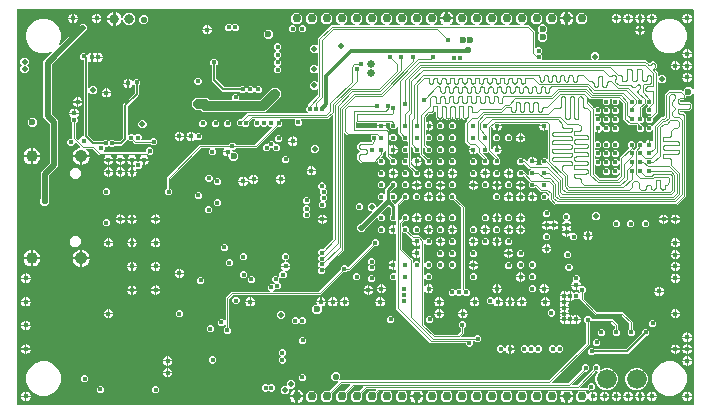
<source format=gbr>
G04 EAGLE Gerber RS-274X export*
G75*
%MOMM*%
%FSLAX34Y34*%
%LPD*%
%INCopper Layer 2*%
%IPPOS*%
%AMOC8*
5,1,8,0,0,1.08239X$1,22.5*%
G01*
%ADD10C,0.812800*%
%ADD11C,0.750000*%
%ADD12C,1.676400*%
%ADD13C,1.000000*%
%ADD14C,1.050000*%
%ADD15C,0.400000*%
%ADD16C,0.508000*%
%ADD17C,0.550000*%
%ADD18C,0.500000*%
%ADD19C,0.600000*%
%ADD20C,0.812800*%
%ADD21C,0.200000*%
%ADD22C,0.304800*%
%ADD23C,0.203200*%
%ADD24C,0.101600*%
%ADD25C,0.675000*%
%ADD26C,0.152400*%
%ADD27C,0.100000*%
%ADD28C,0.406400*%
%ADD29C,0.254000*%

G36*
X575005Y2494D02*
X575005Y2494D01*
X575010Y2493D01*
X575103Y2514D01*
X575197Y2532D01*
X575201Y2535D01*
X575206Y2536D01*
X575284Y2592D01*
X575362Y2645D01*
X575365Y2649D01*
X575369Y2652D01*
X575420Y2734D01*
X575472Y2813D01*
X575472Y2818D01*
X575475Y2823D01*
X575507Y3000D01*
X575507Y265625D01*
X575507Y265627D01*
X575507Y265630D01*
X575487Y265725D01*
X575468Y265821D01*
X575466Y265823D01*
X575466Y265826D01*
X575410Y265907D01*
X575355Y265987D01*
X575353Y265988D01*
X575351Y265991D01*
X575268Y266044D01*
X575187Y266096D01*
X575184Y266097D01*
X575182Y266098D01*
X575086Y266115D01*
X574990Y266132D01*
X574987Y266131D01*
X574985Y266132D01*
X574891Y266110D01*
X574794Y266088D01*
X574792Y266087D01*
X574789Y266086D01*
X574641Y265983D01*
X572657Y263999D01*
X569308Y263999D01*
X569303Y263998D01*
X569298Y263999D01*
X569205Y263978D01*
X569111Y263960D01*
X569107Y263957D01*
X569102Y263956D01*
X569024Y263900D01*
X568946Y263847D01*
X568943Y263843D01*
X568939Y263840D01*
X568888Y263758D01*
X568836Y263679D01*
X568836Y263674D01*
X568833Y263669D01*
X568801Y263492D01*
X568801Y263006D01*
X567930Y261498D01*
X566421Y260626D01*
X564119Y260626D01*
X564114Y260625D01*
X564109Y260626D01*
X564015Y260606D01*
X563922Y260587D01*
X563918Y260584D01*
X563913Y260583D01*
X563835Y260528D01*
X563757Y260474D01*
X563754Y260470D01*
X563749Y260467D01*
X563699Y260385D01*
X563647Y260306D01*
X563646Y260301D01*
X563644Y260297D01*
X563612Y260119D01*
X563612Y259743D01*
X563613Y259738D01*
X563612Y259732D01*
X563632Y259639D01*
X563651Y259546D01*
X563654Y259542D01*
X563655Y259537D01*
X563711Y259459D01*
X563764Y259380D01*
X563768Y259378D01*
X563771Y259373D01*
X563853Y259323D01*
X563932Y259271D01*
X563937Y259270D01*
X563942Y259268D01*
X564119Y259236D01*
X571610Y259236D01*
X573119Y258365D01*
X573990Y256856D01*
X573990Y254221D01*
X573119Y252713D01*
X571610Y251842D01*
X564119Y251842D01*
X564114Y251841D01*
X564109Y251842D01*
X564015Y251821D01*
X563922Y251802D01*
X563918Y251799D01*
X563913Y251798D01*
X563835Y251743D01*
X563757Y251689D01*
X563754Y251685D01*
X563749Y251682D01*
X563699Y251601D01*
X563647Y251521D01*
X563646Y251516D01*
X563644Y251512D01*
X563612Y251334D01*
X563612Y250958D01*
X563613Y250953D01*
X563612Y250948D01*
X563632Y250855D01*
X563651Y250761D01*
X563654Y250757D01*
X563655Y250752D01*
X563711Y250674D01*
X563764Y250596D01*
X563768Y250593D01*
X563771Y250589D01*
X563853Y250538D01*
X563932Y250486D01*
X563937Y250486D01*
X563942Y250483D01*
X564119Y250451D01*
X566421Y250451D01*
X567930Y249580D01*
X568801Y248071D01*
X568801Y178778D01*
X561522Y171499D01*
X457678Y171499D01*
X452899Y176278D01*
X452899Y177431D01*
X452899Y177434D01*
X452899Y177436D01*
X452879Y177531D01*
X452860Y177627D01*
X452858Y177630D01*
X452858Y177632D01*
X452802Y177713D01*
X452747Y177793D01*
X452745Y177795D01*
X452743Y177797D01*
X452660Y177850D01*
X452579Y177903D01*
X452576Y177903D01*
X452574Y177904D01*
X452478Y177921D01*
X452382Y177938D01*
X452379Y177938D01*
X452377Y177938D01*
X452282Y177916D01*
X452186Y177895D01*
X452184Y177893D01*
X452181Y177892D01*
X452033Y177790D01*
X450132Y175888D01*
X447646Y175888D01*
X445888Y177646D01*
X445888Y180132D01*
X447646Y181890D01*
X450132Y181890D01*
X452033Y179989D01*
X452036Y179987D01*
X452037Y179985D01*
X452118Y179932D01*
X452200Y179878D01*
X452203Y179877D01*
X452205Y179876D01*
X452301Y179858D01*
X452397Y179840D01*
X452400Y179841D01*
X452402Y179840D01*
X452499Y179862D01*
X452593Y179882D01*
X452595Y179883D01*
X452598Y179884D01*
X452678Y179940D01*
X452758Y179996D01*
X452759Y179998D01*
X452761Y180000D01*
X452813Y180082D01*
X452865Y180165D01*
X452866Y180168D01*
X452867Y180170D01*
X452899Y180347D01*
X452899Y180912D01*
X452898Y180920D01*
X452899Y180928D01*
X452878Y181018D01*
X452860Y181109D01*
X452855Y181115D01*
X452853Y181123D01*
X452751Y181271D01*
X450971Y183051D01*
X450964Y183055D01*
X450960Y183061D01*
X450881Y183110D01*
X450804Y183162D01*
X450796Y183163D01*
X450790Y183167D01*
X450612Y183199D01*
X445557Y183199D01*
X444529Y184227D01*
X441858Y186897D01*
X441854Y186900D01*
X441851Y186905D01*
X441771Y186956D01*
X441692Y187008D01*
X441686Y187009D01*
X441682Y187012D01*
X441588Y187028D01*
X441495Y187046D01*
X441489Y187045D01*
X441484Y187046D01*
X441392Y187024D01*
X441299Y187004D01*
X441294Y187001D01*
X441289Y187000D01*
X441141Y186897D01*
X440132Y185888D01*
X437646Y185888D01*
X435888Y187646D01*
X435888Y190132D01*
X436658Y190902D01*
X436661Y190906D01*
X436666Y190909D01*
X436716Y190989D01*
X436769Y191069D01*
X436770Y191074D01*
X436773Y191079D01*
X436789Y191172D01*
X436807Y191266D01*
X436806Y191271D01*
X436807Y191276D01*
X436785Y191369D01*
X436765Y191462D01*
X436762Y191466D01*
X436761Y191471D01*
X436658Y191619D01*
X431619Y196658D01*
X431615Y196661D01*
X431612Y196666D01*
X431532Y196717D01*
X431452Y196769D01*
X431447Y196770D01*
X431443Y196773D01*
X431349Y196789D01*
X431256Y196807D01*
X431250Y196806D01*
X431245Y196807D01*
X431153Y196785D01*
X431059Y196765D01*
X431055Y196762D01*
X431050Y196761D01*
X430902Y196658D01*
X430132Y195888D01*
X427646Y195888D01*
X425888Y197646D01*
X425888Y200132D01*
X427646Y201890D01*
X430132Y201890D01*
X431484Y200538D01*
X431490Y200534D01*
X431495Y200528D01*
X431573Y200479D01*
X431650Y200427D01*
X431658Y200426D01*
X431665Y200422D01*
X431842Y200390D01*
X432132Y200390D01*
X435022Y197500D01*
X435025Y197498D01*
X435026Y197496D01*
X435107Y197444D01*
X435189Y197389D01*
X435192Y197388D01*
X435194Y197387D01*
X435290Y197370D01*
X435386Y197351D01*
X435389Y197352D01*
X435391Y197351D01*
X435488Y197373D01*
X435582Y197393D01*
X435585Y197394D01*
X435587Y197395D01*
X435667Y197452D01*
X435747Y197507D01*
X435748Y197509D01*
X435751Y197511D01*
X435802Y197593D01*
X435855Y197676D01*
X435855Y197679D01*
X435856Y197681D01*
X435888Y197859D01*
X435888Y200132D01*
X437290Y201533D01*
X437291Y201536D01*
X437293Y201537D01*
X437346Y201618D01*
X437401Y201700D01*
X437401Y201703D01*
X437403Y201705D01*
X437420Y201801D01*
X437438Y201897D01*
X437438Y201900D01*
X437438Y201902D01*
X437417Y201998D01*
X437397Y202093D01*
X437395Y202095D01*
X437395Y202098D01*
X437338Y202178D01*
X437282Y202258D01*
X437280Y202259D01*
X437279Y202261D01*
X437195Y202314D01*
X437113Y202365D01*
X437111Y202366D01*
X437108Y202367D01*
X436931Y202399D01*
X436257Y202399D01*
X431808Y206847D01*
X431804Y206850D01*
X431801Y206855D01*
X431721Y206906D01*
X431642Y206958D01*
X431636Y206959D01*
X431632Y206962D01*
X431538Y206978D01*
X431445Y206996D01*
X431439Y206995D01*
X431434Y206996D01*
X431342Y206974D01*
X431249Y206954D01*
X431244Y206951D01*
X431239Y206950D01*
X431091Y206847D01*
X430132Y205888D01*
X427646Y205888D01*
X425888Y207646D01*
X425888Y210132D01*
X427646Y211890D01*
X430132Y211890D01*
X431384Y210638D01*
X431390Y210634D01*
X431395Y210628D01*
X431473Y210579D01*
X431550Y210527D01*
X431558Y210526D01*
X431565Y210522D01*
X431742Y210490D01*
X432411Y210490D01*
X434022Y208878D01*
X434025Y208877D01*
X434026Y208874D01*
X434107Y208822D01*
X434189Y208767D01*
X434192Y208767D01*
X434194Y208765D01*
X434290Y208748D01*
X434386Y208730D01*
X434389Y208730D01*
X434391Y208730D01*
X434488Y208751D01*
X434582Y208771D01*
X434585Y208773D01*
X434587Y208773D01*
X434667Y208830D01*
X434747Y208885D01*
X434748Y208888D01*
X434751Y208889D01*
X434802Y208972D01*
X434855Y209055D01*
X434855Y209057D01*
X434856Y209059D01*
X434888Y209237D01*
X434888Y209416D01*
X435161Y210433D01*
X435688Y211346D01*
X436433Y212091D01*
X437345Y212617D01*
X438362Y212890D01*
X438382Y212890D01*
X438382Y208889D01*
X438383Y208884D01*
X438382Y208879D01*
X438403Y208786D01*
X438421Y208693D01*
X438424Y208689D01*
X438425Y208683D01*
X438481Y208606D01*
X438534Y208527D01*
X438539Y208524D01*
X438541Y208520D01*
X438542Y208520D01*
X438542Y208519D01*
X438623Y208469D01*
X438703Y208417D01*
X438708Y208416D01*
X438712Y208414D01*
X438889Y208382D01*
X442890Y208382D01*
X442890Y208362D01*
X442617Y207345D01*
X442091Y206433D01*
X441925Y206267D01*
X441923Y206264D01*
X441921Y206263D01*
X441868Y206182D01*
X441814Y206100D01*
X441813Y206097D01*
X441812Y206095D01*
X441794Y205998D01*
X441776Y205903D01*
X441777Y205900D01*
X441776Y205898D01*
X441798Y205801D01*
X441818Y205707D01*
X441819Y205705D01*
X441820Y205702D01*
X441876Y205622D01*
X441932Y205542D01*
X441934Y205541D01*
X441936Y205539D01*
X442020Y205486D01*
X442101Y205435D01*
X442104Y205434D01*
X442106Y205433D01*
X442283Y205401D01*
X446909Y205401D01*
X446912Y205401D01*
X446914Y205401D01*
X447009Y205421D01*
X447106Y205440D01*
X447108Y205442D01*
X447110Y205442D01*
X447191Y205498D01*
X447272Y205553D01*
X447273Y205555D01*
X447275Y205557D01*
X447328Y205640D01*
X447381Y205721D01*
X447381Y205724D01*
X447383Y205726D01*
X447399Y205822D01*
X447416Y205918D01*
X447416Y205921D01*
X447416Y205923D01*
X447395Y206016D01*
X447373Y206114D01*
X447371Y206116D01*
X447371Y206119D01*
X447268Y206267D01*
X445888Y207646D01*
X445888Y210132D01*
X447646Y211890D01*
X450132Y211890D01*
X451033Y210989D01*
X451036Y210987D01*
X451037Y210985D01*
X451117Y210933D01*
X451200Y210878D01*
X451203Y210877D01*
X451205Y210876D01*
X451301Y210858D01*
X451397Y210840D01*
X451400Y210841D01*
X451402Y210840D01*
X451499Y210862D01*
X451593Y210882D01*
X451595Y210883D01*
X451598Y210884D01*
X451677Y210940D01*
X451758Y210996D01*
X451759Y210998D01*
X451761Y211000D01*
X451813Y211083D01*
X451865Y211165D01*
X451866Y211168D01*
X451867Y211170D01*
X451899Y211347D01*
X451899Y235129D01*
X451892Y235165D01*
X451894Y235203D01*
X451872Y235263D01*
X451860Y235325D01*
X451839Y235356D01*
X451826Y235391D01*
X451783Y235438D01*
X451747Y235491D01*
X451716Y235511D01*
X451690Y235539D01*
X451632Y235566D01*
X451579Y235600D01*
X451542Y235607D01*
X451508Y235623D01*
X451444Y235625D01*
X451382Y235636D01*
X451345Y235628D01*
X451308Y235629D01*
X451238Y235604D01*
X451186Y235592D01*
X451166Y235578D01*
X451138Y235568D01*
X450433Y235161D01*
X449416Y234888D01*
X449397Y234888D01*
X449397Y238889D01*
X449395Y238894D01*
X449396Y238899D01*
X449376Y238992D01*
X449357Y239085D01*
X449354Y239090D01*
X449353Y239095D01*
X449298Y239173D01*
X449244Y239251D01*
X449244Y239252D01*
X449240Y239254D01*
X449237Y239258D01*
X449236Y239259D01*
X449155Y239309D01*
X449076Y239361D01*
X449071Y239362D01*
X449066Y239365D01*
X448889Y239397D01*
X444888Y239397D01*
X444888Y239416D01*
X445115Y240261D01*
X445119Y240332D01*
X445132Y240402D01*
X445126Y240431D01*
X445127Y240461D01*
X445104Y240528D01*
X445088Y240598D01*
X445071Y240622D01*
X445062Y240650D01*
X445014Y240703D01*
X444972Y240761D01*
X444947Y240777D01*
X444927Y240799D01*
X444863Y240830D01*
X444802Y240867D01*
X444771Y240873D01*
X444746Y240885D01*
X444694Y240887D01*
X444625Y240899D01*
X413153Y240899D01*
X413083Y240885D01*
X413012Y240879D01*
X412986Y240866D01*
X412957Y240860D01*
X412898Y240820D01*
X412834Y240786D01*
X412816Y240764D01*
X412791Y240747D01*
X412752Y240687D01*
X412707Y240632D01*
X412698Y240604D01*
X412682Y240579D01*
X412669Y240509D01*
X412648Y240440D01*
X412651Y240409D01*
X412646Y240382D01*
X412658Y240331D01*
X412663Y240261D01*
X412890Y239416D01*
X412890Y239397D01*
X408889Y239397D01*
X408884Y239395D01*
X408879Y239396D01*
X408786Y239376D01*
X408693Y239357D01*
X408689Y239354D01*
X408683Y239353D01*
X408606Y239298D01*
X408527Y239244D01*
X408524Y239240D01*
X408520Y239237D01*
X408519Y239236D01*
X408469Y239155D01*
X408417Y239076D01*
X408416Y239071D01*
X408414Y239066D01*
X408382Y238889D01*
X408382Y234888D01*
X408362Y234888D01*
X407345Y235161D01*
X406433Y235688D01*
X405688Y236433D01*
X405161Y237345D01*
X405127Y237472D01*
X405110Y237505D01*
X405103Y237542D01*
X405066Y237594D01*
X405038Y237651D01*
X405010Y237676D01*
X404988Y237706D01*
X404935Y237741D01*
X404886Y237782D01*
X404851Y237794D01*
X404819Y237814D01*
X404756Y237825D01*
X404696Y237844D01*
X404658Y237841D01*
X404622Y237848D01*
X404559Y237833D01*
X404496Y237828D01*
X404463Y237810D01*
X404426Y237802D01*
X404366Y237760D01*
X404318Y237735D01*
X404302Y237716D01*
X404278Y237699D01*
X404128Y237548D01*
X404123Y237542D01*
X404117Y237537D01*
X404068Y237459D01*
X404017Y237382D01*
X404015Y237374D01*
X404011Y237367D01*
X403979Y237190D01*
X403979Y219875D01*
X403986Y219841D01*
X403984Y219807D01*
X404006Y219744D01*
X404019Y219679D01*
X404038Y219650D01*
X404050Y219617D01*
X404094Y219568D01*
X404131Y219513D01*
X404161Y219494D01*
X404184Y219468D01*
X404244Y219440D01*
X404299Y219404D01*
X404334Y219398D01*
X404365Y219383D01*
X404431Y219380D01*
X404497Y219368D01*
X404531Y219376D01*
X404565Y219374D01*
X404628Y219397D01*
X404692Y219412D01*
X404721Y219432D01*
X404753Y219444D01*
X404802Y219489D01*
X404856Y219528D01*
X404874Y219557D01*
X404900Y219581D01*
X404933Y219652D01*
X404962Y219698D01*
X404966Y219722D01*
X404976Y219744D01*
X405161Y220433D01*
X405688Y221346D01*
X406433Y222091D01*
X407345Y222617D01*
X408362Y222890D01*
X408382Y222890D01*
X408382Y218889D01*
X408383Y218884D01*
X408382Y218879D01*
X408403Y218786D01*
X408421Y218693D01*
X408424Y218689D01*
X408425Y218683D01*
X408481Y218606D01*
X408534Y218527D01*
X408539Y218524D01*
X408541Y218520D01*
X408542Y218520D01*
X408542Y218519D01*
X408623Y218469D01*
X408703Y218417D01*
X408708Y218416D01*
X408712Y218414D01*
X408889Y218382D01*
X412890Y218382D01*
X412890Y218362D01*
X412617Y217345D01*
X412091Y216433D01*
X411346Y215688D01*
X410433Y215161D01*
X409355Y214872D01*
X409336Y214868D01*
X409240Y214849D01*
X409238Y214847D01*
X409236Y214847D01*
X409156Y214791D01*
X409074Y214736D01*
X409073Y214734D01*
X409071Y214732D01*
X409018Y214649D01*
X408965Y214568D01*
X408965Y214566D01*
X408963Y214563D01*
X408947Y214467D01*
X408930Y214371D01*
X408930Y214368D01*
X408930Y214366D01*
X408952Y214272D01*
X408973Y214175D01*
X408975Y214173D01*
X408975Y214170D01*
X409078Y214022D01*
X409562Y213539D01*
X409562Y213538D01*
X410590Y212511D01*
X410590Y211642D01*
X410591Y211634D01*
X410590Y211627D01*
X410611Y211537D01*
X410629Y211446D01*
X410634Y211439D01*
X410636Y211432D01*
X410738Y211284D01*
X411890Y210132D01*
X411890Y207646D01*
X410132Y205888D01*
X407646Y205888D01*
X405888Y207646D01*
X405888Y210132D01*
X406947Y211191D01*
X406950Y211195D01*
X406955Y211198D01*
X407006Y211278D01*
X407058Y211358D01*
X407059Y211363D01*
X407062Y211368D01*
X407078Y211461D01*
X407096Y211555D01*
X407095Y211560D01*
X407096Y211565D01*
X407074Y211658D01*
X407054Y211751D01*
X407051Y211755D01*
X407050Y211760D01*
X406947Y211908D01*
X401908Y216947D01*
X401904Y216950D01*
X401901Y216955D01*
X401821Y217006D01*
X401742Y217058D01*
X401736Y217059D01*
X401732Y217062D01*
X401638Y217078D01*
X401545Y217096D01*
X401539Y217095D01*
X401534Y217096D01*
X401442Y217074D01*
X401349Y217054D01*
X401344Y217051D01*
X401339Y217050D01*
X401191Y216947D01*
X400132Y215888D01*
X397959Y215888D01*
X397956Y215888D01*
X397953Y215888D01*
X397858Y215868D01*
X397762Y215849D01*
X397760Y215847D01*
X397757Y215847D01*
X397677Y215791D01*
X397596Y215736D01*
X397595Y215734D01*
X397593Y215732D01*
X397539Y215649D01*
X397487Y215568D01*
X397487Y215566D01*
X397485Y215563D01*
X397469Y215467D01*
X397451Y215371D01*
X397452Y215368D01*
X397452Y215366D01*
X397473Y215272D01*
X397495Y215175D01*
X397497Y215173D01*
X397497Y215170D01*
X397600Y215022D01*
X400390Y212232D01*
X400390Y211842D01*
X400391Y211834D01*
X400390Y211827D01*
X400411Y211737D01*
X400429Y211646D01*
X400434Y211639D01*
X400436Y211632D01*
X400538Y211484D01*
X401890Y210132D01*
X401890Y207646D01*
X400132Y205888D01*
X397646Y205888D01*
X395888Y207646D01*
X395888Y210132D01*
X396708Y210952D01*
X396711Y210956D01*
X396716Y210959D01*
X396766Y211039D01*
X396819Y211119D01*
X396820Y211124D01*
X396823Y211129D01*
X396839Y211221D01*
X396857Y211316D01*
X396856Y211321D01*
X396857Y211326D01*
X396835Y211419D01*
X396815Y211512D01*
X396812Y211516D01*
X396811Y211521D01*
X396708Y211669D01*
X392376Y216001D01*
X392372Y216004D01*
X392369Y216008D01*
X392289Y216060D01*
X392210Y216112D01*
X392204Y216113D01*
X392200Y216116D01*
X392106Y216132D01*
X392013Y216150D01*
X392007Y216149D01*
X392002Y216150D01*
X391910Y216128D01*
X391817Y216108D01*
X391812Y216105D01*
X391807Y216104D01*
X391659Y216001D01*
X391346Y215688D01*
X390433Y215161D01*
X389416Y214888D01*
X389397Y214888D01*
X389397Y218889D01*
X389395Y218894D01*
X389396Y218899D01*
X389376Y218992D01*
X389357Y219085D01*
X389354Y219090D01*
X389353Y219095D01*
X389298Y219173D01*
X389244Y219251D01*
X389244Y219252D01*
X389240Y219254D01*
X389237Y219258D01*
X389236Y219259D01*
X389155Y219309D01*
X389076Y219361D01*
X389071Y219362D01*
X389066Y219365D01*
X388889Y219397D01*
X384888Y219397D01*
X384888Y219416D01*
X385161Y220433D01*
X385692Y221354D01*
X385705Y221391D01*
X385726Y221425D01*
X385737Y221486D01*
X385756Y221544D01*
X385753Y221583D01*
X385760Y221623D01*
X385746Y221682D01*
X385742Y221744D01*
X385724Y221779D01*
X385714Y221818D01*
X385674Y221876D01*
X385651Y221922D01*
X385630Y221940D01*
X385612Y221966D01*
X382199Y225378D01*
X382199Y241722D01*
X383227Y242749D01*
X383233Y242755D01*
X383234Y242757D01*
X383236Y242759D01*
X383289Y242839D01*
X383343Y242922D01*
X383344Y242924D01*
X383345Y242927D01*
X383363Y243023D01*
X383381Y243119D01*
X383381Y243121D01*
X383381Y243124D01*
X383360Y243220D01*
X383339Y243315D01*
X383338Y243317D01*
X383337Y243319D01*
X383281Y243399D01*
X383225Y243479D01*
X383223Y243481D01*
X383221Y243483D01*
X383139Y243534D01*
X383056Y243587D01*
X383053Y243587D01*
X383051Y243589D01*
X382874Y243621D01*
X381213Y243621D01*
X379704Y244492D01*
X378944Y245808D01*
X378919Y245836D01*
X378902Y245870D01*
X378854Y245911D01*
X378812Y245959D01*
X378778Y245975D01*
X378749Y245999D01*
X378688Y246018D01*
X378631Y246046D01*
X378594Y246048D01*
X378558Y246059D01*
X378495Y246053D01*
X378431Y246056D01*
X378396Y246044D01*
X378359Y246040D01*
X378302Y246010D01*
X378242Y245989D01*
X378215Y245963D01*
X378182Y245946D01*
X378134Y245889D01*
X378095Y245853D01*
X378084Y245830D01*
X378066Y245808D01*
X377305Y244492D01*
X375797Y243621D01*
X373897Y243621D01*
X372388Y244492D01*
X371628Y245808D01*
X371603Y245836D01*
X371586Y245870D01*
X371538Y245911D01*
X371495Y245959D01*
X371462Y245975D01*
X371433Y245999D01*
X371372Y246018D01*
X371315Y246046D01*
X371278Y246048D01*
X371242Y246059D01*
X371178Y246053D01*
X371115Y246056D01*
X371080Y246044D01*
X371042Y246040D01*
X370986Y246010D01*
X370926Y245989D01*
X370899Y245963D01*
X370866Y245946D01*
X370818Y245889D01*
X370778Y245853D01*
X370768Y245830D01*
X370749Y245808D01*
X369989Y244492D01*
X368481Y243621D01*
X366580Y243621D01*
X365072Y244492D01*
X364312Y245808D01*
X364287Y245836D01*
X364270Y245870D01*
X364221Y245911D01*
X364179Y245959D01*
X364146Y245975D01*
X364117Y245999D01*
X364056Y246018D01*
X363999Y246046D01*
X363961Y246048D01*
X363926Y246059D01*
X363862Y246053D01*
X363799Y246056D01*
X363763Y246044D01*
X363726Y246040D01*
X363670Y246010D01*
X363610Y245989D01*
X363583Y245963D01*
X363550Y245946D01*
X363502Y245889D01*
X363462Y245853D01*
X363452Y245830D01*
X363433Y245808D01*
X362673Y244492D01*
X361164Y243621D01*
X359264Y243621D01*
X357756Y244492D01*
X356885Y246000D01*
X356885Y250623D01*
X356871Y250691D01*
X356866Y250760D01*
X356851Y250788D01*
X356845Y250820D01*
X356806Y250877D01*
X356775Y250938D01*
X356750Y250959D01*
X356732Y250986D01*
X356675Y251023D01*
X356622Y251068D01*
X356591Y251077D01*
X356564Y251095D01*
X356497Y251107D01*
X356431Y251128D01*
X356399Y251125D01*
X356367Y251130D01*
X356300Y251115D01*
X356231Y251109D01*
X356203Y251094D01*
X356171Y251087D01*
X356115Y251047D01*
X356054Y251014D01*
X356032Y250988D01*
X356008Y250971D01*
X355981Y250928D01*
X355938Y250877D01*
X355357Y249870D01*
X353848Y248999D01*
X351732Y248999D01*
X351724Y248998D01*
X351716Y248999D01*
X351626Y248978D01*
X351535Y248960D01*
X351529Y248955D01*
X351521Y248953D01*
X351373Y248851D01*
X348649Y246127D01*
X348645Y246120D01*
X348639Y246116D01*
X348590Y246037D01*
X348538Y245960D01*
X348537Y245952D01*
X348533Y245946D01*
X348501Y245768D01*
X348501Y242880D01*
X348508Y242844D01*
X348506Y242806D01*
X348528Y242746D01*
X348540Y242684D01*
X348561Y242653D01*
X348574Y242618D01*
X348617Y242571D01*
X348653Y242518D01*
X348684Y242498D01*
X348710Y242470D01*
X348768Y242444D01*
X348821Y242409D01*
X348858Y242402D01*
X348892Y242387D01*
X348955Y242385D01*
X349018Y242373D01*
X349055Y242381D01*
X349092Y242380D01*
X349162Y242405D01*
X349214Y242417D01*
X349234Y242431D01*
X349262Y242441D01*
X349567Y242617D01*
X350584Y242890D01*
X350603Y242890D01*
X350603Y238889D01*
X350604Y238889D01*
X350603Y238889D01*
X350603Y234888D01*
X350584Y234888D01*
X349567Y235161D01*
X349262Y235337D01*
X349226Y235349D01*
X349195Y235369D01*
X349132Y235381D01*
X349072Y235401D01*
X349034Y235398D01*
X348998Y235405D01*
X348935Y235391D01*
X348872Y235387D01*
X348838Y235370D01*
X348802Y235361D01*
X348750Y235325D01*
X348693Y235296D01*
X348669Y235267D01*
X348639Y235245D01*
X348605Y235191D01*
X348564Y235143D01*
X348552Y235107D01*
X348533Y235075D01*
X348520Y235002D01*
X348504Y234951D01*
X348506Y234926D01*
X348501Y234898D01*
X348501Y231747D01*
X348501Y231745D01*
X348501Y231742D01*
X348521Y231647D01*
X348540Y231551D01*
X348542Y231549D01*
X348542Y231546D01*
X348598Y231465D01*
X348653Y231385D01*
X348655Y231384D01*
X348657Y231381D01*
X348740Y231328D01*
X348821Y231276D01*
X348824Y231275D01*
X348826Y231274D01*
X348922Y231257D01*
X349018Y231240D01*
X349021Y231241D01*
X349023Y231240D01*
X349118Y231262D01*
X349214Y231284D01*
X349216Y231285D01*
X349219Y231286D01*
X349367Y231389D01*
X349868Y231890D01*
X352354Y231890D01*
X354112Y230132D01*
X354112Y227646D01*
X352354Y225888D01*
X349868Y225888D01*
X349367Y226390D01*
X349364Y226391D01*
X349363Y226393D01*
X349282Y226446D01*
X349200Y226501D01*
X349197Y226501D01*
X349195Y226503D01*
X349099Y226520D01*
X349003Y226538D01*
X349000Y226538D01*
X348998Y226538D01*
X348901Y226517D01*
X348807Y226497D01*
X348805Y226495D01*
X348802Y226495D01*
X348722Y226438D01*
X348642Y226382D01*
X348641Y226380D01*
X348639Y226379D01*
X348587Y226295D01*
X348535Y226213D01*
X348534Y226211D01*
X348533Y226208D01*
X348501Y226031D01*
X348501Y223832D01*
X348502Y223824D01*
X348501Y223816D01*
X348522Y223726D01*
X348540Y223635D01*
X348545Y223629D01*
X348547Y223621D01*
X348649Y223473D01*
X350084Y222038D01*
X350090Y222034D01*
X350095Y222028D01*
X350174Y221979D01*
X350251Y221927D01*
X350259Y221926D01*
X350265Y221922D01*
X350443Y221890D01*
X352354Y221890D01*
X354112Y220132D01*
X354112Y217646D01*
X352354Y215888D01*
X349868Y215888D01*
X348110Y217646D01*
X348110Y219557D01*
X348109Y219565D01*
X348110Y219573D01*
X348089Y219663D01*
X348071Y219754D01*
X348066Y219760D01*
X348064Y219768D01*
X347962Y219916D01*
X347367Y220511D01*
X347364Y220512D01*
X347363Y220515D01*
X347282Y220567D01*
X347200Y220622D01*
X347197Y220622D01*
X347195Y220624D01*
X347099Y220641D01*
X347003Y220660D01*
X347000Y220659D01*
X346998Y220659D01*
X346901Y220638D01*
X346807Y220618D01*
X346805Y220616D01*
X346802Y220616D01*
X346722Y220559D01*
X346642Y220504D01*
X346641Y220501D01*
X346639Y220500D01*
X346586Y220415D01*
X346535Y220334D01*
X346534Y220332D01*
X346533Y220330D01*
X346501Y220152D01*
X346501Y215932D01*
X346502Y215924D01*
X346501Y215916D01*
X346522Y215826D01*
X346540Y215735D01*
X346545Y215729D01*
X346547Y215721D01*
X346649Y215573D01*
X350184Y212038D01*
X350190Y212034D01*
X350195Y212028D01*
X350274Y211979D01*
X350351Y211927D01*
X350359Y211926D01*
X350365Y211922D01*
X350543Y211890D01*
X352354Y211890D01*
X354112Y210132D01*
X354112Y207646D01*
X352354Y205888D01*
X349868Y205888D01*
X348110Y207646D01*
X348110Y209657D01*
X348109Y209665D01*
X348110Y209673D01*
X348089Y209763D01*
X348071Y209854D01*
X348066Y209860D01*
X348064Y209868D01*
X347962Y210016D01*
X343499Y214478D01*
X343499Y215809D01*
X343499Y215812D01*
X343499Y215814D01*
X343479Y215910D01*
X343460Y216006D01*
X343458Y216008D01*
X343458Y216010D01*
X343402Y216090D01*
X343347Y216172D01*
X343345Y216173D01*
X343343Y216175D01*
X343260Y216228D01*
X343179Y216281D01*
X343176Y216281D01*
X343174Y216283D01*
X343078Y216299D01*
X342982Y216316D01*
X342979Y216316D01*
X342977Y216316D01*
X342884Y216295D01*
X342786Y216273D01*
X342784Y216271D01*
X342781Y216271D01*
X342633Y216168D01*
X342354Y215888D01*
X339868Y215888D01*
X338110Y217646D01*
X338110Y219557D01*
X338109Y219565D01*
X338110Y219573D01*
X338089Y219663D01*
X338071Y219754D01*
X338066Y219760D01*
X338064Y219768D01*
X337962Y219916D01*
X337067Y220811D01*
X337064Y220812D01*
X337063Y220815D01*
X336983Y220867D01*
X336900Y220922D01*
X336897Y220922D01*
X336895Y220924D01*
X336799Y220941D01*
X336703Y220960D01*
X336700Y220959D01*
X336698Y220959D01*
X336601Y220938D01*
X336507Y220918D01*
X336505Y220916D01*
X336502Y220916D01*
X336422Y220859D01*
X336342Y220804D01*
X336341Y220801D01*
X336339Y220800D01*
X336287Y220717D01*
X336235Y220634D01*
X336234Y220632D01*
X336233Y220630D01*
X336201Y220452D01*
X336201Y209875D01*
X336208Y209841D01*
X336205Y209806D01*
X336227Y209743D01*
X336240Y209678D01*
X336260Y209649D01*
X336271Y209617D01*
X336316Y209567D01*
X336353Y209512D01*
X336382Y209493D01*
X336405Y209468D01*
X336465Y209439D01*
X336521Y209403D01*
X336555Y209397D01*
X336587Y209382D01*
X336653Y209379D01*
X336718Y209368D01*
X336752Y209375D01*
X336787Y209374D01*
X336849Y209397D01*
X336914Y209411D01*
X336942Y209431D01*
X336975Y209443D01*
X337023Y209489D01*
X337077Y209527D01*
X337096Y209557D01*
X337121Y209580D01*
X337154Y209651D01*
X337183Y209697D01*
X337188Y209721D01*
X337198Y209743D01*
X337383Y210433D01*
X337909Y211346D01*
X338654Y212091D01*
X339567Y212617D01*
X340584Y212890D01*
X340603Y212890D01*
X340603Y208889D01*
X340604Y208889D01*
X340603Y208889D01*
X340603Y204888D01*
X340584Y204888D01*
X339567Y205161D01*
X338654Y205688D01*
X337909Y206433D01*
X337383Y207345D01*
X337198Y208035D01*
X337183Y208066D01*
X337176Y208100D01*
X337138Y208155D01*
X337109Y208214D01*
X337083Y208237D01*
X337063Y208266D01*
X337007Y208302D01*
X336957Y208345D01*
X336924Y208356D01*
X336895Y208375D01*
X336830Y208387D01*
X336767Y208407D01*
X336732Y208404D01*
X336698Y208411D01*
X336633Y208396D01*
X336567Y208391D01*
X336536Y208375D01*
X336502Y208367D01*
X336448Y208329D01*
X336389Y208298D01*
X336367Y208271D01*
X336339Y208251D01*
X336303Y208195D01*
X336261Y208144D01*
X336251Y208110D01*
X336233Y208081D01*
X336219Y208004D01*
X336203Y207952D01*
X336205Y207928D01*
X336201Y207903D01*
X336201Y206132D01*
X336202Y206124D01*
X336201Y206116D01*
X336222Y206026D01*
X336240Y205935D01*
X336245Y205929D01*
X336247Y205921D01*
X336349Y205773D01*
X340084Y202038D01*
X340090Y202034D01*
X340095Y202028D01*
X340174Y201979D01*
X340251Y201927D01*
X340259Y201926D01*
X340265Y201922D01*
X340443Y201890D01*
X342354Y201890D01*
X344112Y200132D01*
X344112Y197646D01*
X342354Y195888D01*
X339868Y195888D01*
X338110Y197646D01*
X338110Y199557D01*
X338109Y199565D01*
X338110Y199573D01*
X338089Y199663D01*
X338071Y199754D01*
X338066Y199760D01*
X338064Y199768D01*
X337962Y199916D01*
X333199Y204678D01*
X333199Y205509D01*
X333199Y205512D01*
X333199Y205514D01*
X333179Y205609D01*
X333160Y205706D01*
X333158Y205708D01*
X333158Y205711D01*
X333102Y205790D01*
X333047Y205872D01*
X333045Y205873D01*
X333043Y205875D01*
X332962Y205927D01*
X332879Y205981D01*
X332876Y205981D01*
X332874Y205983D01*
X332779Y205999D01*
X332682Y206016D01*
X332679Y206016D01*
X332676Y206016D01*
X332583Y205994D01*
X332486Y205973D01*
X332484Y205971D01*
X332481Y205971D01*
X332363Y205888D01*
X329868Y205888D01*
X328110Y207646D01*
X328110Y210132D01*
X329868Y211890D01*
X332363Y211890D01*
X332419Y211854D01*
X332500Y211799D01*
X332503Y211799D01*
X332505Y211797D01*
X332601Y211780D01*
X332697Y211762D01*
X332700Y211762D01*
X332702Y211762D01*
X332798Y211783D01*
X332893Y211803D01*
X332895Y211805D01*
X332898Y211805D01*
X332978Y211862D01*
X333058Y211918D01*
X333059Y211920D01*
X333061Y211921D01*
X333113Y212004D01*
X333165Y212087D01*
X333166Y212089D01*
X333167Y212092D01*
X333199Y212269D01*
X333199Y215509D01*
X333199Y215512D01*
X333199Y215514D01*
X333179Y215609D01*
X333160Y215706D01*
X333158Y215708D01*
X333158Y215711D01*
X333102Y215790D01*
X333047Y215872D01*
X333045Y215873D01*
X333043Y215875D01*
X332961Y215927D01*
X332879Y215981D01*
X332876Y215981D01*
X332874Y215983D01*
X332779Y215999D01*
X332682Y216016D01*
X332679Y216016D01*
X332676Y216016D01*
X332583Y215994D01*
X332486Y215973D01*
X332484Y215971D01*
X332481Y215971D01*
X332363Y215888D01*
X329868Y215888D01*
X328110Y217646D01*
X328110Y220132D01*
X329868Y221890D01*
X332363Y221890D01*
X332419Y221854D01*
X332500Y221799D01*
X332503Y221799D01*
X332505Y221797D01*
X332601Y221780D01*
X332697Y221762D01*
X332700Y221762D01*
X332702Y221762D01*
X332798Y221783D01*
X332893Y221803D01*
X332895Y221805D01*
X332898Y221805D01*
X332977Y221861D01*
X333058Y221918D01*
X333059Y221920D01*
X333061Y221921D01*
X333113Y222004D01*
X333165Y222087D01*
X333166Y222089D01*
X333167Y222092D01*
X333199Y222269D01*
X333199Y225509D01*
X333199Y225512D01*
X333199Y225514D01*
X333179Y225608D01*
X333160Y225706D01*
X333158Y225708D01*
X333158Y225711D01*
X333102Y225790D01*
X333047Y225872D01*
X333045Y225873D01*
X333043Y225875D01*
X332962Y225927D01*
X332879Y225981D01*
X332876Y225981D01*
X332874Y225983D01*
X332779Y225999D01*
X332682Y226016D01*
X332679Y226016D01*
X332676Y226016D01*
X332583Y225994D01*
X332486Y225973D01*
X332484Y225971D01*
X332481Y225971D01*
X332363Y225888D01*
X329868Y225888D01*
X328110Y227646D01*
X328110Y229557D01*
X328109Y229565D01*
X328110Y229573D01*
X328089Y229663D01*
X328071Y229754D01*
X328066Y229760D01*
X328064Y229768D01*
X327962Y229916D01*
X325099Y232778D01*
X325099Y237409D01*
X325099Y237412D01*
X325099Y237414D01*
X325079Y237507D01*
X325060Y237606D01*
X325058Y237608D01*
X325058Y237610D01*
X325002Y237691D01*
X324947Y237772D01*
X324945Y237773D01*
X324943Y237775D01*
X324860Y237828D01*
X324779Y237881D01*
X324776Y237881D01*
X324774Y237883D01*
X324678Y237899D01*
X324582Y237916D01*
X324579Y237916D01*
X324577Y237916D01*
X324482Y237894D01*
X324386Y237873D01*
X324384Y237871D01*
X324381Y237871D01*
X324233Y237768D01*
X322354Y235888D01*
X319868Y235888D01*
X318110Y237646D01*
X318110Y240132D01*
X318361Y240383D01*
X318363Y240386D01*
X318365Y240387D01*
X318418Y240468D01*
X318472Y240550D01*
X318473Y240553D01*
X318474Y240555D01*
X318491Y240650D01*
X318510Y240747D01*
X318509Y240750D01*
X318510Y240752D01*
X318488Y240849D01*
X318468Y240943D01*
X318467Y240945D01*
X318466Y240948D01*
X318409Y241029D01*
X318354Y241108D01*
X318352Y241109D01*
X318350Y241111D01*
X318266Y241164D01*
X318185Y241215D01*
X318182Y241216D01*
X318180Y241217D01*
X318003Y241249D01*
X315246Y241249D01*
X315210Y241242D01*
X315173Y241244D01*
X315113Y241222D01*
X315050Y241210D01*
X315019Y241189D01*
X314984Y241176D01*
X314937Y241133D01*
X314884Y241097D01*
X314864Y241066D01*
X314836Y241040D01*
X314810Y240982D01*
X314775Y240929D01*
X314768Y240892D01*
X314753Y240858D01*
X314751Y240795D01*
X314739Y240732D01*
X314747Y240695D01*
X314746Y240658D01*
X314771Y240588D01*
X314783Y240536D01*
X314797Y240516D01*
X314807Y240488D01*
X314839Y240433D01*
X315112Y239416D01*
X315112Y239397D01*
X311111Y239397D01*
X311111Y239396D01*
X311111Y239397D01*
X307110Y239397D01*
X307110Y239416D01*
X307383Y240433D01*
X307415Y240488D01*
X307426Y240524D01*
X307447Y240555D01*
X307458Y240618D01*
X307479Y240678D01*
X307476Y240715D01*
X307482Y240752D01*
X307469Y240815D01*
X307464Y240878D01*
X307447Y240911D01*
X307439Y240948D01*
X307402Y241000D01*
X307373Y241057D01*
X307344Y241081D01*
X307323Y241111D01*
X307269Y241145D01*
X307220Y241186D01*
X307184Y241198D01*
X307153Y241217D01*
X307080Y241230D01*
X307029Y241246D01*
X307004Y241244D01*
X306975Y241249D01*
X290901Y241249D01*
X289956Y241795D01*
X289920Y241807D01*
X289889Y241827D01*
X289826Y241838D01*
X289766Y241859D01*
X289729Y241856D01*
X289692Y241863D01*
X289629Y241849D01*
X289566Y241844D01*
X289533Y241827D01*
X289496Y241819D01*
X289444Y241782D01*
X289387Y241753D01*
X289363Y241725D01*
X289333Y241703D01*
X289299Y241649D01*
X289258Y241600D01*
X289247Y241565D01*
X289227Y241533D01*
X289214Y241460D01*
X289198Y241409D01*
X289200Y241384D01*
X289195Y241356D01*
X289195Y237358D01*
X289196Y237353D01*
X289195Y237348D01*
X289216Y237255D01*
X289234Y237161D01*
X289237Y237157D01*
X289239Y237152D01*
X289294Y237074D01*
X289347Y236996D01*
X289352Y236993D01*
X289355Y236989D01*
X289436Y236938D01*
X289515Y236886D01*
X289520Y236886D01*
X289525Y236883D01*
X289702Y236851D01*
X306854Y236851D01*
X306924Y236865D01*
X306995Y236871D01*
X307022Y236884D01*
X307051Y236890D01*
X307110Y236930D01*
X307173Y236964D01*
X307192Y236986D01*
X307216Y237003D01*
X307255Y237063D01*
X307301Y237118D01*
X307310Y237146D01*
X307326Y237171D01*
X307338Y237241D01*
X307359Y237310D01*
X307356Y237341D01*
X307361Y237368D01*
X307350Y237419D01*
X307344Y237489D01*
X307110Y238362D01*
X307110Y238382D01*
X311111Y238382D01*
X315112Y238382D01*
X315112Y238362D01*
X314878Y237489D01*
X314873Y237418D01*
X314860Y237348D01*
X314867Y237319D01*
X314865Y237289D01*
X314888Y237222D01*
X314904Y237152D01*
X314921Y237128D01*
X314931Y237100D01*
X314979Y237047D01*
X315020Y236989D01*
X315045Y236973D01*
X315065Y236951D01*
X315130Y236920D01*
X315190Y236883D01*
X315222Y236877D01*
X315246Y236865D01*
X315298Y236863D01*
X315368Y236851D01*
X315532Y236851D01*
X317041Y235980D01*
X317912Y234471D01*
X317912Y231158D01*
X317912Y231156D01*
X317912Y231153D01*
X317932Y231057D01*
X317951Y230962D01*
X317953Y230959D01*
X317953Y230957D01*
X318009Y230876D01*
X318064Y230796D01*
X318066Y230794D01*
X318068Y230792D01*
X318151Y230739D01*
X318232Y230687D01*
X318234Y230686D01*
X318237Y230685D01*
X318333Y230668D01*
X318429Y230651D01*
X318432Y230652D01*
X318434Y230651D01*
X318528Y230673D01*
X318625Y230695D01*
X318627Y230696D01*
X318630Y230697D01*
X318778Y230799D01*
X319868Y231890D01*
X322354Y231890D01*
X324112Y230132D01*
X324112Y227646D01*
X322354Y225888D01*
X319868Y225888D01*
X318778Y226979D01*
X318775Y226980D01*
X318774Y226982D01*
X318695Y227034D01*
X318611Y227090D01*
X318608Y227090D01*
X318606Y227092D01*
X318510Y227109D01*
X318414Y227127D01*
X318411Y227127D01*
X318409Y227127D01*
X318312Y227106D01*
X318218Y227086D01*
X318215Y227084D01*
X318213Y227084D01*
X318133Y227027D01*
X318053Y226971D01*
X318052Y226969D01*
X318049Y226968D01*
X317997Y226884D01*
X317945Y226802D01*
X317945Y226800D01*
X317944Y226797D01*
X317912Y226620D01*
X317912Y222540D01*
X317919Y222504D01*
X317917Y222466D01*
X317939Y222406D01*
X317951Y222344D01*
X317972Y222313D01*
X317985Y222278D01*
X318028Y222231D01*
X318064Y222178D01*
X318095Y222158D01*
X318120Y222130D01*
X318179Y222103D01*
X318232Y222069D01*
X318269Y222062D01*
X318303Y222047D01*
X318366Y222044D01*
X318429Y222033D01*
X318466Y222041D01*
X318503Y222040D01*
X318573Y222065D01*
X318625Y222077D01*
X318645Y222091D01*
X318672Y222101D01*
X319567Y222617D01*
X320584Y222890D01*
X320603Y222890D01*
X320603Y218889D01*
X320604Y218889D01*
X320603Y218889D01*
X320603Y214888D01*
X320584Y214888D01*
X319567Y215161D01*
X318672Y215677D01*
X318637Y215689D01*
X318606Y215710D01*
X318543Y215721D01*
X318483Y215741D01*
X318445Y215739D01*
X318409Y215745D01*
X318346Y215731D01*
X318283Y215727D01*
X318249Y215710D01*
X318213Y215702D01*
X318161Y215665D01*
X318104Y215636D01*
X318080Y215607D01*
X318049Y215586D01*
X318016Y215531D01*
X317974Y215483D01*
X317963Y215447D01*
X317944Y215415D01*
X317930Y215342D01*
X317914Y215291D01*
X317917Y215267D01*
X317912Y215238D01*
X317912Y214421D01*
X317913Y214413D01*
X317912Y214405D01*
X317933Y214316D01*
X317951Y214224D01*
X317956Y214218D01*
X317957Y214210D01*
X318060Y214062D01*
X320073Y212049D01*
X320080Y212045D01*
X320084Y212039D01*
X320163Y211990D01*
X320240Y211938D01*
X320248Y211937D01*
X320254Y211933D01*
X320432Y211901D01*
X322343Y211901D01*
X324101Y210143D01*
X324101Y207657D01*
X322343Y205899D01*
X319857Y205899D01*
X318099Y207657D01*
X318099Y209568D01*
X318098Y209576D01*
X318099Y209584D01*
X318078Y209673D01*
X318060Y209765D01*
X318055Y209771D01*
X318053Y209779D01*
X317951Y209927D01*
X314910Y212968D01*
X314910Y217220D01*
X314910Y217223D01*
X314910Y217225D01*
X314890Y217319D01*
X314871Y217417D01*
X314869Y217419D01*
X314869Y217421D01*
X314813Y217502D01*
X314758Y217582D01*
X314756Y217584D01*
X314754Y217586D01*
X314672Y217638D01*
X314590Y217692D01*
X314587Y217692D01*
X314585Y217694D01*
X314489Y217710D01*
X314393Y217727D01*
X314390Y217727D01*
X314387Y217727D01*
X314293Y217705D01*
X314197Y217684D01*
X314195Y217682D01*
X314192Y217682D01*
X314044Y217579D01*
X312760Y216295D01*
X312756Y216288D01*
X312749Y216284D01*
X312701Y216205D01*
X312649Y216128D01*
X312648Y216120D01*
X312644Y216113D01*
X312612Y215936D01*
X312612Y214489D01*
X311584Y213462D01*
X310878Y212756D01*
X310877Y212754D01*
X310874Y212752D01*
X310822Y212672D01*
X310767Y212589D01*
X310767Y212586D01*
X310765Y212584D01*
X310748Y212488D01*
X310730Y212392D01*
X310730Y212389D01*
X310730Y212387D01*
X310752Y212288D01*
X310771Y212196D01*
X310773Y212194D01*
X310773Y212191D01*
X310830Y212111D01*
X310885Y212031D01*
X310888Y212030D01*
X310889Y212028D01*
X310972Y211976D01*
X311055Y211924D01*
X311057Y211923D01*
X311059Y211922D01*
X311237Y211890D01*
X312154Y211890D01*
X313912Y210132D01*
X313912Y207646D01*
X312154Y205888D01*
X309668Y205888D01*
X307910Y207646D01*
X307910Y208563D01*
X307910Y208566D01*
X307910Y208568D01*
X307890Y208663D01*
X307871Y208760D01*
X307869Y208762D01*
X307869Y208764D01*
X307813Y208845D01*
X307758Y208926D01*
X307756Y208927D01*
X307754Y208929D01*
X307670Y208982D01*
X307590Y209035D01*
X307587Y209035D01*
X307585Y209037D01*
X307489Y209053D01*
X307393Y209070D01*
X307390Y209070D01*
X307387Y209070D01*
X307293Y209048D01*
X307197Y209027D01*
X307195Y209025D01*
X307192Y209025D01*
X307044Y208922D01*
X306249Y208127D01*
X305222Y207099D01*
X293678Y207099D01*
X290799Y209978D01*
X290799Y214571D01*
X291670Y216080D01*
X292914Y216798D01*
X292942Y216823D01*
X292976Y216840D01*
X293017Y216888D01*
X293065Y216930D01*
X293081Y216964D01*
X293105Y216993D01*
X293124Y217053D01*
X293152Y217111D01*
X293154Y217148D01*
X293165Y217184D01*
X293159Y217247D01*
X293162Y217311D01*
X293150Y217346D01*
X293146Y217383D01*
X293116Y217440D01*
X293095Y217500D01*
X293069Y217527D01*
X293052Y217560D01*
X292995Y217608D01*
X292959Y217647D01*
X292936Y217658D01*
X292914Y217676D01*
X291670Y218395D01*
X290799Y219903D01*
X290799Y223122D01*
X293078Y225401D01*
X301868Y225401D01*
X301876Y225402D01*
X301884Y225401D01*
X301974Y225422D01*
X302065Y225440D01*
X302071Y225445D01*
X302079Y225447D01*
X302227Y225549D01*
X302808Y226131D01*
X302811Y226135D01*
X302816Y226138D01*
X302867Y226219D01*
X302919Y226298D01*
X302920Y226303D01*
X302923Y226307D01*
X302939Y226401D01*
X302957Y226494D01*
X302956Y226500D01*
X302957Y226505D01*
X302935Y226597D01*
X302915Y226691D01*
X302912Y226695D01*
X302911Y226700D01*
X302808Y226848D01*
X301999Y227657D01*
X301999Y230198D01*
X302001Y230200D01*
X302001Y230203D01*
X302003Y230205D01*
X302020Y230302D01*
X302038Y230397D01*
X302038Y230400D01*
X302038Y230402D01*
X302017Y230499D01*
X301997Y230593D01*
X301995Y230595D01*
X301995Y230598D01*
X301938Y230677D01*
X301882Y230758D01*
X301880Y230759D01*
X301879Y230761D01*
X301795Y230814D01*
X301713Y230865D01*
X301711Y230866D01*
X301708Y230867D01*
X301531Y230899D01*
X282278Y230899D01*
X280354Y232824D01*
X280351Y232826D01*
X280350Y232828D01*
X280269Y232880D01*
X280187Y232935D01*
X280184Y232936D01*
X280182Y232937D01*
X280086Y232954D01*
X279990Y232973D01*
X279987Y232972D01*
X279985Y232973D01*
X279888Y232951D01*
X279794Y232931D01*
X279792Y232930D01*
X279789Y232929D01*
X279709Y232872D01*
X279629Y232817D01*
X279628Y232814D01*
X279625Y232813D01*
X279574Y232730D01*
X279521Y232648D01*
X279521Y232645D01*
X279520Y232643D01*
X279488Y232465D01*
X279488Y133193D01*
X263749Y117455D01*
X263745Y117448D01*
X263739Y117443D01*
X263690Y117365D01*
X263638Y117288D01*
X263637Y117280D01*
X263633Y117273D01*
X263601Y117096D01*
X263601Y115357D01*
X261843Y113599D01*
X259357Y113599D01*
X257599Y115357D01*
X257599Y117843D01*
X258598Y118841D01*
X258601Y118846D01*
X258605Y118849D01*
X258656Y118929D01*
X258709Y119008D01*
X258710Y119013D01*
X258712Y119018D01*
X258728Y119112D01*
X258746Y119205D01*
X258745Y119210D01*
X258746Y119215D01*
X258724Y119308D01*
X258705Y119401D01*
X258702Y119406D01*
X258700Y119411D01*
X258598Y119559D01*
X257799Y120357D01*
X257799Y122843D01*
X258698Y123741D01*
X258701Y123746D01*
X258705Y123749D01*
X258756Y123829D01*
X258809Y123908D01*
X258810Y123913D01*
X258812Y123918D01*
X258828Y124012D01*
X258846Y124105D01*
X258845Y124110D01*
X258846Y124116D01*
X258824Y124208D01*
X258805Y124301D01*
X258802Y124306D01*
X258800Y124311D01*
X258698Y124459D01*
X257799Y125357D01*
X257799Y127843D01*
X258698Y128741D01*
X258701Y128746D01*
X258705Y128749D01*
X258756Y128829D01*
X258809Y128908D01*
X258810Y128913D01*
X258812Y128918D01*
X258828Y129012D01*
X258846Y129105D01*
X258845Y129110D01*
X258846Y129115D01*
X258824Y129208D01*
X258805Y129301D01*
X258802Y129306D01*
X258800Y129311D01*
X258698Y129459D01*
X257799Y130357D01*
X257799Y132843D01*
X259557Y134601D01*
X261457Y134601D01*
X261465Y134602D01*
X261472Y134601D01*
X261562Y134622D01*
X261653Y134640D01*
X261660Y134645D01*
X261668Y134647D01*
X261816Y134749D01*
X270274Y143207D01*
X270278Y143214D01*
X270284Y143218D01*
X270333Y143297D01*
X270385Y143374D01*
X270386Y143382D01*
X270390Y143389D01*
X270422Y143566D01*
X270422Y248064D01*
X270422Y248067D01*
X270422Y248069D01*
X270402Y248162D01*
X270383Y248260D01*
X270381Y248263D01*
X270381Y248265D01*
X270326Y248344D01*
X270270Y248426D01*
X270268Y248428D01*
X270266Y248430D01*
X270183Y248483D01*
X270102Y248535D01*
X270099Y248536D01*
X270097Y248537D01*
X270001Y248554D01*
X269905Y248571D01*
X269902Y248571D01*
X269899Y248571D01*
X269806Y248549D01*
X269709Y248528D01*
X269707Y248526D01*
X269704Y248525D01*
X269556Y248423D01*
X266657Y245524D01*
X265625Y244491D01*
X243377Y244491D01*
X243374Y244491D01*
X243372Y244491D01*
X243277Y244471D01*
X243181Y244452D01*
X243178Y244450D01*
X243176Y244450D01*
X243095Y244394D01*
X243015Y244339D01*
X243013Y244337D01*
X243011Y244335D01*
X242958Y244252D01*
X242905Y244171D01*
X242905Y244168D01*
X242904Y244166D01*
X242887Y244070D01*
X242870Y243974D01*
X242870Y243971D01*
X242870Y243969D01*
X242892Y243874D01*
X242913Y243778D01*
X242915Y243776D01*
X242916Y243773D01*
X243018Y243625D01*
X243601Y243043D01*
X243601Y240557D01*
X241843Y238799D01*
X239357Y238799D01*
X237599Y240557D01*
X237599Y243043D01*
X238182Y243625D01*
X238183Y243628D01*
X238185Y243629D01*
X238237Y243709D01*
X238293Y243792D01*
X238293Y243795D01*
X238295Y243797D01*
X238312Y243893D01*
X238330Y243989D01*
X238330Y243992D01*
X238330Y243994D01*
X238309Y244091D01*
X238289Y244185D01*
X238287Y244187D01*
X238287Y244190D01*
X238230Y244270D01*
X238174Y244350D01*
X238172Y244351D01*
X238171Y244353D01*
X238087Y244405D01*
X238005Y244457D01*
X238003Y244458D01*
X238000Y244459D01*
X237823Y244491D01*
X225977Y244491D01*
X225974Y244491D01*
X225972Y244491D01*
X225877Y244471D01*
X225781Y244452D01*
X225778Y244450D01*
X225776Y244450D01*
X225695Y244394D01*
X225615Y244339D01*
X225613Y244337D01*
X225611Y244335D01*
X225558Y244252D01*
X225505Y244171D01*
X225505Y244168D01*
X225504Y244166D01*
X225487Y244070D01*
X225470Y243974D01*
X225470Y243971D01*
X225470Y243969D01*
X225492Y243874D01*
X225513Y243778D01*
X225515Y243776D01*
X225516Y243773D01*
X225618Y243625D01*
X227001Y242243D01*
X227001Y239757D01*
X225243Y237999D01*
X223404Y237999D01*
X223396Y237998D01*
X223389Y237999D01*
X223299Y237978D01*
X223208Y237960D01*
X223201Y237955D01*
X223193Y237953D01*
X223045Y237851D01*
X205226Y220031D01*
X187945Y220031D01*
X187937Y220030D01*
X187930Y220031D01*
X187840Y220010D01*
X187749Y219992D01*
X187742Y219987D01*
X187734Y219985D01*
X187586Y219883D01*
X186243Y218539D01*
X185390Y218539D01*
X185320Y218525D01*
X185249Y218519D01*
X185223Y218506D01*
X185194Y218500D01*
X185135Y218460D01*
X185072Y218426D01*
X185053Y218404D01*
X185028Y218387D01*
X184989Y218327D01*
X184944Y218272D01*
X184935Y218244D01*
X184919Y218219D01*
X184906Y218149D01*
X184886Y218080D01*
X184888Y218049D01*
X184883Y218022D01*
X184895Y217971D01*
X184901Y217901D01*
X184987Y217577D01*
X185005Y217541D01*
X185014Y217502D01*
X185049Y217452D01*
X185076Y217397D01*
X185107Y217371D01*
X185130Y217339D01*
X185182Y217306D01*
X185228Y217266D01*
X185266Y217254D01*
X185300Y217233D01*
X185369Y217220D01*
X185419Y217204D01*
X185446Y217206D01*
X185477Y217201D01*
X187557Y217201D01*
X189901Y214857D01*
X189901Y211543D01*
X187557Y209199D01*
X184243Y209199D01*
X181899Y211543D01*
X181899Y212492D01*
X181898Y212497D01*
X181899Y212502D01*
X181878Y212595D01*
X181860Y212689D01*
X181857Y212693D01*
X181856Y212698D01*
X181800Y212776D01*
X181747Y212854D01*
X181743Y212857D01*
X181740Y212861D01*
X181658Y212912D01*
X181579Y212964D01*
X181574Y212964D01*
X181569Y212967D01*
X181507Y212978D01*
X181507Y217000D01*
X181506Y217005D01*
X181507Y217010D01*
X181487Y217103D01*
X181468Y217196D01*
X181465Y217201D01*
X181464Y217206D01*
X181408Y217283D01*
X181355Y217362D01*
X181351Y217365D01*
X181348Y217369D01*
X181347Y217369D01*
X181347Y217370D01*
X181266Y217420D01*
X181187Y217472D01*
X181181Y217473D01*
X181177Y217475D01*
X181000Y217507D01*
X176999Y217507D01*
X176999Y217527D01*
X177272Y218544D01*
X177691Y219270D01*
X177703Y219306D01*
X177723Y219337D01*
X177735Y219400D01*
X177755Y219460D01*
X177752Y219498D01*
X177759Y219534D01*
X177745Y219597D01*
X177740Y219660D01*
X177724Y219693D01*
X177715Y219730D01*
X177678Y219782D01*
X177650Y219839D01*
X177621Y219863D01*
X177599Y219893D01*
X177545Y219927D01*
X177496Y219968D01*
X177461Y219980D01*
X177429Y219999D01*
X177356Y220012D01*
X177305Y220028D01*
X177280Y220026D01*
X177252Y220031D01*
X170437Y220031D01*
X170434Y220031D01*
X170432Y220031D01*
X170337Y220011D01*
X170241Y219992D01*
X170238Y219990D01*
X170236Y219990D01*
X170155Y219934D01*
X170075Y219879D01*
X170073Y219877D01*
X170071Y219875D01*
X170018Y219792D01*
X169965Y219711D01*
X169965Y219708D01*
X169964Y219706D01*
X169947Y219608D01*
X169930Y219514D01*
X169930Y219511D01*
X169930Y219509D01*
X169952Y219414D01*
X169973Y219318D01*
X169975Y219316D01*
X169976Y219313D01*
X170078Y219165D01*
X171001Y218243D01*
X171001Y215757D01*
X169243Y213999D01*
X166757Y213999D01*
X164999Y215757D01*
X164999Y218243D01*
X165922Y219165D01*
X165923Y219168D01*
X165925Y219169D01*
X165977Y219249D01*
X166033Y219332D01*
X166033Y219335D01*
X166035Y219337D01*
X166052Y219432D01*
X166070Y219529D01*
X166070Y219532D01*
X166070Y219534D01*
X166049Y219631D01*
X166029Y219725D01*
X166027Y219727D01*
X166027Y219730D01*
X165970Y219810D01*
X165914Y219890D01*
X165912Y219891D01*
X165911Y219893D01*
X165827Y219945D01*
X165745Y219997D01*
X165743Y219998D01*
X165740Y219999D01*
X165563Y220031D01*
X158375Y220031D01*
X158367Y220030D01*
X158360Y220031D01*
X158270Y220010D01*
X158179Y219992D01*
X158172Y219987D01*
X158164Y219985D01*
X158016Y219883D01*
X132657Y194524D01*
X132653Y194517D01*
X132647Y194513D01*
X132598Y194434D01*
X132546Y194357D01*
X132545Y194349D01*
X132541Y194342D01*
X132509Y194165D01*
X132509Y185945D01*
X132510Y185937D01*
X132509Y185930D01*
X132530Y185840D01*
X132548Y185749D01*
X132553Y185742D01*
X132555Y185734D01*
X132657Y185586D01*
X134001Y184243D01*
X134001Y181757D01*
X132243Y179999D01*
X129757Y179999D01*
X127999Y181757D01*
X127999Y184243D01*
X129343Y185586D01*
X129347Y185593D01*
X129353Y185598D01*
X129402Y185676D01*
X129454Y185753D01*
X129455Y185761D01*
X129459Y185768D01*
X129491Y185945D01*
X129491Y195625D01*
X156915Y223049D01*
X182055Y223049D01*
X182063Y223050D01*
X182070Y223049D01*
X182160Y223070D01*
X182251Y223088D01*
X182258Y223093D01*
X182266Y223095D01*
X182414Y223197D01*
X183757Y224541D01*
X186243Y224541D01*
X187586Y223197D01*
X187593Y223193D01*
X187598Y223187D01*
X187676Y223138D01*
X187753Y223086D01*
X187761Y223085D01*
X187768Y223081D01*
X187945Y223049D01*
X203766Y223049D01*
X203774Y223050D01*
X203781Y223049D01*
X203871Y223070D01*
X203963Y223088D01*
X203969Y223093D01*
X203977Y223095D01*
X204125Y223197D01*
X218061Y237133D01*
X218062Y237136D01*
X218064Y237137D01*
X218116Y237217D01*
X218172Y237300D01*
X218172Y237303D01*
X218174Y237305D01*
X218191Y237401D01*
X218209Y237497D01*
X218209Y237500D01*
X218209Y237502D01*
X218188Y237599D01*
X218168Y237693D01*
X218166Y237695D01*
X218166Y237698D01*
X218109Y237778D01*
X218053Y237858D01*
X218051Y237859D01*
X218050Y237861D01*
X217967Y237913D01*
X217884Y237965D01*
X217882Y237966D01*
X217879Y237967D01*
X217702Y237999D01*
X216757Y237999D01*
X215359Y239398D01*
X215354Y239401D01*
X215351Y239405D01*
X215271Y239456D01*
X215192Y239509D01*
X215187Y239510D01*
X215182Y239512D01*
X215088Y239528D01*
X214995Y239546D01*
X214990Y239545D01*
X214984Y239546D01*
X214892Y239524D01*
X214799Y239505D01*
X214794Y239502D01*
X214789Y239500D01*
X214641Y239398D01*
X213243Y237999D01*
X210757Y237999D01*
X209359Y239398D01*
X209354Y239401D01*
X209351Y239405D01*
X209271Y239456D01*
X209192Y239509D01*
X209187Y239510D01*
X209182Y239512D01*
X209088Y239528D01*
X208995Y239546D01*
X208990Y239545D01*
X208985Y239546D01*
X208892Y239524D01*
X208799Y239505D01*
X208794Y239502D01*
X208789Y239500D01*
X208641Y239398D01*
X207243Y237999D01*
X204757Y237999D01*
X202999Y239757D01*
X202999Y242243D01*
X204382Y243625D01*
X204383Y243628D01*
X204385Y243629D01*
X204438Y243710D01*
X204493Y243792D01*
X204493Y243795D01*
X204495Y243797D01*
X204512Y243893D01*
X204530Y243989D01*
X204530Y243992D01*
X204530Y243994D01*
X204509Y244091D01*
X204489Y244185D01*
X204487Y244187D01*
X204487Y244190D01*
X204430Y244270D01*
X204374Y244350D01*
X204372Y244351D01*
X204371Y244353D01*
X204287Y244406D01*
X204205Y244457D01*
X204203Y244458D01*
X204200Y244459D01*
X204023Y244491D01*
X202035Y244491D01*
X202027Y244490D01*
X202020Y244491D01*
X201930Y244470D01*
X201839Y244452D01*
X201832Y244447D01*
X201824Y244445D01*
X201676Y244343D01*
X199549Y242216D01*
X199545Y242209D01*
X199539Y242205D01*
X199490Y242126D01*
X199438Y242049D01*
X199437Y242041D01*
X199433Y242034D01*
X199401Y241857D01*
X199401Y239957D01*
X197643Y238199D01*
X195157Y238199D01*
X194159Y239198D01*
X194154Y239201D01*
X194151Y239205D01*
X194071Y239256D01*
X193992Y239309D01*
X193987Y239310D01*
X193982Y239312D01*
X193888Y239328D01*
X193795Y239346D01*
X193790Y239345D01*
X193784Y239346D01*
X193692Y239324D01*
X193599Y239305D01*
X193594Y239302D01*
X193589Y239300D01*
X193441Y239198D01*
X192643Y238399D01*
X190157Y238399D01*
X188399Y240157D01*
X188399Y242643D01*
X190157Y244401D01*
X192057Y244401D01*
X192065Y244402D01*
X192072Y244401D01*
X192162Y244422D01*
X192253Y244440D01*
X192260Y244445D01*
X192268Y244447D01*
X192416Y244549D01*
X197391Y249525D01*
X248455Y249525D01*
X248458Y249525D01*
X248460Y249525D01*
X248555Y249545D01*
X248651Y249564D01*
X248654Y249566D01*
X248656Y249566D01*
X248737Y249622D01*
X248817Y249677D01*
X248819Y249679D01*
X248821Y249681D01*
X248874Y249764D01*
X248927Y249845D01*
X248927Y249848D01*
X248928Y249850D01*
X248945Y249946D01*
X248962Y250042D01*
X248962Y250045D01*
X248962Y250047D01*
X248940Y250142D01*
X248919Y250238D01*
X248917Y250240D01*
X248916Y250243D01*
X248814Y250391D01*
X247399Y251805D01*
X247399Y254291D01*
X248743Y255634D01*
X248747Y255641D01*
X248753Y255646D01*
X248802Y255724D01*
X248854Y255801D01*
X248855Y255809D01*
X248859Y255816D01*
X248891Y255993D01*
X248891Y256725D01*
X256915Y264748D01*
X256919Y264755D01*
X256925Y264759D01*
X256974Y264838D01*
X257026Y264915D01*
X257027Y264923D01*
X257031Y264930D01*
X257063Y265107D01*
X257063Y269688D01*
X257063Y269690D01*
X257063Y269693D01*
X257043Y269788D01*
X257024Y269884D01*
X257022Y269887D01*
X257022Y269889D01*
X256966Y269970D01*
X256911Y270050D01*
X256909Y270052D01*
X256907Y270054D01*
X256824Y270107D01*
X256743Y270159D01*
X256740Y270160D01*
X256738Y270161D01*
X256642Y270178D01*
X256546Y270195D01*
X256543Y270194D01*
X256541Y270195D01*
X256446Y270173D01*
X256350Y270151D01*
X256348Y270150D01*
X256345Y270149D01*
X256197Y270047D01*
X255750Y269599D01*
X252850Y269599D01*
X250799Y271650D01*
X250799Y274550D01*
X252850Y276601D01*
X255750Y276601D01*
X256197Y276153D01*
X256200Y276152D01*
X256201Y276150D01*
X256282Y276097D01*
X256364Y276042D01*
X256367Y276042D01*
X256369Y276041D01*
X256465Y276023D01*
X256561Y276005D01*
X256564Y276005D01*
X256566Y276005D01*
X256663Y276027D01*
X256757Y276046D01*
X256759Y276048D01*
X256762Y276049D01*
X256842Y276106D01*
X256922Y276161D01*
X256923Y276163D01*
X256925Y276165D01*
X256977Y276248D01*
X257029Y276330D01*
X257030Y276333D01*
X257031Y276335D01*
X257063Y276512D01*
X257063Y283788D01*
X257063Y283790D01*
X257063Y283793D01*
X257043Y283888D01*
X257024Y283984D01*
X257022Y283987D01*
X257022Y283989D01*
X256966Y284070D01*
X256911Y284150D01*
X256909Y284152D01*
X256907Y284154D01*
X256824Y284207D01*
X256743Y284259D01*
X256740Y284260D01*
X256738Y284261D01*
X256642Y284278D01*
X256546Y284295D01*
X256543Y284294D01*
X256541Y284295D01*
X256446Y284273D01*
X256350Y284251D01*
X256348Y284250D01*
X256345Y284249D01*
X256197Y284147D01*
X255550Y283499D01*
X252650Y283499D01*
X250599Y285550D01*
X250599Y288450D01*
X252650Y290501D01*
X255550Y290501D01*
X256197Y289853D01*
X256200Y289852D01*
X256201Y289850D01*
X256281Y289798D01*
X256364Y289742D01*
X256367Y289742D01*
X256369Y289741D01*
X256465Y289723D01*
X256561Y289705D01*
X256564Y289705D01*
X256566Y289705D01*
X256663Y289726D01*
X256757Y289746D01*
X256759Y289748D01*
X256762Y289749D01*
X256842Y289805D01*
X256922Y289861D01*
X256923Y289863D01*
X256925Y289865D01*
X256977Y289948D01*
X257029Y290030D01*
X257030Y290033D01*
X257031Y290035D01*
X257063Y290212D01*
X257063Y300688D01*
X257063Y300690D01*
X257063Y300693D01*
X257043Y300788D01*
X257024Y300884D01*
X257022Y300886D01*
X257022Y300889D01*
X256966Y300970D01*
X256911Y301050D01*
X256909Y301051D01*
X256907Y301054D01*
X256824Y301107D01*
X256743Y301159D01*
X256740Y301160D01*
X256738Y301161D01*
X256642Y301177D01*
X256546Y301195D01*
X256543Y301194D01*
X256541Y301195D01*
X256446Y301173D01*
X256350Y301151D01*
X256348Y301150D01*
X256345Y301149D01*
X256197Y301046D01*
X255786Y300635D01*
X252886Y300635D01*
X250836Y302686D01*
X250836Y305586D01*
X252886Y307637D01*
X255786Y307637D01*
X256197Y307226D01*
X256200Y307224D01*
X256201Y307222D01*
X256282Y307169D01*
X256364Y307115D01*
X256367Y307114D01*
X256369Y307113D01*
X256465Y307096D01*
X256561Y307077D01*
X256564Y307078D01*
X256566Y307077D01*
X256663Y307099D01*
X256757Y307119D01*
X256759Y307120D01*
X256762Y307121D01*
X256842Y307178D01*
X256922Y307233D01*
X256923Y307235D01*
X256925Y307237D01*
X256977Y307320D01*
X257029Y307402D01*
X257030Y307405D01*
X257031Y307407D01*
X257063Y307584D01*
X257063Y313097D01*
X268275Y324309D01*
X275198Y324309D01*
X275201Y324309D01*
X275203Y324309D01*
X275298Y324329D01*
X275395Y324348D01*
X275397Y324350D01*
X275399Y324350D01*
X275480Y324406D01*
X275560Y324461D01*
X275562Y324463D01*
X275564Y324465D01*
X275617Y324548D01*
X275670Y324629D01*
X275670Y324632D01*
X275672Y324634D01*
X275688Y324730D01*
X275705Y324826D01*
X275705Y324829D01*
X275705Y324831D01*
X275684Y324923D01*
X275662Y325022D01*
X275660Y325024D01*
X275660Y325027D01*
X275557Y325175D01*
X272699Y328032D01*
X272699Y331968D01*
X275482Y334751D01*
X279418Y334751D01*
X282201Y331968D01*
X282201Y328032D01*
X279343Y325175D01*
X279342Y325172D01*
X279340Y325171D01*
X279287Y325090D01*
X279232Y325008D01*
X279232Y325005D01*
X279230Y325003D01*
X279213Y324907D01*
X279195Y324811D01*
X279195Y324808D01*
X279195Y324806D01*
X279216Y324709D01*
X279236Y324615D01*
X279238Y324613D01*
X279238Y324610D01*
X279295Y324530D01*
X279351Y324450D01*
X279353Y324449D01*
X279354Y324447D01*
X279437Y324395D01*
X279520Y324343D01*
X279522Y324342D01*
X279525Y324341D01*
X279702Y324309D01*
X287898Y324309D01*
X287901Y324309D01*
X287903Y324309D01*
X287998Y324329D01*
X288095Y324348D01*
X288097Y324350D01*
X288099Y324350D01*
X288180Y324406D01*
X288260Y324461D01*
X288262Y324463D01*
X288264Y324465D01*
X288317Y324548D01*
X288370Y324629D01*
X288370Y324632D01*
X288372Y324634D01*
X288388Y324730D01*
X288405Y324826D01*
X288405Y324829D01*
X288405Y324831D01*
X288384Y324923D01*
X288362Y325022D01*
X288360Y325024D01*
X288360Y325027D01*
X288257Y325175D01*
X285399Y328032D01*
X285399Y331968D01*
X288182Y334751D01*
X292118Y334751D01*
X294901Y331968D01*
X294901Y328032D01*
X292043Y325175D01*
X292042Y325172D01*
X292040Y325171D01*
X291987Y325090D01*
X291932Y325008D01*
X291932Y325005D01*
X291930Y325003D01*
X291913Y324907D01*
X291895Y324811D01*
X291895Y324808D01*
X291895Y324806D01*
X291916Y324709D01*
X291936Y324615D01*
X291938Y324613D01*
X291938Y324610D01*
X291995Y324530D01*
X292051Y324450D01*
X292053Y324449D01*
X292054Y324447D01*
X292137Y324395D01*
X292220Y324343D01*
X292222Y324342D01*
X292225Y324341D01*
X292402Y324309D01*
X300598Y324309D01*
X300601Y324309D01*
X300603Y324309D01*
X300698Y324329D01*
X300795Y324348D01*
X300797Y324350D01*
X300799Y324350D01*
X300880Y324406D01*
X300960Y324461D01*
X300962Y324463D01*
X300964Y324465D01*
X301017Y324548D01*
X301070Y324629D01*
X301070Y324632D01*
X301072Y324634D01*
X301088Y324730D01*
X301105Y324826D01*
X301105Y324829D01*
X301105Y324831D01*
X301084Y324923D01*
X301062Y325022D01*
X301060Y325024D01*
X301060Y325027D01*
X300957Y325175D01*
X298099Y328032D01*
X298099Y331968D01*
X300882Y334751D01*
X304818Y334751D01*
X307601Y331968D01*
X307601Y328032D01*
X304743Y325175D01*
X304742Y325172D01*
X304740Y325171D01*
X304687Y325090D01*
X304632Y325008D01*
X304632Y325005D01*
X304630Y325003D01*
X304613Y324907D01*
X304595Y324811D01*
X304595Y324808D01*
X304595Y324806D01*
X304616Y324709D01*
X304636Y324615D01*
X304638Y324613D01*
X304638Y324610D01*
X304695Y324530D01*
X304751Y324450D01*
X304753Y324449D01*
X304754Y324447D01*
X304837Y324395D01*
X304920Y324343D01*
X304922Y324342D01*
X304925Y324341D01*
X305102Y324309D01*
X313298Y324309D01*
X313301Y324309D01*
X313303Y324309D01*
X313398Y324329D01*
X313495Y324348D01*
X313497Y324350D01*
X313499Y324350D01*
X313580Y324406D01*
X313660Y324461D01*
X313662Y324463D01*
X313664Y324465D01*
X313717Y324548D01*
X313770Y324629D01*
X313770Y324632D01*
X313772Y324634D01*
X313788Y324730D01*
X313805Y324826D01*
X313805Y324829D01*
X313805Y324831D01*
X313784Y324923D01*
X313762Y325022D01*
X313760Y325024D01*
X313760Y325027D01*
X313657Y325175D01*
X310799Y328032D01*
X310799Y331968D01*
X313582Y334751D01*
X317518Y334751D01*
X320301Y331968D01*
X320301Y328032D01*
X317443Y325175D01*
X317442Y325172D01*
X317440Y325171D01*
X317387Y325090D01*
X317332Y325008D01*
X317332Y325005D01*
X317330Y325003D01*
X317313Y324907D01*
X317295Y324811D01*
X317295Y324808D01*
X317295Y324806D01*
X317316Y324709D01*
X317336Y324615D01*
X317338Y324613D01*
X317338Y324610D01*
X317395Y324530D01*
X317451Y324450D01*
X317453Y324449D01*
X317454Y324447D01*
X317537Y324395D01*
X317620Y324343D01*
X317622Y324342D01*
X317625Y324341D01*
X317802Y324309D01*
X325998Y324309D01*
X326001Y324309D01*
X326003Y324309D01*
X326098Y324329D01*
X326195Y324348D01*
X326197Y324350D01*
X326199Y324350D01*
X326280Y324406D01*
X326360Y324461D01*
X326362Y324463D01*
X326364Y324465D01*
X326417Y324548D01*
X326470Y324629D01*
X326470Y324632D01*
X326472Y324634D01*
X326488Y324730D01*
X326505Y324826D01*
X326505Y324829D01*
X326505Y324831D01*
X326484Y324923D01*
X326462Y325022D01*
X326460Y325024D01*
X326460Y325027D01*
X326357Y325175D01*
X323499Y328032D01*
X323499Y331968D01*
X326282Y334751D01*
X330218Y334751D01*
X333001Y331968D01*
X333001Y328032D01*
X330143Y325175D01*
X330142Y325172D01*
X330140Y325171D01*
X330087Y325090D01*
X330032Y325008D01*
X330032Y325005D01*
X330030Y325003D01*
X330013Y324907D01*
X329995Y324811D01*
X329995Y324808D01*
X329995Y324806D01*
X330016Y324709D01*
X330036Y324615D01*
X330038Y324613D01*
X330038Y324610D01*
X330095Y324530D01*
X330151Y324450D01*
X330153Y324449D01*
X330154Y324447D01*
X330237Y324395D01*
X330320Y324343D01*
X330322Y324342D01*
X330325Y324341D01*
X330502Y324309D01*
X338698Y324309D01*
X338701Y324309D01*
X338703Y324309D01*
X338798Y324329D01*
X338895Y324348D01*
X338897Y324350D01*
X338899Y324350D01*
X338980Y324406D01*
X339060Y324461D01*
X339062Y324463D01*
X339064Y324465D01*
X339117Y324548D01*
X339170Y324629D01*
X339170Y324632D01*
X339172Y324634D01*
X339188Y324730D01*
X339205Y324826D01*
X339205Y324829D01*
X339205Y324831D01*
X339184Y324923D01*
X339162Y325022D01*
X339160Y325024D01*
X339160Y325027D01*
X339057Y325175D01*
X336199Y328032D01*
X336199Y331968D01*
X338982Y334751D01*
X342918Y334751D01*
X345701Y331968D01*
X345701Y328032D01*
X342843Y325175D01*
X342842Y325172D01*
X342840Y325171D01*
X342787Y325090D01*
X342732Y325008D01*
X342732Y325005D01*
X342730Y325003D01*
X342713Y324907D01*
X342695Y324811D01*
X342695Y324808D01*
X342695Y324806D01*
X342716Y324709D01*
X342736Y324615D01*
X342738Y324613D01*
X342738Y324610D01*
X342795Y324530D01*
X342851Y324450D01*
X342853Y324449D01*
X342854Y324447D01*
X342937Y324395D01*
X343020Y324343D01*
X343022Y324342D01*
X343025Y324341D01*
X343202Y324309D01*
X351398Y324309D01*
X351401Y324309D01*
X351403Y324309D01*
X351498Y324329D01*
X351595Y324348D01*
X351597Y324350D01*
X351599Y324350D01*
X351680Y324406D01*
X351760Y324461D01*
X351762Y324463D01*
X351764Y324465D01*
X351817Y324548D01*
X351870Y324629D01*
X351870Y324632D01*
X351872Y324634D01*
X351888Y324730D01*
X351905Y324826D01*
X351905Y324829D01*
X351905Y324831D01*
X351884Y324923D01*
X351862Y325022D01*
X351860Y325024D01*
X351860Y325027D01*
X351757Y325175D01*
X348899Y328032D01*
X348899Y331968D01*
X351682Y334751D01*
X355618Y334751D01*
X358401Y331968D01*
X358401Y328032D01*
X355543Y325175D01*
X355542Y325172D01*
X355540Y325171D01*
X355487Y325090D01*
X355432Y325008D01*
X355432Y325005D01*
X355430Y325003D01*
X355413Y324907D01*
X355395Y324811D01*
X355395Y324808D01*
X355395Y324806D01*
X355416Y324709D01*
X355436Y324615D01*
X355438Y324613D01*
X355438Y324610D01*
X355495Y324530D01*
X355551Y324450D01*
X355553Y324449D01*
X355554Y324447D01*
X355637Y324395D01*
X355720Y324343D01*
X355722Y324342D01*
X355725Y324341D01*
X355902Y324309D01*
X362844Y324309D01*
X362896Y324319D01*
X362948Y324320D01*
X362993Y324339D01*
X363041Y324348D01*
X363084Y324378D01*
X363133Y324399D01*
X363166Y324434D01*
X363207Y324461D01*
X363235Y324505D01*
X363272Y324543D01*
X363289Y324588D01*
X363316Y324629D01*
X363325Y324681D01*
X363344Y324730D01*
X363343Y324778D01*
X363352Y324826D01*
X363340Y324878D01*
X363339Y324930D01*
X363319Y324974D01*
X363308Y325022D01*
X363277Y325065D01*
X363256Y325113D01*
X363217Y325150D01*
X363192Y325185D01*
X363160Y325206D01*
X363126Y325238D01*
X362684Y325533D01*
X361883Y326334D01*
X361254Y327276D01*
X360820Y328323D01*
X360689Y328985D01*
X365842Y328985D01*
X365847Y328986D01*
X365852Y328985D01*
X365945Y329006D01*
X366038Y329024D01*
X366043Y329027D01*
X366048Y329028D01*
X366126Y329084D01*
X366204Y329137D01*
X366207Y329141D01*
X366211Y329144D01*
X366262Y329226D01*
X366313Y329305D01*
X366314Y329310D01*
X366317Y329315D01*
X366349Y329492D01*
X366349Y330001D01*
X366351Y330001D01*
X366351Y329492D01*
X366352Y329487D01*
X366351Y329482D01*
X366372Y329389D01*
X366390Y329296D01*
X366393Y329291D01*
X366395Y329286D01*
X366450Y329208D01*
X366503Y329130D01*
X366508Y329127D01*
X366511Y329123D01*
X366592Y329072D01*
X366671Y329020D01*
X366676Y329020D01*
X366681Y329017D01*
X366858Y328985D01*
X372011Y328985D01*
X371880Y328323D01*
X371446Y327276D01*
X370817Y326334D01*
X370016Y325533D01*
X369574Y325238D01*
X369537Y325200D01*
X369493Y325171D01*
X369467Y325130D01*
X369432Y325096D01*
X369413Y325047D01*
X369384Y325003D01*
X369375Y324955D01*
X369357Y324910D01*
X369358Y324857D01*
X369348Y324806D01*
X369359Y324758D01*
X369360Y324709D01*
X369381Y324661D01*
X369392Y324610D01*
X369420Y324570D01*
X369440Y324526D01*
X369478Y324489D01*
X369508Y324447D01*
X369549Y324421D01*
X369585Y324387D01*
X369634Y324368D01*
X369678Y324341D01*
X369731Y324331D01*
X369772Y324316D01*
X369810Y324317D01*
X369856Y324309D01*
X376798Y324309D01*
X376801Y324309D01*
X376803Y324309D01*
X376898Y324329D01*
X376995Y324348D01*
X376997Y324350D01*
X376999Y324350D01*
X377080Y324406D01*
X377160Y324461D01*
X377162Y324463D01*
X377164Y324465D01*
X377217Y324548D01*
X377270Y324629D01*
X377270Y324632D01*
X377272Y324634D01*
X377288Y324730D01*
X377305Y324826D01*
X377305Y324829D01*
X377305Y324831D01*
X377284Y324923D01*
X377262Y325022D01*
X377260Y325024D01*
X377260Y325027D01*
X377157Y325175D01*
X374299Y328032D01*
X374299Y331968D01*
X377082Y334751D01*
X381018Y334751D01*
X383801Y331968D01*
X383801Y328032D01*
X380943Y325175D01*
X380942Y325172D01*
X380940Y325171D01*
X380887Y325090D01*
X380832Y325008D01*
X380832Y325005D01*
X380830Y325003D01*
X380813Y324907D01*
X380795Y324811D01*
X380795Y324808D01*
X380795Y324806D01*
X380816Y324709D01*
X380836Y324615D01*
X380838Y324613D01*
X380838Y324610D01*
X380895Y324530D01*
X380951Y324450D01*
X380953Y324449D01*
X380954Y324447D01*
X381037Y324395D01*
X381120Y324343D01*
X381122Y324342D01*
X381125Y324341D01*
X381302Y324309D01*
X389498Y324309D01*
X389501Y324309D01*
X389503Y324309D01*
X389598Y324329D01*
X389695Y324348D01*
X389697Y324350D01*
X389699Y324350D01*
X389780Y324406D01*
X389860Y324461D01*
X389862Y324463D01*
X389864Y324465D01*
X389917Y324548D01*
X389970Y324629D01*
X389970Y324632D01*
X389972Y324634D01*
X389988Y324730D01*
X390005Y324826D01*
X390005Y324829D01*
X390005Y324831D01*
X389984Y324923D01*
X389962Y325022D01*
X389960Y325024D01*
X389960Y325027D01*
X389857Y325175D01*
X386999Y328032D01*
X386999Y331968D01*
X389782Y334751D01*
X393718Y334751D01*
X396501Y331968D01*
X396501Y328032D01*
X393643Y325175D01*
X393642Y325172D01*
X393640Y325171D01*
X393587Y325090D01*
X393532Y325008D01*
X393532Y325005D01*
X393530Y325003D01*
X393513Y324907D01*
X393495Y324811D01*
X393495Y324808D01*
X393495Y324806D01*
X393516Y324709D01*
X393536Y324615D01*
X393538Y324613D01*
X393538Y324610D01*
X393595Y324530D01*
X393651Y324450D01*
X393653Y324449D01*
X393654Y324447D01*
X393737Y324395D01*
X393820Y324343D01*
X393822Y324342D01*
X393825Y324341D01*
X394002Y324309D01*
X402198Y324309D01*
X402201Y324309D01*
X402203Y324309D01*
X402298Y324329D01*
X402395Y324348D01*
X402397Y324350D01*
X402399Y324350D01*
X402480Y324406D01*
X402560Y324461D01*
X402562Y324463D01*
X402564Y324465D01*
X402617Y324548D01*
X402670Y324629D01*
X402670Y324632D01*
X402672Y324634D01*
X402688Y324730D01*
X402705Y324826D01*
X402705Y324829D01*
X402705Y324831D01*
X402684Y324923D01*
X402662Y325022D01*
X402660Y325024D01*
X402660Y325027D01*
X402557Y325175D01*
X399699Y328032D01*
X399699Y331968D01*
X402482Y334751D01*
X406418Y334751D01*
X409201Y331968D01*
X409201Y328032D01*
X406343Y325175D01*
X406342Y325172D01*
X406340Y325171D01*
X406287Y325090D01*
X406232Y325008D01*
X406232Y325005D01*
X406230Y325003D01*
X406213Y324907D01*
X406195Y324811D01*
X406195Y324808D01*
X406195Y324806D01*
X406216Y324709D01*
X406236Y324615D01*
X406238Y324613D01*
X406238Y324610D01*
X406295Y324530D01*
X406351Y324450D01*
X406353Y324449D01*
X406354Y324447D01*
X406437Y324395D01*
X406520Y324343D01*
X406522Y324342D01*
X406525Y324341D01*
X406702Y324309D01*
X414898Y324309D01*
X414901Y324309D01*
X414903Y324309D01*
X414998Y324329D01*
X415095Y324348D01*
X415097Y324350D01*
X415099Y324350D01*
X415180Y324406D01*
X415260Y324461D01*
X415262Y324463D01*
X415264Y324465D01*
X415317Y324548D01*
X415370Y324629D01*
X415370Y324632D01*
X415372Y324634D01*
X415388Y324730D01*
X415405Y324826D01*
X415405Y324829D01*
X415405Y324831D01*
X415384Y324923D01*
X415362Y325022D01*
X415360Y325024D01*
X415360Y325027D01*
X415257Y325175D01*
X412399Y328032D01*
X412399Y331968D01*
X415182Y334751D01*
X419118Y334751D01*
X421901Y331968D01*
X421901Y328032D01*
X419043Y325175D01*
X419042Y325172D01*
X419040Y325171D01*
X418987Y325090D01*
X418932Y325008D01*
X418932Y325005D01*
X418930Y325003D01*
X418913Y324907D01*
X418895Y324811D01*
X418895Y324808D01*
X418895Y324806D01*
X418916Y324709D01*
X418936Y324615D01*
X418938Y324613D01*
X418938Y324610D01*
X418995Y324530D01*
X419051Y324450D01*
X419053Y324449D01*
X419054Y324447D01*
X419137Y324395D01*
X419220Y324343D01*
X419222Y324342D01*
X419225Y324341D01*
X419402Y324309D01*
X427598Y324309D01*
X427601Y324309D01*
X427603Y324309D01*
X427698Y324329D01*
X427795Y324348D01*
X427797Y324350D01*
X427799Y324350D01*
X427880Y324406D01*
X427960Y324461D01*
X427962Y324463D01*
X427964Y324465D01*
X428017Y324548D01*
X428070Y324629D01*
X428070Y324632D01*
X428072Y324634D01*
X428088Y324730D01*
X428105Y324826D01*
X428105Y324829D01*
X428105Y324831D01*
X428084Y324923D01*
X428062Y325022D01*
X428060Y325024D01*
X428060Y325027D01*
X427957Y325175D01*
X425099Y328032D01*
X425099Y331968D01*
X427882Y334751D01*
X431818Y334751D01*
X434601Y331968D01*
X434601Y328032D01*
X431743Y325175D01*
X431742Y325172D01*
X431740Y325171D01*
X431687Y325090D01*
X431632Y325008D01*
X431632Y325005D01*
X431630Y325003D01*
X431613Y324907D01*
X431595Y324811D01*
X431595Y324808D01*
X431595Y324806D01*
X431616Y324709D01*
X431636Y324615D01*
X431638Y324613D01*
X431638Y324610D01*
X431695Y324530D01*
X431751Y324450D01*
X431753Y324449D01*
X431754Y324447D01*
X431837Y324395D01*
X431920Y324343D01*
X431922Y324342D01*
X431925Y324341D01*
X432102Y324309D01*
X436225Y324309D01*
X441209Y319325D01*
X441209Y305177D01*
X441209Y305174D01*
X441209Y305172D01*
X441229Y305077D01*
X441248Y304981D01*
X441250Y304978D01*
X441250Y304976D01*
X441306Y304895D01*
X441361Y304815D01*
X441363Y304813D01*
X441365Y304811D01*
X441448Y304758D01*
X441529Y304705D01*
X441532Y304705D01*
X441534Y304704D01*
X441630Y304687D01*
X441726Y304670D01*
X441729Y304670D01*
X441731Y304670D01*
X441826Y304692D01*
X441922Y304713D01*
X441924Y304715D01*
X441927Y304716D01*
X442075Y304818D01*
X442857Y305601D01*
X445343Y305601D01*
X447101Y303843D01*
X447101Y301357D01*
X445976Y300233D01*
X445973Y300228D01*
X445969Y300225D01*
X445918Y300145D01*
X445865Y300066D01*
X445864Y300061D01*
X445862Y300056D01*
X445846Y299962D01*
X445828Y299869D01*
X445829Y299864D01*
X445828Y299858D01*
X445850Y299766D01*
X445869Y299673D01*
X445872Y299668D01*
X445874Y299663D01*
X445976Y299515D01*
X447201Y298291D01*
X447201Y295805D01*
X446862Y295467D01*
X446861Y295464D01*
X446859Y295463D01*
X446806Y295382D01*
X446751Y295300D01*
X446751Y295297D01*
X446749Y295295D01*
X446732Y295199D01*
X446714Y295103D01*
X446714Y295100D01*
X446714Y295098D01*
X446735Y295001D01*
X446755Y294907D01*
X446757Y294905D01*
X446757Y294902D01*
X446815Y294821D01*
X446870Y294742D01*
X446872Y294741D01*
X446873Y294739D01*
X446957Y294687D01*
X447039Y294635D01*
X447041Y294634D01*
X447044Y294633D01*
X447221Y294601D01*
X488824Y294601D01*
X488826Y294601D01*
X488829Y294601D01*
X488924Y294621D01*
X489020Y294640D01*
X489023Y294642D01*
X489025Y294642D01*
X489105Y294698D01*
X489186Y294753D01*
X489188Y294755D01*
X489190Y294757D01*
X489242Y294840D01*
X489295Y294921D01*
X489296Y294924D01*
X489297Y294926D01*
X489313Y295020D01*
X489331Y295118D01*
X489330Y295121D01*
X489331Y295123D01*
X489309Y295218D01*
X489287Y295314D01*
X489286Y295316D01*
X489285Y295319D01*
X489183Y295467D01*
X488499Y296150D01*
X488499Y299050D01*
X490550Y301101D01*
X493450Y301101D01*
X495501Y299050D01*
X495501Y296150D01*
X494817Y295467D01*
X494816Y295464D01*
X494814Y295463D01*
X494762Y295383D01*
X494706Y295300D01*
X494706Y295297D01*
X494705Y295295D01*
X494687Y295199D01*
X494669Y295103D01*
X494669Y295100D01*
X494669Y295098D01*
X494690Y295001D01*
X494710Y294907D01*
X494712Y294905D01*
X494713Y294902D01*
X494769Y294822D01*
X494825Y294742D01*
X494827Y294741D01*
X494829Y294739D01*
X494912Y294687D01*
X494994Y294635D01*
X494997Y294634D01*
X494999Y294633D01*
X495176Y294601D01*
X535092Y294601D01*
X537328Y292365D01*
X537558Y292134D01*
X537563Y292132D01*
X537566Y292127D01*
X537647Y292076D01*
X537725Y292024D01*
X537731Y292023D01*
X537735Y292020D01*
X537829Y292004D01*
X537922Y291986D01*
X537928Y291987D01*
X537933Y291986D01*
X538025Y292008D01*
X538118Y292027D01*
X538123Y292030D01*
X538128Y292032D01*
X538276Y292134D01*
X538592Y292450D01*
X539189Y293047D01*
X540872Y293498D01*
X542554Y293047D01*
X543052Y292550D01*
X543463Y292139D01*
X544042Y291560D01*
X544493Y289877D01*
X544042Y288194D01*
X543426Y287578D01*
X543129Y287281D01*
X543126Y287277D01*
X543122Y287274D01*
X543071Y287194D01*
X543018Y287114D01*
X543017Y287109D01*
X543014Y287105D01*
X542998Y287011D01*
X542980Y286918D01*
X542981Y286912D01*
X542981Y286907D01*
X543002Y286815D01*
X543022Y286721D01*
X543025Y286717D01*
X543026Y286712D01*
X543129Y286564D01*
X544405Y285288D01*
X545433Y284260D01*
X545433Y281308D01*
X545433Y281306D01*
X545433Y281303D01*
X545453Y281208D01*
X545472Y281112D01*
X545474Y281109D01*
X545474Y281107D01*
X545530Y281026D01*
X545585Y280946D01*
X545587Y280944D01*
X545589Y280942D01*
X545672Y280889D01*
X545753Y280837D01*
X545756Y280836D01*
X545758Y280835D01*
X545854Y280818D01*
X545950Y280801D01*
X545953Y280802D01*
X545955Y280801D01*
X546050Y280823D01*
X546146Y280845D01*
X546148Y280846D01*
X546151Y280847D01*
X546299Y280949D01*
X547150Y281801D01*
X550050Y281801D01*
X552101Y279750D01*
X552101Y276850D01*
X550050Y274799D01*
X547150Y274799D01*
X546299Y275651D01*
X546296Y275652D01*
X546295Y275654D01*
X546215Y275706D01*
X546132Y275762D01*
X546129Y275762D01*
X546127Y275763D01*
X546031Y275781D01*
X545935Y275799D01*
X545932Y275799D01*
X545930Y275799D01*
X545833Y275778D01*
X545739Y275758D01*
X545737Y275756D01*
X545734Y275755D01*
X545653Y275698D01*
X545574Y275643D01*
X545573Y275641D01*
X545571Y275639D01*
X545519Y275556D01*
X545467Y275474D01*
X545466Y275471D01*
X545465Y275469D01*
X545433Y275292D01*
X545433Y249810D01*
X541081Y245459D01*
X541077Y245452D01*
X541071Y245448D01*
X541022Y245369D01*
X540970Y245292D01*
X540969Y245284D01*
X540965Y245278D01*
X540933Y245100D01*
X540933Y243189D01*
X539175Y241431D01*
X536689Y241431D01*
X534931Y243189D01*
X534931Y245675D01*
X536689Y247433D01*
X538600Y247433D01*
X538608Y247434D01*
X538616Y247433D01*
X538706Y247454D01*
X538797Y247472D01*
X538803Y247477D01*
X538811Y247479D01*
X538959Y247581D01*
X539443Y248065D01*
X539444Y248068D01*
X539447Y248069D01*
X539499Y248150D01*
X539554Y248232D01*
X539554Y248235D01*
X539556Y248237D01*
X539573Y248333D01*
X539592Y248429D01*
X539591Y248432D01*
X539591Y248434D01*
X539570Y248531D01*
X539550Y248625D01*
X539548Y248627D01*
X539548Y248630D01*
X539491Y248710D01*
X539436Y248790D01*
X539433Y248791D01*
X539432Y248793D01*
X539349Y248845D01*
X539266Y248897D01*
X539264Y248898D01*
X539262Y248899D01*
X539084Y248931D01*
X536689Y248931D01*
X534931Y250689D01*
X534931Y253175D01*
X536283Y254526D01*
X536287Y254533D01*
X536293Y254538D01*
X536342Y254616D01*
X536394Y254693D01*
X536395Y254701D01*
X536399Y254708D01*
X536431Y254885D01*
X536431Y255104D01*
X536893Y255565D01*
X536894Y255568D01*
X536896Y255569D01*
X536949Y255650D01*
X537004Y255732D01*
X537004Y255735D01*
X537006Y255737D01*
X537023Y255833D01*
X537041Y255929D01*
X537041Y255932D01*
X537041Y255934D01*
X537020Y256031D01*
X537000Y256125D01*
X536998Y256127D01*
X536998Y256130D01*
X536941Y256210D01*
X536885Y256290D01*
X536883Y256291D01*
X536882Y256293D01*
X536798Y256345D01*
X536735Y256386D01*
X535955Y257165D01*
X535951Y257168D01*
X535948Y257173D01*
X535868Y257224D01*
X535788Y257276D01*
X535783Y257277D01*
X535778Y257280D01*
X535685Y257296D01*
X535591Y257314D01*
X535586Y257313D01*
X535581Y257314D01*
X535488Y257292D01*
X535395Y257272D01*
X535391Y257269D01*
X535386Y257268D01*
X535238Y257165D01*
X532081Y254009D01*
X532077Y254003D01*
X532071Y253998D01*
X532022Y253919D01*
X531970Y253842D01*
X531969Y253835D01*
X531965Y253828D01*
X531933Y253651D01*
X531933Y247385D01*
X531934Y247377D01*
X531933Y247370D01*
X531954Y247280D01*
X531972Y247189D01*
X531977Y247182D01*
X531979Y247174D01*
X532081Y247026D01*
X533433Y245675D01*
X533433Y243189D01*
X531675Y241431D01*
X530616Y241431D01*
X530613Y241431D01*
X530611Y241431D01*
X530516Y241411D01*
X530419Y241392D01*
X530417Y241390D01*
X530414Y241390D01*
X530334Y241334D01*
X530253Y241279D01*
X530252Y241277D01*
X530250Y241275D01*
X530196Y241191D01*
X530144Y241111D01*
X530144Y241108D01*
X530142Y241106D01*
X530126Y241010D01*
X530109Y240914D01*
X530109Y240911D01*
X530109Y240909D01*
X530131Y240814D01*
X530152Y240718D01*
X530154Y240716D01*
X530154Y240713D01*
X530257Y240565D01*
X530741Y240081D01*
X530748Y240077D01*
X530752Y240071D01*
X530831Y240022D01*
X530908Y239970D01*
X530916Y239969D01*
X530922Y239965D01*
X531100Y239933D01*
X531675Y239933D01*
X533433Y238175D01*
X533433Y235689D01*
X531675Y233931D01*
X529189Y233931D01*
X527431Y235689D01*
X527431Y238175D01*
X527558Y238302D01*
X527561Y238306D01*
X527566Y238309D01*
X527617Y238390D01*
X527669Y238469D01*
X527670Y238474D01*
X527673Y238479D01*
X527689Y238573D01*
X527707Y238666D01*
X527706Y238671D01*
X527707Y238676D01*
X527685Y238769D01*
X527665Y238862D01*
X527662Y238866D01*
X527661Y238871D01*
X527558Y239019D01*
X527295Y239283D01*
X527288Y239287D01*
X527284Y239293D01*
X527205Y239342D01*
X527128Y239394D01*
X527120Y239395D01*
X527114Y239399D01*
X526936Y239431D01*
X520861Y239431D01*
X515931Y244361D01*
X515931Y257379D01*
X515930Y257387D01*
X515931Y257395D01*
X515910Y257485D01*
X515892Y257576D01*
X515887Y257582D01*
X515885Y257590D01*
X515783Y257738D01*
X512935Y260586D01*
X512932Y260588D01*
X512931Y260590D01*
X512851Y260642D01*
X512768Y260697D01*
X512765Y260698D01*
X512763Y260699D01*
X512667Y260716D01*
X512571Y260735D01*
X512568Y260734D01*
X512566Y260735D01*
X512469Y260713D01*
X512375Y260693D01*
X512373Y260692D01*
X512370Y260691D01*
X512290Y260634D01*
X512210Y260579D01*
X512209Y260577D01*
X512207Y260575D01*
X512155Y260492D01*
X512103Y260410D01*
X512102Y260407D01*
X512101Y260405D01*
X512069Y260227D01*
X512069Y258189D01*
X510311Y256431D01*
X507825Y256431D01*
X506067Y258189D01*
X506067Y260675D01*
X506126Y260733D01*
X506127Y260736D01*
X506129Y260737D01*
X506182Y260818D01*
X506237Y260900D01*
X506237Y260903D01*
X506239Y260905D01*
X506256Y261002D01*
X506274Y261097D01*
X506274Y261100D01*
X506274Y261102D01*
X506253Y261199D01*
X506233Y261293D01*
X506231Y261295D01*
X506231Y261298D01*
X506174Y261377D01*
X506118Y261458D01*
X506116Y261459D01*
X506115Y261461D01*
X506031Y261513D01*
X505949Y261565D01*
X505947Y261566D01*
X505944Y261567D01*
X505767Y261599D01*
X504869Y261599D01*
X504866Y261599D01*
X504864Y261599D01*
X504770Y261579D01*
X504673Y261560D01*
X504670Y261558D01*
X504668Y261558D01*
X504588Y261502D01*
X504507Y261447D01*
X504505Y261445D01*
X504503Y261443D01*
X504450Y261360D01*
X504397Y261279D01*
X504397Y261276D01*
X504396Y261274D01*
X504379Y261178D01*
X504362Y261082D01*
X504362Y261079D01*
X504362Y261076D01*
X504384Y260983D01*
X504405Y260886D01*
X504407Y260884D01*
X504408Y260881D01*
X504510Y260733D01*
X504569Y260675D01*
X504569Y258189D01*
X502811Y256431D01*
X500325Y256431D01*
X498567Y258189D01*
X498567Y260675D01*
X498626Y260733D01*
X498627Y260736D01*
X498629Y260737D01*
X498682Y260818D01*
X498737Y260900D01*
X498737Y260903D01*
X498739Y260905D01*
X498756Y261002D01*
X498774Y261097D01*
X498774Y261100D01*
X498774Y261102D01*
X498753Y261199D01*
X498733Y261293D01*
X498731Y261295D01*
X498731Y261298D01*
X498674Y261377D01*
X498618Y261458D01*
X498616Y261459D01*
X498615Y261461D01*
X498531Y261513D01*
X498449Y261565D01*
X498447Y261566D01*
X498444Y261567D01*
X498267Y261599D01*
X487978Y261599D01*
X487238Y262340D01*
X487236Y262341D01*
X487234Y262343D01*
X487154Y262395D01*
X487071Y262451D01*
X487068Y262451D01*
X487066Y262453D01*
X486970Y262470D01*
X486874Y262488D01*
X486872Y262488D01*
X486869Y262488D01*
X486773Y262467D01*
X486678Y262447D01*
X486676Y262445D01*
X486673Y262445D01*
X486594Y262388D01*
X486513Y262332D01*
X486512Y262330D01*
X486510Y262329D01*
X486458Y262245D01*
X486406Y262163D01*
X486405Y262161D01*
X486404Y262158D01*
X486372Y261981D01*
X486372Y259462D01*
X486374Y259454D01*
X486372Y259446D01*
X486393Y259356D01*
X486412Y259265D01*
X486416Y259259D01*
X486418Y259251D01*
X486521Y259103D01*
X490573Y255051D01*
X491399Y254224D01*
X491404Y254221D01*
X491407Y254217D01*
X491487Y254166D01*
X491566Y254113D01*
X491571Y254112D01*
X491576Y254110D01*
X491670Y254094D01*
X491763Y254076D01*
X491768Y254077D01*
X491774Y254076D01*
X491866Y254098D01*
X491959Y254117D01*
X491964Y254120D01*
X491969Y254122D01*
X492117Y254224D01*
X492825Y254933D01*
X495311Y254933D01*
X497069Y253175D01*
X497069Y250689D01*
X495311Y248931D01*
X492825Y248931D01*
X492467Y249290D01*
X492464Y249291D01*
X492463Y249293D01*
X492382Y249346D01*
X492300Y249401D01*
X492297Y249401D01*
X492295Y249403D01*
X492199Y249420D01*
X492103Y249438D01*
X492100Y249438D01*
X492098Y249438D01*
X492001Y249417D01*
X491907Y249397D01*
X491905Y249395D01*
X491902Y249395D01*
X491822Y249338D01*
X491742Y249282D01*
X491741Y249280D01*
X491739Y249279D01*
X491687Y249195D01*
X491635Y249113D01*
X491634Y249111D01*
X491633Y249108D01*
X491601Y248931D01*
X491601Y247433D01*
X491601Y247430D01*
X491601Y247428D01*
X491621Y247333D01*
X491640Y247237D01*
X491642Y247234D01*
X491642Y247232D01*
X491698Y247152D01*
X491753Y247071D01*
X491755Y247069D01*
X491757Y247067D01*
X491840Y247014D01*
X491921Y246961D01*
X491924Y246961D01*
X491926Y246960D01*
X492022Y246943D01*
X492118Y246926D01*
X492121Y246926D01*
X492123Y246926D01*
X492218Y246948D01*
X492314Y246969D01*
X492316Y246971D01*
X492319Y246972D01*
X492467Y247074D01*
X492825Y247433D01*
X495311Y247433D01*
X497069Y245675D01*
X497069Y243189D01*
X495388Y241508D01*
X495367Y241477D01*
X495339Y241452D01*
X495312Y241394D01*
X495277Y241341D01*
X495270Y241304D01*
X495254Y241271D01*
X495251Y241207D01*
X495239Y241144D01*
X495247Y241108D01*
X495245Y241070D01*
X495267Y241011D01*
X495281Y240948D01*
X495302Y240917D01*
X495315Y240882D01*
X495359Y240836D01*
X495395Y240783D01*
X495427Y240763D01*
X495452Y240736D01*
X495519Y240705D01*
X495564Y240676D01*
X495589Y240672D01*
X495607Y240663D01*
X496524Y240133D01*
X497269Y239388D01*
X497801Y238469D01*
X497812Y238446D01*
X497820Y238409D01*
X497856Y238357D01*
X497884Y238299D01*
X497913Y238275D01*
X497934Y238244D01*
X497988Y238210D01*
X498036Y238168D01*
X498072Y238157D01*
X498103Y238137D01*
X498166Y238126D01*
X498227Y238106D01*
X498264Y238110D01*
X498301Y238103D01*
X498363Y238118D01*
X498427Y238123D01*
X498460Y238140D01*
X498496Y238149D01*
X498557Y238191D01*
X498604Y238216D01*
X498620Y238235D01*
X498644Y238252D01*
X500325Y239933D01*
X502811Y239933D01*
X504569Y238175D01*
X504569Y235689D01*
X502811Y233931D01*
X500325Y233931D01*
X498644Y235612D01*
X498613Y235633D01*
X498588Y235661D01*
X498530Y235688D01*
X498477Y235723D01*
X498440Y235730D01*
X498407Y235746D01*
X498343Y235749D01*
X498280Y235761D01*
X498244Y235753D01*
X498206Y235755D01*
X498147Y235733D01*
X498084Y235719D01*
X498053Y235698D01*
X498018Y235685D01*
X497972Y235641D01*
X497919Y235605D01*
X497899Y235573D01*
X497872Y235548D01*
X497841Y235481D01*
X497812Y235436D01*
X497808Y235411D01*
X497799Y235393D01*
X497269Y234476D01*
X496524Y233731D01*
X495612Y233204D01*
X494595Y232931D01*
X494575Y232931D01*
X494575Y236932D01*
X494574Y236937D01*
X494575Y236942D01*
X494555Y237035D01*
X494536Y237128D01*
X494533Y237133D01*
X494532Y237138D01*
X494476Y237215D01*
X494423Y237294D01*
X494419Y237297D01*
X494416Y237301D01*
X494334Y237352D01*
X494255Y237403D01*
X494250Y237404D01*
X494245Y237407D01*
X494068Y237439D01*
X494063Y237438D01*
X494058Y237439D01*
X493964Y237418D01*
X493871Y237399D01*
X493867Y237396D01*
X493862Y237395D01*
X493784Y237340D01*
X493706Y237287D01*
X493703Y237282D01*
X493698Y237279D01*
X493647Y237197D01*
X493596Y237119D01*
X493595Y237113D01*
X493593Y237109D01*
X493561Y236932D01*
X493561Y232931D01*
X493541Y232931D01*
X492524Y233204D01*
X492362Y233298D01*
X492326Y233309D01*
X492295Y233330D01*
X492232Y233341D01*
X492172Y233362D01*
X492134Y233359D01*
X492098Y233365D01*
X492035Y233352D01*
X491972Y233347D01*
X491938Y233330D01*
X491902Y233322D01*
X491850Y233285D01*
X491793Y233256D01*
X491769Y233227D01*
X491739Y233206D01*
X491705Y233152D01*
X491664Y233103D01*
X491652Y233067D01*
X491633Y233036D01*
X491620Y232963D01*
X491604Y232912D01*
X491606Y232887D01*
X491601Y232858D01*
X491601Y226069D01*
X491601Y226066D01*
X491601Y226064D01*
X491621Y225969D01*
X491640Y225873D01*
X491642Y225870D01*
X491642Y225868D01*
X491698Y225788D01*
X491753Y225707D01*
X491755Y225705D01*
X491757Y225703D01*
X491840Y225650D01*
X491921Y225597D01*
X491924Y225597D01*
X491926Y225596D01*
X492022Y225579D01*
X492118Y225562D01*
X492121Y225562D01*
X492123Y225562D01*
X492218Y225584D01*
X492314Y225605D01*
X492316Y225607D01*
X492319Y225608D01*
X492467Y225710D01*
X492825Y226069D01*
X495311Y226069D01*
X497069Y224311D01*
X497069Y221825D01*
X495311Y220067D01*
X492825Y220067D01*
X492467Y220426D01*
X492464Y220427D01*
X492463Y220429D01*
X492382Y220482D01*
X492300Y220537D01*
X492297Y220537D01*
X492295Y220539D01*
X492199Y220556D01*
X492103Y220574D01*
X492100Y220574D01*
X492098Y220574D01*
X492001Y220553D01*
X491907Y220533D01*
X491905Y220531D01*
X491902Y220531D01*
X491822Y220474D01*
X491742Y220418D01*
X491741Y220416D01*
X491739Y220415D01*
X491686Y220331D01*
X491635Y220249D01*
X491634Y220247D01*
X491633Y220244D01*
X491601Y220067D01*
X491601Y218569D01*
X491601Y218566D01*
X491601Y218564D01*
X491621Y218469D01*
X491640Y218373D01*
X491642Y218370D01*
X491642Y218368D01*
X491698Y218288D01*
X491753Y218207D01*
X491755Y218205D01*
X491757Y218203D01*
X491840Y218150D01*
X491921Y218097D01*
X491924Y218097D01*
X491926Y218096D01*
X492022Y218079D01*
X492118Y218062D01*
X492121Y218062D01*
X492123Y218062D01*
X492218Y218084D01*
X492314Y218105D01*
X492316Y218107D01*
X492319Y218108D01*
X492467Y218210D01*
X492825Y218569D01*
X495311Y218569D01*
X497069Y216811D01*
X497069Y214325D01*
X495311Y212567D01*
X492825Y212567D01*
X492467Y212926D01*
X492464Y212927D01*
X492463Y212929D01*
X492382Y212982D01*
X492300Y213037D01*
X492297Y213037D01*
X492295Y213039D01*
X492199Y213056D01*
X492103Y213074D01*
X492100Y213074D01*
X492098Y213074D01*
X492001Y213053D01*
X491907Y213033D01*
X491905Y213031D01*
X491902Y213031D01*
X491822Y212974D01*
X491742Y212918D01*
X491741Y212916D01*
X491739Y212915D01*
X491687Y212831D01*
X491635Y212749D01*
X491634Y212747D01*
X491633Y212744D01*
X491601Y212567D01*
X491601Y211069D01*
X491601Y211066D01*
X491601Y211064D01*
X491621Y210969D01*
X491640Y210873D01*
X491642Y210870D01*
X491642Y210868D01*
X491698Y210788D01*
X491753Y210707D01*
X491755Y210705D01*
X491757Y210703D01*
X491840Y210650D01*
X491921Y210597D01*
X491924Y210597D01*
X491926Y210596D01*
X492022Y210579D01*
X492118Y210562D01*
X492121Y210562D01*
X492123Y210562D01*
X492218Y210584D01*
X492314Y210605D01*
X492316Y210607D01*
X492319Y210608D01*
X492467Y210710D01*
X492825Y211069D01*
X495311Y211069D01*
X497069Y209311D01*
X497069Y206825D01*
X495311Y205067D01*
X492825Y205067D01*
X492467Y205426D01*
X492464Y205427D01*
X492463Y205429D01*
X492382Y205482D01*
X492300Y205537D01*
X492297Y205537D01*
X492295Y205539D01*
X492199Y205556D01*
X492103Y205574D01*
X492100Y205574D01*
X492098Y205574D01*
X492001Y205553D01*
X491907Y205533D01*
X491905Y205531D01*
X491902Y205531D01*
X491821Y205473D01*
X491742Y205418D01*
X491741Y205416D01*
X491739Y205415D01*
X491687Y205331D01*
X491635Y205249D01*
X491634Y205247D01*
X491633Y205244D01*
X491601Y205067D01*
X491601Y199332D01*
X491602Y199324D01*
X491601Y199316D01*
X491622Y199226D01*
X491640Y199135D01*
X491645Y199129D01*
X491647Y199121D01*
X491749Y198973D01*
X495973Y194749D01*
X495980Y194745D01*
X495984Y194739D01*
X496063Y194690D01*
X496140Y194638D01*
X496148Y194637D01*
X496154Y194633D01*
X496332Y194601D01*
X510068Y194601D01*
X510076Y194602D01*
X510084Y194601D01*
X510174Y194622D01*
X510265Y194640D01*
X510271Y194645D01*
X510279Y194647D01*
X510427Y194749D01*
X512651Y196973D01*
X512655Y196980D01*
X512661Y196984D01*
X512710Y197063D01*
X512762Y197140D01*
X512763Y197148D01*
X512767Y197154D01*
X512799Y197332D01*
X512799Y198831D01*
X512799Y198834D01*
X512799Y198836D01*
X512779Y198931D01*
X512760Y199027D01*
X512758Y199030D01*
X512758Y199032D01*
X512702Y199113D01*
X512647Y199193D01*
X512645Y199195D01*
X512643Y199197D01*
X512560Y199250D01*
X512479Y199303D01*
X512476Y199303D01*
X512474Y199304D01*
X512378Y199321D01*
X512282Y199338D01*
X512279Y199338D01*
X512277Y199338D01*
X512182Y199316D01*
X512086Y199295D01*
X512084Y199293D01*
X512081Y199292D01*
X511933Y199190D01*
X510311Y197567D01*
X507825Y197567D01*
X506067Y199325D01*
X506067Y201811D01*
X507825Y203569D01*
X510311Y203569D01*
X511933Y201946D01*
X511936Y201945D01*
X511937Y201943D01*
X512018Y201890D01*
X512100Y201835D01*
X512103Y201835D01*
X512105Y201833D01*
X512201Y201816D01*
X512297Y201798D01*
X512300Y201798D01*
X512302Y201798D01*
X512399Y201819D01*
X512493Y201839D01*
X512495Y201841D01*
X512498Y201841D01*
X512578Y201898D01*
X512658Y201954D01*
X512659Y201956D01*
X512661Y201957D01*
X512713Y202040D01*
X512765Y202123D01*
X512766Y202125D01*
X512767Y202128D01*
X512799Y202305D01*
X512799Y206331D01*
X512799Y206334D01*
X512799Y206336D01*
X512779Y206431D01*
X512760Y206527D01*
X512758Y206530D01*
X512758Y206532D01*
X512702Y206613D01*
X512647Y206693D01*
X512645Y206695D01*
X512643Y206697D01*
X512560Y206750D01*
X512479Y206803D01*
X512476Y206803D01*
X512474Y206804D01*
X512378Y206821D01*
X512282Y206838D01*
X512279Y206838D01*
X512277Y206838D01*
X512182Y206816D01*
X512086Y206795D01*
X512084Y206793D01*
X512081Y206792D01*
X511933Y206690D01*
X510311Y205067D01*
X507825Y205067D01*
X506067Y206825D01*
X506067Y209311D01*
X507825Y211069D01*
X510311Y211069D01*
X511933Y209446D01*
X511936Y209445D01*
X511937Y209443D01*
X512018Y209390D01*
X512100Y209335D01*
X512103Y209335D01*
X512105Y209333D01*
X512201Y209316D01*
X512297Y209298D01*
X512300Y209298D01*
X512302Y209298D01*
X512399Y209319D01*
X512493Y209339D01*
X512495Y209341D01*
X512498Y209341D01*
X512578Y209398D01*
X512658Y209454D01*
X512659Y209456D01*
X512661Y209457D01*
X512713Y209540D01*
X512765Y209623D01*
X512766Y209625D01*
X512767Y209628D01*
X512799Y209805D01*
X512799Y212507D01*
X520665Y220374D01*
X520668Y220378D01*
X520673Y220381D01*
X520724Y220461D01*
X520776Y220540D01*
X520777Y220546D01*
X520780Y220550D01*
X520796Y220644D01*
X520814Y220737D01*
X520813Y220743D01*
X520814Y220748D01*
X520792Y220840D01*
X520772Y220933D01*
X520769Y220938D01*
X520768Y220943D01*
X520665Y221091D01*
X519931Y221825D01*
X519931Y224311D01*
X521689Y226069D01*
X524175Y226069D01*
X525933Y224311D01*
X525933Y221825D01*
X524581Y220474D01*
X524577Y220467D01*
X524571Y220462D01*
X524522Y220384D01*
X524470Y220307D01*
X524469Y220299D01*
X524465Y220292D01*
X524433Y220115D01*
X524433Y219896D01*
X523971Y219435D01*
X523970Y219432D01*
X523968Y219431D01*
X523915Y219350D01*
X523860Y219268D01*
X523860Y219265D01*
X523858Y219263D01*
X523841Y219167D01*
X523823Y219071D01*
X523823Y219068D01*
X523823Y219066D01*
X523844Y218969D01*
X523864Y218875D01*
X523866Y218873D01*
X523866Y218870D01*
X523923Y218790D01*
X523979Y218710D01*
X523981Y218709D01*
X523982Y218707D01*
X524066Y218655D01*
X524129Y218614D01*
X524184Y218560D01*
X524188Y218557D01*
X524191Y218552D01*
X524272Y218501D01*
X524351Y218449D01*
X524356Y218448D01*
X524361Y218445D01*
X524455Y218429D01*
X524548Y218411D01*
X524553Y218412D01*
X524558Y218411D01*
X524651Y218433D01*
X524744Y218453D01*
X524748Y218456D01*
X524753Y218457D01*
X524901Y218560D01*
X525959Y219617D01*
X527440Y221099D01*
X527443Y221103D01*
X527448Y221106D01*
X527498Y221186D01*
X527551Y221266D01*
X527552Y221271D01*
X527555Y221275D01*
X527571Y221369D01*
X527589Y221462D01*
X527588Y221468D01*
X527589Y221473D01*
X527567Y221565D01*
X527547Y221659D01*
X527544Y221663D01*
X527543Y221668D01*
X527440Y221816D01*
X527431Y221825D01*
X527431Y224311D01*
X529189Y226069D01*
X531675Y226069D01*
X533356Y224388D01*
X533387Y224367D01*
X533412Y224339D01*
X533470Y224312D01*
X533523Y224277D01*
X533560Y224270D01*
X533593Y224254D01*
X533657Y224251D01*
X533720Y224239D01*
X533756Y224247D01*
X533794Y224245D01*
X533853Y224267D01*
X533916Y224281D01*
X533947Y224302D01*
X533982Y224315D01*
X534028Y224359D01*
X534081Y224395D01*
X534101Y224427D01*
X534128Y224452D01*
X534159Y224519D01*
X534188Y224564D01*
X534192Y224589D01*
X534201Y224607D01*
X534731Y225524D01*
X535476Y226269D01*
X536388Y226796D01*
X537405Y227069D01*
X537425Y227069D01*
X537425Y223068D01*
X537426Y223063D01*
X537425Y223058D01*
X537445Y222965D01*
X537464Y222872D01*
X537467Y222867D01*
X537468Y222862D01*
X537523Y222785D01*
X537577Y222706D01*
X537581Y222703D01*
X537584Y222699D01*
X537666Y222648D01*
X537745Y222597D01*
X537750Y222596D01*
X537755Y222593D01*
X537932Y222561D01*
X537937Y222562D01*
X537942Y222561D01*
X538036Y222582D01*
X538129Y222601D01*
X538133Y222604D01*
X538138Y222605D01*
X538216Y222660D01*
X538294Y222713D01*
X538297Y222718D01*
X538302Y222721D01*
X538352Y222802D01*
X538404Y222881D01*
X538405Y222887D01*
X538407Y222891D01*
X538439Y223068D01*
X538439Y227069D01*
X538459Y227069D01*
X539476Y226796D01*
X540438Y226241D01*
X540474Y226229D01*
X540505Y226208D01*
X540568Y226197D01*
X540628Y226177D01*
X540666Y226179D01*
X540702Y226173D01*
X540765Y226187D01*
X540828Y226191D01*
X540861Y226208D01*
X540898Y226216D01*
X540950Y226253D01*
X541007Y226282D01*
X541031Y226311D01*
X541061Y226332D01*
X541095Y226387D01*
X541136Y226435D01*
X541148Y226471D01*
X541167Y226503D01*
X541180Y226575D01*
X541196Y226627D01*
X541194Y226651D01*
X541199Y226680D01*
X541199Y234731D01*
X541199Y234734D01*
X541199Y234736D01*
X541179Y234831D01*
X541160Y234927D01*
X541158Y234930D01*
X541158Y234932D01*
X541102Y235012D01*
X541047Y235093D01*
X541045Y235095D01*
X541043Y235097D01*
X540960Y235150D01*
X540879Y235203D01*
X540876Y235203D01*
X540874Y235204D01*
X540778Y235221D01*
X540682Y235238D01*
X540679Y235238D01*
X540677Y235238D01*
X540582Y235216D01*
X540486Y235195D01*
X540484Y235193D01*
X540481Y235192D01*
X540333Y235090D01*
X539175Y233931D01*
X536689Y233931D01*
X534931Y235689D01*
X534931Y238175D01*
X536689Y239933D01*
X539175Y239933D01*
X540333Y238774D01*
X540336Y238773D01*
X540337Y238771D01*
X540417Y238719D01*
X540500Y238663D01*
X540503Y238663D01*
X540505Y238661D01*
X540601Y238644D01*
X540697Y238626D01*
X540700Y238626D01*
X540702Y238626D01*
X540799Y238647D01*
X540893Y238667D01*
X540895Y238669D01*
X540898Y238669D01*
X540978Y238726D01*
X541058Y238782D01*
X541059Y238784D01*
X541061Y238785D01*
X541114Y238869D01*
X541165Y238951D01*
X541166Y238953D01*
X541167Y238956D01*
X541199Y239133D01*
X541199Y239822D01*
X547978Y246601D01*
X549868Y246601D01*
X549876Y246602D01*
X549884Y246601D01*
X549974Y246622D01*
X550065Y246640D01*
X550071Y246645D01*
X550079Y246647D01*
X550227Y246749D01*
X550751Y247273D01*
X550755Y247280D01*
X550761Y247284D01*
X550810Y247363D01*
X550862Y247440D01*
X550863Y247448D01*
X550867Y247454D01*
X550899Y247632D01*
X550899Y265822D01*
X554178Y269101D01*
X565522Y269101D01*
X566133Y268489D01*
X566136Y268488D01*
X566137Y268485D01*
X566217Y268433D01*
X566300Y268378D01*
X566303Y268378D01*
X566305Y268376D01*
X566401Y268359D01*
X566497Y268340D01*
X566500Y268341D01*
X566502Y268341D01*
X566599Y268362D01*
X566693Y268382D01*
X566695Y268384D01*
X566698Y268384D01*
X566778Y268441D01*
X566858Y268496D01*
X566859Y268499D01*
X566861Y268500D01*
X566913Y268583D01*
X566965Y268666D01*
X566966Y268668D01*
X566967Y268670D01*
X566999Y268848D01*
X566999Y269657D01*
X569343Y272001D01*
X572657Y272001D01*
X574641Y270017D01*
X574644Y270015D01*
X574645Y270013D01*
X574726Y269960D01*
X574808Y269906D01*
X574811Y269905D01*
X574813Y269904D01*
X574909Y269886D01*
X575005Y269868D01*
X575008Y269869D01*
X575010Y269868D01*
X575107Y269890D01*
X575201Y269910D01*
X575203Y269911D01*
X575206Y269912D01*
X575286Y269968D01*
X575366Y270024D01*
X575367Y270026D01*
X575369Y270028D01*
X575421Y270110D01*
X575473Y270193D01*
X575474Y270196D01*
X575475Y270198D01*
X575507Y270375D01*
X575507Y337000D01*
X575506Y337005D01*
X575507Y337010D01*
X575486Y337103D01*
X575468Y337197D01*
X575465Y337201D01*
X575464Y337206D01*
X575408Y337284D01*
X575355Y337362D01*
X575351Y337365D01*
X575348Y337369D01*
X575266Y337420D01*
X575187Y337472D01*
X575182Y337472D01*
X575177Y337475D01*
X575000Y337507D01*
X3000Y337507D01*
X2995Y337506D01*
X2990Y337507D01*
X2897Y337486D01*
X2804Y337468D01*
X2799Y337465D01*
X2794Y337464D01*
X2716Y337408D01*
X2638Y337355D01*
X2635Y337351D01*
X2631Y337348D01*
X2580Y337266D01*
X2528Y337187D01*
X2528Y337182D01*
X2525Y337177D01*
X2493Y337000D01*
X2493Y3000D01*
X2494Y2995D01*
X2493Y2990D01*
X2514Y2897D01*
X2532Y2804D01*
X2535Y2799D01*
X2536Y2794D01*
X2592Y2716D01*
X2645Y2638D01*
X2649Y2635D01*
X2652Y2631D01*
X2734Y2580D01*
X2813Y2528D01*
X2818Y2528D01*
X2823Y2525D01*
X3000Y2493D01*
X575000Y2493D01*
X575005Y2494D01*
G37*
%LPC*%
G36*
X262782Y5249D02*
X262782Y5249D01*
X259999Y8032D01*
X259999Y11968D01*
X262782Y14751D01*
X266733Y14751D01*
X266772Y14726D01*
X266851Y14674D01*
X266856Y14673D01*
X266860Y14670D01*
X266954Y14654D01*
X267048Y14636D01*
X267053Y14637D01*
X267058Y14636D01*
X267150Y14658D01*
X267244Y14678D01*
X267248Y14681D01*
X267253Y14682D01*
X267401Y14785D01*
X274500Y21883D01*
X274501Y21886D01*
X274503Y21887D01*
X274556Y21968D01*
X274611Y22050D01*
X274611Y22053D01*
X274613Y22055D01*
X274630Y22151D01*
X274648Y22247D01*
X274648Y22250D01*
X274648Y22252D01*
X274627Y22349D01*
X274607Y22443D01*
X274605Y22445D01*
X274605Y22448D01*
X274548Y22528D01*
X274492Y22608D01*
X274490Y22609D01*
X274489Y22611D01*
X274406Y22663D01*
X274323Y22715D01*
X274321Y22716D01*
X274318Y22717D01*
X274141Y22749D01*
X270846Y22749D01*
X268649Y24946D01*
X268649Y28054D01*
X270846Y30251D01*
X273954Y30251D01*
X276151Y28054D01*
X276151Y24946D01*
X275411Y24207D01*
X275410Y24204D01*
X275407Y24203D01*
X275355Y24123D01*
X275300Y24040D01*
X275300Y24037D01*
X275298Y24035D01*
X275281Y23939D01*
X275262Y23843D01*
X275263Y23840D01*
X275263Y23838D01*
X275284Y23741D01*
X275304Y23647D01*
X275306Y23645D01*
X275306Y23642D01*
X275363Y23562D01*
X275418Y23482D01*
X275421Y23481D01*
X275422Y23479D01*
X275505Y23427D01*
X275588Y23375D01*
X275590Y23374D01*
X275592Y23373D01*
X275770Y23341D01*
X452365Y23341D01*
X452373Y23342D01*
X452380Y23341D01*
X452470Y23362D01*
X452561Y23380D01*
X452568Y23385D01*
X452576Y23387D01*
X452724Y23489D01*
X484343Y55108D01*
X484347Y55115D01*
X484353Y55119D01*
X484402Y55198D01*
X484454Y55275D01*
X484455Y55283D01*
X484459Y55290D01*
X484491Y55467D01*
X484491Y71955D01*
X484490Y71963D01*
X484491Y71970D01*
X484470Y72060D01*
X484452Y72151D01*
X484447Y72158D01*
X484445Y72166D01*
X484343Y72314D01*
X482999Y73657D01*
X482999Y76143D01*
X484757Y77901D01*
X487243Y77901D01*
X489001Y76143D01*
X489001Y76016D01*
X489002Y76011D01*
X489001Y76006D01*
X489022Y75913D01*
X489040Y75819D01*
X489043Y75815D01*
X489044Y75810D01*
X489100Y75732D01*
X489153Y75654D01*
X489157Y75651D01*
X489160Y75647D01*
X489242Y75596D01*
X489321Y75544D01*
X489326Y75544D01*
X489331Y75541D01*
X489508Y75509D01*
X506625Y75509D01*
X510476Y71657D01*
X511509Y70625D01*
X511509Y66945D01*
X511510Y66937D01*
X511509Y66930D01*
X511530Y66840D01*
X511548Y66749D01*
X511553Y66742D01*
X511555Y66734D01*
X511657Y66586D01*
X513001Y65243D01*
X513001Y62757D01*
X511243Y60999D01*
X508757Y60999D01*
X506999Y62757D01*
X506999Y65243D01*
X508343Y66586D01*
X508347Y66593D01*
X508353Y66598D01*
X508402Y66676D01*
X508454Y66753D01*
X508455Y66761D01*
X508459Y66768D01*
X508491Y66945D01*
X508491Y69165D01*
X508490Y69173D01*
X508491Y69180D01*
X508470Y69270D01*
X508452Y69361D01*
X508447Y69368D01*
X508445Y69376D01*
X508343Y69524D01*
X505524Y72343D01*
X505517Y72347D01*
X505513Y72353D01*
X505434Y72402D01*
X505357Y72454D01*
X505349Y72455D01*
X505342Y72459D01*
X505165Y72491D01*
X488045Y72491D01*
X488037Y72490D01*
X488030Y72491D01*
X487940Y72470D01*
X487849Y72452D01*
X487842Y72447D01*
X487834Y72445D01*
X487686Y72343D01*
X487657Y72314D01*
X487653Y72307D01*
X487647Y72302D01*
X487598Y72224D01*
X487546Y72147D01*
X487545Y72139D01*
X487541Y72132D01*
X487509Y71955D01*
X487509Y54007D01*
X486476Y52975D01*
X455692Y22191D01*
X455691Y22188D01*
X455689Y22187D01*
X455636Y22106D01*
X455581Y22024D01*
X455581Y22021D01*
X455579Y22019D01*
X455562Y21923D01*
X455544Y21827D01*
X455544Y21824D01*
X455544Y21822D01*
X455565Y21725D01*
X455585Y21631D01*
X455587Y21629D01*
X455587Y21626D01*
X455644Y21546D01*
X455700Y21466D01*
X455702Y21465D01*
X455703Y21463D01*
X455786Y21411D01*
X455869Y21359D01*
X455871Y21358D01*
X455874Y21357D01*
X456051Y21325D01*
X469368Y21325D01*
X469379Y21327D01*
X469389Y21325D01*
X469476Y21346D01*
X469565Y21364D01*
X469574Y21370D01*
X469584Y21373D01*
X469729Y21476D01*
X469731Y21477D01*
X480855Y32843D01*
X480857Y32847D01*
X480861Y32850D01*
X480912Y32931D01*
X480964Y33011D01*
X480965Y33016D01*
X480967Y33021D01*
X480999Y33198D01*
X480999Y35143D01*
X482757Y36901D01*
X485243Y36901D01*
X487001Y35143D01*
X487001Y32657D01*
X485243Y30899D01*
X483388Y30899D01*
X483377Y30897D01*
X483367Y30899D01*
X483280Y30878D01*
X483191Y30860D01*
X483182Y30854D01*
X483172Y30851D01*
X483026Y30748D01*
X483025Y30747D01*
X472674Y20171D01*
X472602Y20060D01*
X472565Y20003D01*
X472549Y19912D01*
X472530Y19806D01*
X472530Y19805D01*
X472554Y19695D01*
X472573Y19610D01*
X472629Y19531D01*
X472689Y19447D01*
X472689Y19446D01*
X472756Y19405D01*
X472859Y19341D01*
X472860Y19341D01*
X472862Y19340D01*
X473037Y19309D01*
X476446Y19309D01*
X476458Y19311D01*
X476470Y19309D01*
X476556Y19331D01*
X476643Y19348D01*
X476653Y19355D01*
X476664Y19358D01*
X476793Y19450D01*
X476809Y19461D01*
X476809Y19462D01*
X476811Y19463D01*
X489516Y32573D01*
X489856Y32924D01*
X489858Y32927D01*
X489861Y32930D01*
X489913Y33012D01*
X489965Y33093D01*
X489965Y33097D01*
X489967Y33100D01*
X489999Y33277D01*
X489999Y35243D01*
X491757Y37001D01*
X494243Y37001D01*
X496001Y35243D01*
X496001Y33054D01*
X496002Y33050D01*
X496001Y33046D01*
X496021Y32953D01*
X496040Y32858D01*
X496043Y32854D01*
X496043Y32851D01*
X496099Y32772D01*
X496153Y32692D01*
X496156Y32690D01*
X496159Y32687D01*
X496241Y32635D01*
X496321Y32583D01*
X496325Y32582D01*
X496328Y32580D01*
X496424Y32564D01*
X496518Y32547D01*
X496522Y32548D01*
X496526Y32547D01*
X496702Y32586D01*
X497624Y32967D01*
X498848Y33475D01*
X499834Y33883D01*
X503566Y33883D01*
X507015Y32454D01*
X509654Y29815D01*
X511083Y26366D01*
X511083Y22634D01*
X509654Y19185D01*
X507015Y16546D01*
X506057Y16149D01*
X504832Y15642D01*
X503608Y15134D01*
X503566Y15117D01*
X499834Y15117D01*
X496385Y16546D01*
X493746Y19185D01*
X492317Y22634D01*
X492317Y26366D01*
X493746Y29815D01*
X494064Y30133D01*
X494066Y30136D01*
X494068Y30137D01*
X494120Y30218D01*
X494175Y30300D01*
X494176Y30303D01*
X494177Y30305D01*
X494194Y30401D01*
X494213Y30497D01*
X494212Y30500D01*
X494213Y30502D01*
X494191Y30598D01*
X494171Y30693D01*
X494170Y30695D01*
X494169Y30698D01*
X494112Y30779D01*
X494057Y30858D01*
X494055Y30859D01*
X494053Y30861D01*
X493969Y30914D01*
X493888Y30965D01*
X493885Y30966D01*
X493883Y30967D01*
X493705Y30999D01*
X492408Y30999D01*
X492396Y30997D01*
X492384Y30999D01*
X492298Y30977D01*
X492211Y30960D01*
X492201Y30953D01*
X492190Y30950D01*
X492061Y30858D01*
X492045Y30847D01*
X492045Y30846D01*
X492043Y30845D01*
X489982Y28718D01*
X489981Y28717D01*
X489490Y28210D01*
X488998Y27703D01*
X488507Y27196D01*
X488015Y26689D01*
X488015Y26688D01*
X487524Y26181D01*
X487032Y25674D01*
X486540Y25167D01*
X486049Y24660D01*
X486049Y24659D01*
X482116Y20602D01*
X482116Y20601D01*
X481625Y20094D01*
X481624Y20094D01*
X481133Y19587D01*
X480641Y19080D01*
X480150Y18573D01*
X480150Y18572D01*
X479662Y18069D01*
X479607Y17983D01*
X479554Y17903D01*
X479554Y17902D01*
X479553Y17900D01*
X479536Y17801D01*
X479519Y17706D01*
X479519Y17704D01*
X479519Y17703D01*
X479541Y17608D01*
X479562Y17510D01*
X479563Y17509D01*
X479564Y17507D01*
X479621Y17427D01*
X479678Y17347D01*
X479680Y17346D01*
X479680Y17345D01*
X479765Y17293D01*
X479849Y17241D01*
X479850Y17240D01*
X479851Y17240D01*
X479870Y17237D01*
X480026Y17209D01*
X485192Y17209D01*
X485197Y17210D01*
X485202Y17209D01*
X485295Y17230D01*
X485389Y17248D01*
X485393Y17251D01*
X485398Y17252D01*
X485476Y17308D01*
X485554Y17361D01*
X485557Y17365D01*
X485561Y17368D01*
X485612Y17450D01*
X485664Y17529D01*
X485664Y17534D01*
X485667Y17539D01*
X485699Y17716D01*
X485699Y19443D01*
X487457Y21201D01*
X489943Y21201D01*
X491701Y19443D01*
X491701Y16957D01*
X489943Y15199D01*
X488043Y15199D01*
X488035Y15198D01*
X488028Y15199D01*
X487938Y15178D01*
X487847Y15160D01*
X487840Y15155D01*
X487832Y15153D01*
X487684Y15051D01*
X486825Y14191D01*
X484402Y14191D01*
X484399Y14191D01*
X484397Y14191D01*
X484302Y14171D01*
X484205Y14152D01*
X484203Y14150D01*
X484201Y14150D01*
X484119Y14093D01*
X484040Y14039D01*
X484038Y14037D01*
X484036Y14035D01*
X483983Y13952D01*
X483930Y13871D01*
X483930Y13868D01*
X483928Y13866D01*
X483912Y13770D01*
X483895Y13674D01*
X483895Y13671D01*
X483895Y13669D01*
X483917Y13574D01*
X483938Y13478D01*
X483940Y13476D01*
X483940Y13473D01*
X484043Y13325D01*
X485401Y11968D01*
X485401Y11928D01*
X485414Y11861D01*
X485419Y11792D01*
X485434Y11763D01*
X485440Y11732D01*
X485479Y11675D01*
X485510Y11613D01*
X485535Y11593D01*
X485553Y11566D01*
X485611Y11529D01*
X485663Y11484D01*
X485694Y11474D01*
X485721Y11457D01*
X485789Y11445D01*
X485855Y11424D01*
X485887Y11427D01*
X485918Y11421D01*
X485986Y11436D01*
X486054Y11443D01*
X486083Y11458D01*
X486114Y11465D01*
X486170Y11505D01*
X486231Y11537D01*
X486253Y11564D01*
X486277Y11581D01*
X486304Y11624D01*
X486347Y11675D01*
X486799Y12457D01*
X487544Y13201D01*
X488456Y13728D01*
X489473Y14001D01*
X489493Y14001D01*
X489493Y10000D01*
X489493Y5999D01*
X489473Y5999D01*
X488456Y6272D01*
X487544Y6799D01*
X486799Y7543D01*
X486347Y8325D01*
X486302Y8377D01*
X486263Y8434D01*
X486236Y8452D01*
X486215Y8476D01*
X486153Y8506D01*
X486095Y8543D01*
X486063Y8549D01*
X486034Y8563D01*
X485965Y8567D01*
X485898Y8579D01*
X485866Y8572D01*
X485834Y8574D01*
X485769Y8550D01*
X485702Y8535D01*
X485676Y8517D01*
X485645Y8506D01*
X485595Y8459D01*
X485539Y8419D01*
X485522Y8392D01*
X485498Y8370D01*
X485469Y8308D01*
X485433Y8249D01*
X485427Y8215D01*
X485414Y8188D01*
X485413Y8137D01*
X485401Y8072D01*
X485401Y8032D01*
X482618Y5249D01*
X478682Y5249D01*
X475899Y8032D01*
X475899Y11968D01*
X477257Y13325D01*
X477258Y13328D01*
X477260Y13329D01*
X477312Y13409D01*
X477368Y13492D01*
X477368Y13495D01*
X477370Y13497D01*
X477387Y13593D01*
X477405Y13689D01*
X477405Y13692D01*
X477405Y13694D01*
X477384Y13791D01*
X477364Y13885D01*
X477362Y13887D01*
X477362Y13890D01*
X477305Y13969D01*
X477249Y14050D01*
X477247Y14051D01*
X477246Y14053D01*
X477162Y14106D01*
X477080Y14157D01*
X477078Y14158D01*
X477075Y14159D01*
X476898Y14191D01*
X473015Y14191D01*
X472962Y14181D01*
X472908Y14180D01*
X472865Y14161D01*
X472818Y14152D01*
X472774Y14121D01*
X472724Y14100D01*
X472692Y14066D01*
X472652Y14039D01*
X472623Y13994D01*
X472586Y13955D01*
X472569Y13911D01*
X472543Y13871D01*
X472534Y13818D01*
X472515Y13768D01*
X472516Y13720D01*
X472508Y13674D01*
X472519Y13621D01*
X472521Y13567D01*
X472542Y13519D01*
X472551Y13478D01*
X472572Y13449D01*
X472572Y13446D01*
X472576Y13441D01*
X472593Y13402D01*
X473046Y12724D01*
X473480Y11677D01*
X473611Y11015D01*
X468458Y11015D01*
X468453Y11014D01*
X468448Y11015D01*
X468355Y10994D01*
X468262Y10976D01*
X468257Y10973D01*
X468252Y10972D01*
X468174Y10916D01*
X468096Y10863D01*
X468093Y10859D01*
X468089Y10856D01*
X468038Y10774D01*
X467987Y10695D01*
X467986Y10690D01*
X467983Y10685D01*
X467951Y10508D01*
X467951Y9999D01*
X467949Y9999D01*
X467949Y10508D01*
X467948Y10513D01*
X467949Y10518D01*
X467928Y10611D01*
X467910Y10704D01*
X467907Y10709D01*
X467905Y10714D01*
X467850Y10792D01*
X467797Y10870D01*
X467792Y10873D01*
X467789Y10877D01*
X467708Y10928D01*
X467629Y10979D01*
X467624Y10980D01*
X467619Y10983D01*
X467442Y11015D01*
X462289Y11015D01*
X462420Y11677D01*
X462854Y12724D01*
X463307Y13402D01*
X463327Y13452D01*
X463357Y13497D01*
X463365Y13544D01*
X463383Y13588D01*
X463383Y13641D01*
X463392Y13694D01*
X463382Y13741D01*
X463382Y13788D01*
X463360Y13837D01*
X463349Y13890D01*
X463321Y13929D01*
X463303Y13972D01*
X463264Y14010D01*
X463233Y14053D01*
X463192Y14079D01*
X463158Y14111D01*
X463108Y14131D01*
X463063Y14159D01*
X463011Y14169D01*
X462971Y14184D01*
X462932Y14183D01*
X462885Y14191D01*
X459002Y14191D01*
X458999Y14191D01*
X458997Y14191D01*
X458902Y14171D01*
X458805Y14152D01*
X458803Y14150D01*
X458801Y14150D01*
X458719Y14093D01*
X458640Y14039D01*
X458638Y14037D01*
X458636Y14035D01*
X458583Y13952D01*
X458530Y13871D01*
X458530Y13868D01*
X458528Y13866D01*
X458512Y13770D01*
X458495Y13674D01*
X458495Y13671D01*
X458495Y13669D01*
X458517Y13574D01*
X458538Y13478D01*
X458540Y13476D01*
X458540Y13473D01*
X458643Y13325D01*
X460001Y11968D01*
X460001Y8032D01*
X457218Y5249D01*
X453282Y5249D01*
X450499Y8032D01*
X450499Y11968D01*
X451857Y13325D01*
X451858Y13328D01*
X451860Y13329D01*
X451912Y13409D01*
X451968Y13492D01*
X451968Y13495D01*
X451970Y13497D01*
X451987Y13593D01*
X452005Y13689D01*
X452005Y13692D01*
X452005Y13694D01*
X451984Y13791D01*
X451964Y13885D01*
X451962Y13887D01*
X451962Y13890D01*
X451905Y13969D01*
X451849Y14050D01*
X451847Y14051D01*
X451846Y14053D01*
X451762Y14106D01*
X451680Y14157D01*
X451678Y14158D01*
X451675Y14159D01*
X451498Y14191D01*
X446302Y14191D01*
X446299Y14191D01*
X446297Y14191D01*
X446202Y14171D01*
X446105Y14152D01*
X446103Y14150D01*
X446101Y14150D01*
X446019Y14093D01*
X445940Y14039D01*
X445938Y14037D01*
X445936Y14035D01*
X445883Y13952D01*
X445830Y13871D01*
X445830Y13868D01*
X445828Y13866D01*
X445812Y13770D01*
X445795Y13674D01*
X445795Y13671D01*
X445795Y13669D01*
X445817Y13574D01*
X445838Y13478D01*
X445840Y13476D01*
X445840Y13473D01*
X445943Y13325D01*
X447301Y11968D01*
X447301Y8032D01*
X444518Y5249D01*
X440582Y5249D01*
X437799Y8032D01*
X437799Y11968D01*
X439157Y13325D01*
X439158Y13328D01*
X439160Y13329D01*
X439212Y13409D01*
X439268Y13492D01*
X439268Y13495D01*
X439270Y13497D01*
X439287Y13593D01*
X439305Y13689D01*
X439305Y13692D01*
X439305Y13694D01*
X439284Y13791D01*
X439264Y13885D01*
X439262Y13887D01*
X439262Y13890D01*
X439205Y13969D01*
X439149Y14050D01*
X439147Y14051D01*
X439146Y14053D01*
X439062Y14106D01*
X438980Y14157D01*
X438978Y14158D01*
X438975Y14159D01*
X438798Y14191D01*
X433602Y14191D01*
X433599Y14191D01*
X433597Y14191D01*
X433502Y14171D01*
X433405Y14152D01*
X433403Y14150D01*
X433401Y14150D01*
X433319Y14093D01*
X433240Y14039D01*
X433238Y14037D01*
X433236Y14035D01*
X433183Y13952D01*
X433130Y13871D01*
X433130Y13868D01*
X433128Y13866D01*
X433112Y13770D01*
X433095Y13674D01*
X433095Y13671D01*
X433095Y13669D01*
X433117Y13574D01*
X433138Y13478D01*
X433140Y13476D01*
X433140Y13473D01*
X433243Y13325D01*
X434601Y11968D01*
X434601Y8032D01*
X431818Y5249D01*
X427882Y5249D01*
X425099Y8032D01*
X425099Y11968D01*
X426457Y13325D01*
X426458Y13328D01*
X426460Y13329D01*
X426512Y13409D01*
X426568Y13492D01*
X426568Y13495D01*
X426570Y13497D01*
X426587Y13593D01*
X426605Y13689D01*
X426605Y13692D01*
X426605Y13694D01*
X426584Y13791D01*
X426564Y13885D01*
X426562Y13887D01*
X426562Y13890D01*
X426505Y13969D01*
X426449Y14050D01*
X426447Y14051D01*
X426446Y14053D01*
X426362Y14106D01*
X426280Y14157D01*
X426278Y14158D01*
X426275Y14159D01*
X426098Y14191D01*
X420902Y14191D01*
X420899Y14191D01*
X420897Y14191D01*
X420802Y14171D01*
X420705Y14152D01*
X420703Y14150D01*
X420701Y14150D01*
X420619Y14093D01*
X420540Y14039D01*
X420538Y14037D01*
X420536Y14035D01*
X420483Y13952D01*
X420430Y13871D01*
X420430Y13868D01*
X420428Y13866D01*
X420412Y13770D01*
X420395Y13674D01*
X420395Y13671D01*
X420395Y13669D01*
X420417Y13574D01*
X420438Y13478D01*
X420440Y13476D01*
X420440Y13473D01*
X420543Y13325D01*
X421901Y11968D01*
X421901Y8032D01*
X419118Y5249D01*
X415182Y5249D01*
X412399Y8032D01*
X412399Y11968D01*
X413757Y13325D01*
X413758Y13328D01*
X413760Y13329D01*
X413812Y13409D01*
X413868Y13492D01*
X413868Y13495D01*
X413870Y13497D01*
X413887Y13593D01*
X413905Y13689D01*
X413905Y13692D01*
X413905Y13694D01*
X413884Y13791D01*
X413864Y13885D01*
X413862Y13887D01*
X413862Y13890D01*
X413805Y13969D01*
X413749Y14050D01*
X413747Y14051D01*
X413746Y14053D01*
X413662Y14106D01*
X413580Y14157D01*
X413578Y14158D01*
X413575Y14159D01*
X413398Y14191D01*
X408202Y14191D01*
X408199Y14191D01*
X408197Y14191D01*
X408102Y14171D01*
X408005Y14152D01*
X408003Y14150D01*
X408001Y14150D01*
X407919Y14093D01*
X407840Y14039D01*
X407838Y14037D01*
X407836Y14035D01*
X407783Y13952D01*
X407730Y13871D01*
X407730Y13868D01*
X407728Y13866D01*
X407712Y13770D01*
X407695Y13674D01*
X407695Y13671D01*
X407695Y13669D01*
X407717Y13574D01*
X407738Y13478D01*
X407740Y13476D01*
X407740Y13473D01*
X407843Y13325D01*
X409201Y11968D01*
X409201Y8032D01*
X406418Y5249D01*
X402482Y5249D01*
X399699Y8032D01*
X399699Y11968D01*
X401057Y13325D01*
X401058Y13328D01*
X401060Y13329D01*
X401112Y13409D01*
X401168Y13492D01*
X401168Y13495D01*
X401170Y13497D01*
X401187Y13593D01*
X401205Y13689D01*
X401205Y13692D01*
X401205Y13694D01*
X401184Y13791D01*
X401164Y13885D01*
X401162Y13887D01*
X401162Y13890D01*
X401105Y13969D01*
X401049Y14050D01*
X401047Y14051D01*
X401046Y14053D01*
X400962Y14106D01*
X400880Y14157D01*
X400878Y14158D01*
X400875Y14159D01*
X400698Y14191D01*
X395502Y14191D01*
X395499Y14191D01*
X395497Y14191D01*
X395402Y14171D01*
X395305Y14152D01*
X395303Y14150D01*
X395301Y14150D01*
X395219Y14093D01*
X395140Y14039D01*
X395138Y14037D01*
X395136Y14035D01*
X395083Y13952D01*
X395030Y13871D01*
X395030Y13868D01*
X395028Y13866D01*
X395012Y13770D01*
X394995Y13674D01*
X394995Y13671D01*
X394995Y13669D01*
X395017Y13574D01*
X395038Y13478D01*
X395040Y13476D01*
X395040Y13473D01*
X395143Y13325D01*
X396501Y11968D01*
X396501Y8032D01*
X393718Y5249D01*
X389782Y5249D01*
X386999Y8032D01*
X386999Y11968D01*
X388357Y13325D01*
X388358Y13328D01*
X388360Y13329D01*
X388412Y13409D01*
X388468Y13492D01*
X388468Y13495D01*
X388470Y13497D01*
X388487Y13593D01*
X388505Y13689D01*
X388505Y13692D01*
X388505Y13694D01*
X388484Y13791D01*
X388464Y13885D01*
X388462Y13887D01*
X388462Y13890D01*
X388405Y13969D01*
X388349Y14050D01*
X388347Y14051D01*
X388346Y14053D01*
X388262Y14106D01*
X388180Y14157D01*
X388178Y14158D01*
X388175Y14159D01*
X387998Y14191D01*
X382802Y14191D01*
X382799Y14191D01*
X382797Y14191D01*
X382702Y14171D01*
X382605Y14152D01*
X382603Y14150D01*
X382601Y14150D01*
X382519Y14093D01*
X382440Y14039D01*
X382438Y14037D01*
X382436Y14035D01*
X382383Y13952D01*
X382330Y13871D01*
X382330Y13868D01*
X382328Y13866D01*
X382312Y13770D01*
X382295Y13674D01*
X382295Y13671D01*
X382295Y13669D01*
X382317Y13574D01*
X382338Y13478D01*
X382340Y13476D01*
X382340Y13473D01*
X382443Y13325D01*
X383801Y11968D01*
X383801Y8032D01*
X381018Y5249D01*
X377082Y5249D01*
X374299Y8032D01*
X374299Y11968D01*
X375657Y13325D01*
X375658Y13328D01*
X375660Y13329D01*
X375712Y13409D01*
X375768Y13492D01*
X375768Y13495D01*
X375770Y13497D01*
X375787Y13593D01*
X375805Y13689D01*
X375805Y13692D01*
X375805Y13694D01*
X375784Y13791D01*
X375764Y13885D01*
X375762Y13887D01*
X375762Y13890D01*
X375705Y13969D01*
X375649Y14050D01*
X375647Y14051D01*
X375646Y14053D01*
X375562Y14106D01*
X375480Y14157D01*
X375478Y14158D01*
X375475Y14159D01*
X375298Y14191D01*
X370102Y14191D01*
X370099Y14191D01*
X370097Y14191D01*
X370002Y14171D01*
X369905Y14152D01*
X369903Y14150D01*
X369901Y14150D01*
X369819Y14093D01*
X369740Y14039D01*
X369738Y14037D01*
X369736Y14035D01*
X369683Y13952D01*
X369630Y13871D01*
X369630Y13868D01*
X369628Y13866D01*
X369612Y13770D01*
X369595Y13674D01*
X369595Y13671D01*
X369595Y13669D01*
X369617Y13574D01*
X369638Y13478D01*
X369640Y13476D01*
X369640Y13473D01*
X369743Y13325D01*
X371101Y11968D01*
X371101Y8032D01*
X368318Y5249D01*
X364382Y5249D01*
X361599Y8032D01*
X361599Y11968D01*
X362957Y13325D01*
X362958Y13328D01*
X362960Y13329D01*
X363012Y13409D01*
X363068Y13492D01*
X363068Y13495D01*
X363070Y13497D01*
X363087Y13593D01*
X363105Y13689D01*
X363105Y13692D01*
X363105Y13694D01*
X363084Y13791D01*
X363064Y13885D01*
X363062Y13887D01*
X363062Y13890D01*
X363005Y13969D01*
X362949Y14050D01*
X362947Y14051D01*
X362946Y14053D01*
X362862Y14106D01*
X362780Y14157D01*
X362778Y14158D01*
X362775Y14159D01*
X362598Y14191D01*
X357402Y14191D01*
X357399Y14191D01*
X357397Y14191D01*
X357302Y14171D01*
X357205Y14152D01*
X357203Y14150D01*
X357201Y14150D01*
X357119Y14093D01*
X357040Y14039D01*
X357038Y14037D01*
X357036Y14035D01*
X356983Y13952D01*
X356930Y13871D01*
X356930Y13868D01*
X356928Y13866D01*
X356912Y13770D01*
X356895Y13674D01*
X356895Y13671D01*
X356895Y13669D01*
X356917Y13574D01*
X356938Y13478D01*
X356940Y13476D01*
X356940Y13473D01*
X357043Y13325D01*
X358401Y11968D01*
X358401Y8032D01*
X355618Y5249D01*
X351682Y5249D01*
X348899Y8032D01*
X348899Y11968D01*
X350257Y13325D01*
X350258Y13328D01*
X350260Y13329D01*
X350312Y13409D01*
X350368Y13492D01*
X350368Y13495D01*
X350370Y13497D01*
X350387Y13593D01*
X350405Y13689D01*
X350405Y13692D01*
X350405Y13694D01*
X350384Y13791D01*
X350364Y13885D01*
X350362Y13887D01*
X350362Y13890D01*
X350305Y13969D01*
X350249Y14050D01*
X350247Y14051D01*
X350246Y14053D01*
X350162Y14106D01*
X350080Y14157D01*
X350078Y14158D01*
X350075Y14159D01*
X349898Y14191D01*
X346015Y14191D01*
X345962Y14181D01*
X345908Y14180D01*
X345865Y14161D01*
X345818Y14152D01*
X345774Y14121D01*
X345724Y14100D01*
X345692Y14066D01*
X345653Y14039D01*
X345623Y13994D01*
X345586Y13955D01*
X345569Y13911D01*
X345543Y13871D01*
X345534Y13818D01*
X345515Y13768D01*
X345516Y13720D01*
X345508Y13674D01*
X345519Y13621D01*
X345521Y13567D01*
X345542Y13519D01*
X345551Y13478D01*
X345572Y13449D01*
X345572Y13446D01*
X345576Y13441D01*
X345593Y13402D01*
X346046Y12724D01*
X346480Y11677D01*
X346611Y11015D01*
X341458Y11015D01*
X341453Y11014D01*
X341448Y11015D01*
X341355Y10994D01*
X341262Y10976D01*
X341257Y10973D01*
X341252Y10972D01*
X341174Y10916D01*
X341096Y10863D01*
X341093Y10859D01*
X341089Y10856D01*
X341038Y10774D01*
X340987Y10695D01*
X340986Y10690D01*
X340983Y10685D01*
X340951Y10508D01*
X340951Y9999D01*
X340949Y9999D01*
X340949Y10508D01*
X340948Y10513D01*
X340949Y10518D01*
X340928Y10611D01*
X340910Y10704D01*
X340907Y10709D01*
X340905Y10714D01*
X340850Y10792D01*
X340797Y10870D01*
X340792Y10873D01*
X340789Y10877D01*
X340708Y10928D01*
X340629Y10979D01*
X340624Y10980D01*
X340619Y10983D01*
X340442Y11015D01*
X335289Y11015D01*
X335420Y11677D01*
X335854Y12724D01*
X336307Y13402D01*
X336327Y13452D01*
X336357Y13497D01*
X336365Y13544D01*
X336383Y13588D01*
X336383Y13641D01*
X336392Y13694D01*
X336382Y13741D01*
X336382Y13788D01*
X336360Y13837D01*
X336349Y13890D01*
X336321Y13929D01*
X336303Y13972D01*
X336264Y14010D01*
X336233Y14053D01*
X336192Y14079D01*
X336158Y14111D01*
X336108Y14131D01*
X336062Y14159D01*
X336011Y14169D01*
X335971Y14184D01*
X335932Y14183D01*
X335885Y14191D01*
X332002Y14191D01*
X331999Y14191D01*
X331997Y14191D01*
X331902Y14171D01*
X331805Y14152D01*
X331803Y14150D01*
X331801Y14150D01*
X331719Y14093D01*
X331640Y14039D01*
X331638Y14037D01*
X331636Y14035D01*
X331583Y13952D01*
X331530Y13871D01*
X331530Y13868D01*
X331528Y13866D01*
X331512Y13770D01*
X331495Y13674D01*
X331495Y13671D01*
X331495Y13669D01*
X331517Y13574D01*
X331538Y13478D01*
X331540Y13476D01*
X331540Y13473D01*
X331643Y13325D01*
X333001Y11968D01*
X333001Y8032D01*
X330218Y5249D01*
X326282Y5249D01*
X323499Y8032D01*
X323499Y11968D01*
X324857Y13325D01*
X324858Y13328D01*
X324860Y13329D01*
X324912Y13409D01*
X324968Y13492D01*
X324968Y13495D01*
X324970Y13497D01*
X324987Y13593D01*
X325005Y13689D01*
X325005Y13692D01*
X325005Y13694D01*
X324984Y13791D01*
X324964Y13885D01*
X324962Y13887D01*
X324962Y13890D01*
X324905Y13969D01*
X324849Y14050D01*
X324847Y14051D01*
X324846Y14053D01*
X324762Y14106D01*
X324680Y14157D01*
X324678Y14158D01*
X324675Y14159D01*
X324498Y14191D01*
X319302Y14191D01*
X319299Y14191D01*
X319297Y14191D01*
X319202Y14171D01*
X319105Y14152D01*
X319103Y14150D01*
X319101Y14150D01*
X319019Y14093D01*
X318940Y14039D01*
X318938Y14037D01*
X318936Y14035D01*
X318883Y13952D01*
X318830Y13871D01*
X318830Y13868D01*
X318828Y13866D01*
X318812Y13770D01*
X318795Y13674D01*
X318795Y13671D01*
X318795Y13669D01*
X318817Y13574D01*
X318838Y13478D01*
X318840Y13476D01*
X318840Y13473D01*
X318943Y13325D01*
X320301Y11968D01*
X320301Y8032D01*
X317518Y5249D01*
X313582Y5249D01*
X310799Y8032D01*
X310799Y11968D01*
X312157Y13325D01*
X312158Y13328D01*
X312160Y13329D01*
X312212Y13409D01*
X312268Y13492D01*
X312268Y13495D01*
X312270Y13497D01*
X312287Y13593D01*
X312305Y13689D01*
X312305Y13692D01*
X312305Y13694D01*
X312284Y13791D01*
X312264Y13885D01*
X312262Y13887D01*
X312262Y13890D01*
X312205Y13969D01*
X312149Y14050D01*
X312147Y14051D01*
X312146Y14053D01*
X312062Y14106D01*
X311980Y14157D01*
X311978Y14158D01*
X311975Y14159D01*
X311798Y14191D01*
X309385Y14191D01*
X309377Y14190D01*
X309370Y14191D01*
X309280Y14170D01*
X309189Y14152D01*
X309182Y14147D01*
X309174Y14145D01*
X309026Y14043D01*
X307635Y12651D01*
X307632Y12647D01*
X307628Y12644D01*
X307577Y12565D01*
X307524Y12484D01*
X307523Y12479D01*
X307520Y12475D01*
X307504Y12381D01*
X307486Y12287D01*
X307487Y12282D01*
X307486Y12277D01*
X307508Y12184D01*
X307528Y12091D01*
X307531Y12087D01*
X307532Y12082D01*
X307601Y11983D01*
X307601Y8032D01*
X304818Y5249D01*
X300882Y5249D01*
X298099Y8032D01*
X298099Y11968D01*
X300882Y14751D01*
X304833Y14751D01*
X304872Y14726D01*
X304951Y14674D01*
X304956Y14673D01*
X304960Y14670D01*
X305054Y14654D01*
X305148Y14636D01*
X305153Y14637D01*
X305158Y14636D01*
X305250Y14658D01*
X305344Y14678D01*
X305348Y14681D01*
X305353Y14682D01*
X305501Y14785D01*
X306142Y15425D01*
X306143Y15428D01*
X306145Y15429D01*
X306198Y15510D01*
X306253Y15592D01*
X306253Y15595D01*
X306255Y15597D01*
X306272Y15692D01*
X306290Y15789D01*
X306290Y15792D01*
X306290Y15794D01*
X306269Y15889D01*
X306249Y15985D01*
X306247Y15987D01*
X306247Y15990D01*
X306190Y16070D01*
X306134Y16150D01*
X306132Y16151D01*
X306131Y16153D01*
X306048Y16205D01*
X305965Y16257D01*
X305963Y16258D01*
X305960Y16259D01*
X305783Y16291D01*
X298785Y16291D01*
X298777Y16290D01*
X298770Y16291D01*
X298680Y16270D01*
X298589Y16252D01*
X298582Y16247D01*
X298574Y16245D01*
X298426Y16143D01*
X294935Y12651D01*
X294932Y12647D01*
X294928Y12644D01*
X294877Y12564D01*
X294824Y12484D01*
X294823Y12479D01*
X294820Y12475D01*
X294804Y12381D01*
X294786Y12287D01*
X294787Y12282D01*
X294786Y12277D01*
X294808Y12184D01*
X294828Y12091D01*
X294831Y12087D01*
X294832Y12082D01*
X294901Y11983D01*
X294901Y8032D01*
X292118Y5249D01*
X288182Y5249D01*
X285399Y8032D01*
X285399Y11968D01*
X288182Y14751D01*
X292133Y14751D01*
X292172Y14726D01*
X292251Y14674D01*
X292256Y14673D01*
X292260Y14670D01*
X292354Y14654D01*
X292448Y14636D01*
X292453Y14637D01*
X292458Y14636D01*
X292550Y14658D01*
X292644Y14678D01*
X292648Y14681D01*
X292653Y14682D01*
X292801Y14785D01*
X295458Y17441D01*
X295459Y17444D01*
X295461Y17445D01*
X295514Y17526D01*
X295569Y17608D01*
X295569Y17611D01*
X295571Y17613D01*
X295588Y17709D01*
X295606Y17805D01*
X295606Y17808D01*
X295606Y17810D01*
X295585Y17907D01*
X295565Y18001D01*
X295563Y18003D01*
X295563Y18006D01*
X295506Y18085D01*
X295450Y18166D01*
X295448Y18167D01*
X295447Y18169D01*
X295364Y18221D01*
X295281Y18273D01*
X295279Y18274D01*
X295276Y18275D01*
X295099Y18307D01*
X288101Y18307D01*
X288093Y18306D01*
X288086Y18307D01*
X287996Y18286D01*
X287905Y18268D01*
X287898Y18263D01*
X287890Y18261D01*
X287742Y18159D01*
X282235Y12651D01*
X282232Y12647D01*
X282228Y12644D01*
X282177Y12564D01*
X282124Y12484D01*
X282123Y12479D01*
X282120Y12475D01*
X282104Y12381D01*
X282086Y12287D01*
X282087Y12282D01*
X282086Y12277D01*
X282108Y12184D01*
X282128Y12091D01*
X282131Y12087D01*
X282132Y12082D01*
X282201Y11983D01*
X282201Y8032D01*
X279418Y5249D01*
X275482Y5249D01*
X272699Y8032D01*
X272699Y11968D01*
X275482Y14751D01*
X279433Y14751D01*
X279472Y14726D01*
X279551Y14674D01*
X279556Y14673D01*
X279560Y14670D01*
X279654Y14654D01*
X279748Y14636D01*
X279753Y14637D01*
X279758Y14636D01*
X279850Y14658D01*
X279944Y14678D01*
X279948Y14681D01*
X279953Y14682D01*
X280101Y14785D01*
X284774Y19457D01*
X284775Y19460D01*
X284777Y19461D01*
X284830Y19542D01*
X284885Y19624D01*
X284885Y19627D01*
X284887Y19629D01*
X284904Y19725D01*
X284922Y19821D01*
X284922Y19824D01*
X284922Y19826D01*
X284901Y19923D01*
X284881Y20017D01*
X284879Y20019D01*
X284879Y20022D01*
X284822Y20102D01*
X284766Y20182D01*
X284764Y20183D01*
X284763Y20185D01*
X284680Y20237D01*
X284597Y20289D01*
X284595Y20290D01*
X284592Y20291D01*
X284415Y20323D01*
X277417Y20323D01*
X277409Y20322D01*
X277402Y20323D01*
X277312Y20302D01*
X277221Y20284D01*
X277214Y20279D01*
X277206Y20277D01*
X277058Y20175D01*
X269535Y12651D01*
X269532Y12647D01*
X269528Y12644D01*
X269477Y12564D01*
X269424Y12484D01*
X269423Y12479D01*
X269420Y12475D01*
X269404Y12381D01*
X269386Y12287D01*
X269387Y12282D01*
X269386Y12277D01*
X269408Y12184D01*
X269428Y12091D01*
X269431Y12087D01*
X269432Y12082D01*
X269501Y11983D01*
X269501Y8032D01*
X266718Y5249D01*
X262782Y5249D01*
G37*
%LPD*%
%LPC*%
G36*
X384357Y52091D02*
X384357Y52091D01*
X382599Y53849D01*
X382599Y54384D01*
X382598Y54389D01*
X382599Y54394D01*
X382578Y54487D01*
X382560Y54581D01*
X382557Y54585D01*
X382556Y54590D01*
X382500Y54668D01*
X382447Y54746D01*
X382443Y54749D01*
X382440Y54753D01*
X382358Y54804D01*
X382279Y54856D01*
X382274Y54856D01*
X382269Y54859D01*
X382092Y54891D01*
X352575Y54891D01*
X323291Y84175D01*
X323291Y107823D01*
X323291Y107826D01*
X323291Y107828D01*
X323271Y107922D01*
X323252Y108019D01*
X323250Y108022D01*
X323250Y108024D01*
X323194Y108104D01*
X323139Y108185D01*
X323137Y108187D01*
X323135Y108189D01*
X323052Y108242D01*
X322971Y108295D01*
X322968Y108295D01*
X322966Y108296D01*
X322870Y108313D01*
X322774Y108330D01*
X322771Y108330D01*
X322768Y108330D01*
X322675Y108308D01*
X322578Y108287D01*
X322576Y108285D01*
X322573Y108284D01*
X322425Y108182D01*
X322354Y108110D01*
X319868Y108110D01*
X318110Y109868D01*
X318110Y112354D01*
X319868Y114112D01*
X322354Y114112D01*
X322425Y114040D01*
X322428Y114039D01*
X322429Y114036D01*
X322511Y113983D01*
X322592Y113929D01*
X322595Y113929D01*
X322597Y113927D01*
X322694Y113910D01*
X322789Y113892D01*
X322792Y113892D01*
X322794Y113892D01*
X322891Y113913D01*
X322985Y113933D01*
X322987Y113935D01*
X322990Y113935D01*
X323070Y113992D01*
X323150Y114047D01*
X323151Y114050D01*
X323153Y114051D01*
X323205Y114135D01*
X323257Y114217D01*
X323258Y114219D01*
X323259Y114221D01*
X323291Y114399D01*
X323291Y116892D01*
X323277Y116962D01*
X323271Y117033D01*
X323258Y117060D01*
X323252Y117089D01*
X323212Y117148D01*
X323178Y117211D01*
X323156Y117230D01*
X323139Y117255D01*
X323079Y117293D01*
X323024Y117339D01*
X322996Y117348D01*
X322971Y117364D01*
X322901Y117376D01*
X322832Y117397D01*
X322801Y117395D01*
X322774Y117399D01*
X322723Y117388D01*
X322653Y117382D01*
X321638Y117110D01*
X321618Y117110D01*
X321618Y121111D01*
X321618Y125112D01*
X321638Y125112D01*
X322653Y124840D01*
X322724Y124835D01*
X322794Y124822D01*
X322823Y124829D01*
X322853Y124827D01*
X322920Y124850D01*
X322990Y124866D01*
X323014Y124883D01*
X323042Y124893D01*
X323095Y124941D01*
X323153Y124982D01*
X323169Y125007D01*
X323191Y125027D01*
X323222Y125092D01*
X323259Y125152D01*
X323265Y125184D01*
X323277Y125208D01*
X323279Y125260D01*
X323291Y125330D01*
X323291Y146892D01*
X323277Y146962D01*
X323271Y147033D01*
X323258Y147060D01*
X323252Y147089D01*
X323212Y147148D01*
X323178Y147211D01*
X323156Y147230D01*
X323139Y147255D01*
X323079Y147293D01*
X323024Y147339D01*
X322996Y147348D01*
X322971Y147364D01*
X322901Y147376D01*
X322832Y147397D01*
X322801Y147395D01*
X322774Y147399D01*
X322723Y147388D01*
X322653Y147382D01*
X321638Y147110D01*
X321618Y147110D01*
X321618Y151111D01*
X321618Y155112D01*
X321638Y155112D01*
X322653Y154840D01*
X322724Y154835D01*
X322794Y154822D01*
X322823Y154829D01*
X322853Y154827D01*
X322920Y154850D01*
X322990Y154866D01*
X323014Y154883D01*
X323042Y154893D01*
X323095Y154941D01*
X323153Y154982D01*
X323169Y155007D01*
X323191Y155027D01*
X323222Y155092D01*
X323259Y155152D01*
X323265Y155184D01*
X323277Y155208D01*
X323279Y155260D01*
X323291Y155330D01*
X323291Y157823D01*
X323291Y157826D01*
X323291Y157828D01*
X323271Y157922D01*
X323252Y158019D01*
X323250Y158022D01*
X323250Y158024D01*
X323194Y158104D01*
X323139Y158185D01*
X323137Y158187D01*
X323135Y158189D01*
X323052Y158242D01*
X322971Y158295D01*
X322968Y158295D01*
X322966Y158296D01*
X322870Y158313D01*
X322774Y158330D01*
X322771Y158330D01*
X322768Y158330D01*
X322675Y158308D01*
X322578Y158287D01*
X322576Y158285D01*
X322573Y158284D01*
X322425Y158182D01*
X322354Y158110D01*
X319868Y158110D01*
X318110Y159868D01*
X318110Y162354D01*
X318692Y162935D01*
X318692Y162936D01*
X318696Y162942D01*
X318702Y162946D01*
X318751Y163025D01*
X318803Y163102D01*
X318804Y163110D01*
X318808Y163117D01*
X318840Y163294D01*
X318840Y169538D01*
X318839Y169546D01*
X318840Y169554D01*
X318819Y169644D01*
X318801Y169735D01*
X318796Y169741D01*
X318794Y169749D01*
X318692Y169897D01*
X317539Y171049D01*
X317535Y171052D01*
X317532Y171057D01*
X317452Y171108D01*
X317372Y171160D01*
X317367Y171161D01*
X317363Y171164D01*
X317269Y171180D01*
X317175Y171198D01*
X317170Y171197D01*
X317165Y171198D01*
X317073Y171176D01*
X316979Y171156D01*
X316975Y171153D01*
X316970Y171152D01*
X316822Y171049D01*
X310750Y164978D01*
X310749Y164975D01*
X310746Y164974D01*
X310694Y164893D01*
X310639Y164811D01*
X310639Y164808D01*
X310637Y164806D01*
X310620Y164710D01*
X310602Y164614D01*
X310602Y164611D01*
X310602Y164609D01*
X310623Y164511D01*
X310643Y164418D01*
X310645Y164415D01*
X310645Y164413D01*
X310702Y164333D01*
X310757Y164253D01*
X310760Y164252D01*
X310761Y164249D01*
X310844Y164198D01*
X310927Y164145D01*
X310929Y164145D01*
X310931Y164144D01*
X311109Y164112D01*
X312354Y164112D01*
X314112Y162354D01*
X314112Y159868D01*
X312354Y158110D01*
X309868Y158110D01*
X308110Y159868D01*
X308110Y161113D01*
X308110Y161116D01*
X308110Y161118D01*
X308090Y161213D01*
X308071Y161309D01*
X308069Y161312D01*
X308069Y161314D01*
X308013Y161395D01*
X307958Y161475D01*
X307956Y161477D01*
X307954Y161479D01*
X307870Y161532D01*
X307790Y161585D01*
X307787Y161585D01*
X307785Y161586D01*
X307689Y161603D01*
X307593Y161620D01*
X307590Y161620D01*
X307587Y161620D01*
X307494Y161598D01*
X307397Y161577D01*
X307395Y161575D01*
X307392Y161574D01*
X307244Y161472D01*
X297649Y151877D01*
X297645Y151870D01*
X297639Y151866D01*
X297590Y151787D01*
X297538Y151710D01*
X297537Y151702D01*
X297533Y151695D01*
X297501Y151518D01*
X297501Y151150D01*
X295450Y149099D01*
X292550Y149099D01*
X290499Y151150D01*
X290499Y154050D01*
X292550Y156101D01*
X293085Y156101D01*
X293093Y156102D01*
X293101Y156101D01*
X293191Y156122D01*
X293282Y156140D01*
X293288Y156145D01*
X293296Y156147D01*
X293444Y156249D01*
X303028Y165833D01*
X303030Y165836D01*
X303032Y165837D01*
X303084Y165918D01*
X303139Y166000D01*
X303139Y166003D01*
X303141Y166005D01*
X303158Y166101D01*
X303177Y166197D01*
X303176Y166200D01*
X303177Y166202D01*
X303155Y166299D01*
X303135Y166393D01*
X303133Y166395D01*
X303133Y166398D01*
X303076Y166478D01*
X303021Y166558D01*
X303018Y166559D01*
X303017Y166561D01*
X302934Y166613D01*
X302851Y166665D01*
X302849Y166666D01*
X302847Y166667D01*
X302669Y166699D01*
X301750Y166699D01*
X299699Y168750D01*
X299699Y171650D01*
X301750Y173701D01*
X304650Y173701D01*
X306701Y171650D01*
X306701Y170731D01*
X306701Y170728D01*
X306701Y170725D01*
X306721Y170631D01*
X306740Y170534D01*
X306742Y170532D01*
X306742Y170529D01*
X306798Y170449D01*
X306853Y170368D01*
X306855Y170367D01*
X306857Y170365D01*
X306940Y170311D01*
X307021Y170259D01*
X307024Y170259D01*
X307026Y170257D01*
X307122Y170241D01*
X307218Y170223D01*
X307221Y170224D01*
X307223Y170224D01*
X307317Y170246D01*
X307414Y170267D01*
X307416Y170269D01*
X307419Y170269D01*
X307567Y170372D01*
X312217Y175022D01*
X312219Y175025D01*
X312221Y175026D01*
X312273Y175107D01*
X312328Y175189D01*
X312329Y175192D01*
X312330Y175194D01*
X312347Y175290D01*
X312366Y175386D01*
X312365Y175389D01*
X312366Y175391D01*
X312344Y175488D01*
X312324Y175582D01*
X312323Y175585D01*
X312322Y175587D01*
X312266Y175667D01*
X312210Y175747D01*
X312208Y175748D01*
X312206Y175751D01*
X312123Y175802D01*
X312041Y175855D01*
X312038Y175855D01*
X312036Y175856D01*
X311858Y175888D01*
X309868Y175888D01*
X308110Y177646D01*
X308110Y180132D01*
X309868Y181890D01*
X312354Y181890D01*
X313363Y180880D01*
X313366Y180879D01*
X313367Y180877D01*
X313447Y180825D01*
X313530Y180769D01*
X313533Y180769D01*
X313535Y180767D01*
X313631Y180750D01*
X313727Y180732D01*
X313730Y180732D01*
X313732Y180732D01*
X313829Y180753D01*
X313923Y180773D01*
X313925Y180775D01*
X313928Y180775D01*
X314008Y180832D01*
X314088Y180888D01*
X314089Y180890D01*
X314091Y180891D01*
X314144Y180975D01*
X314195Y181057D01*
X314196Y181059D01*
X314197Y181062D01*
X314229Y181239D01*
X314229Y185219D01*
X317962Y188951D01*
X317966Y188958D01*
X317972Y188962D01*
X318021Y189040D01*
X318073Y189118D01*
X318074Y189126D01*
X318078Y189133D01*
X318110Y189310D01*
X318110Y190132D01*
X319868Y191890D01*
X322354Y191890D01*
X324112Y190132D01*
X324112Y187646D01*
X322354Y185888D01*
X321532Y185888D01*
X321524Y185887D01*
X321516Y185888D01*
X321426Y185867D01*
X321335Y185849D01*
X321329Y185844D01*
X321321Y185843D01*
X321173Y185740D01*
X318919Y183486D01*
X318915Y183480D01*
X318909Y183475D01*
X318860Y183396D01*
X318808Y183319D01*
X318807Y183312D01*
X318803Y183305D01*
X318771Y183128D01*
X318771Y182017D01*
X318771Y182015D01*
X318771Y182012D01*
X318791Y181917D01*
X318810Y181821D01*
X318812Y181819D01*
X318812Y181816D01*
X318868Y181736D01*
X318923Y181655D01*
X318925Y181654D01*
X318927Y181651D01*
X319010Y181599D01*
X319091Y181546D01*
X319094Y181545D01*
X319096Y181544D01*
X319192Y181527D01*
X319288Y181510D01*
X319291Y181511D01*
X319293Y181510D01*
X319386Y181532D01*
X319484Y181554D01*
X319486Y181555D01*
X319489Y181556D01*
X319637Y181659D01*
X319868Y181890D01*
X322354Y181890D01*
X324112Y180132D01*
X324112Y177646D01*
X322354Y175888D01*
X320348Y175888D01*
X320345Y175888D01*
X320342Y175888D01*
X320247Y175868D01*
X320151Y175849D01*
X320149Y175847D01*
X320146Y175847D01*
X320066Y175791D01*
X319985Y175736D01*
X319984Y175734D01*
X319982Y175732D01*
X319928Y175649D01*
X319876Y175568D01*
X319876Y175566D01*
X319874Y175563D01*
X319858Y175467D01*
X319840Y175371D01*
X319841Y175368D01*
X319841Y175366D01*
X319863Y175271D01*
X319884Y175175D01*
X319885Y175173D01*
X319886Y175170D01*
X319989Y175022D01*
X322425Y172586D01*
X322428Y172584D01*
X322429Y172582D01*
X322510Y172530D01*
X322592Y172475D01*
X322595Y172475D01*
X322597Y172473D01*
X322693Y172456D01*
X322789Y172437D01*
X322792Y172438D01*
X322794Y172437D01*
X322891Y172459D01*
X322985Y172479D01*
X322987Y172481D01*
X322990Y172481D01*
X323070Y172538D01*
X323150Y172593D01*
X323151Y172596D01*
X323153Y172597D01*
X323205Y172680D01*
X323257Y172763D01*
X323258Y172765D01*
X323259Y172767D01*
X323291Y172945D01*
X323291Y173203D01*
X327962Y177873D01*
X327966Y177880D01*
X327972Y177885D01*
X328021Y177963D01*
X328073Y178040D01*
X328074Y178048D01*
X328078Y178055D01*
X328110Y178232D01*
X328110Y180132D01*
X329868Y181890D01*
X332354Y181890D01*
X334112Y180132D01*
X334112Y177646D01*
X332354Y175888D01*
X330454Y175888D01*
X330446Y175887D01*
X330438Y175888D01*
X330349Y175867D01*
X330257Y175849D01*
X330251Y175844D01*
X330243Y175843D01*
X330095Y175740D01*
X326457Y172102D01*
X326453Y172095D01*
X326447Y172091D01*
X326398Y172012D01*
X326346Y171935D01*
X326345Y171927D01*
X326341Y171921D01*
X326309Y171743D01*
X326309Y159667D01*
X326309Y159664D01*
X326309Y159662D01*
X326329Y159567D01*
X326348Y159470D01*
X326350Y159468D01*
X326350Y159466D01*
X326406Y159385D01*
X326461Y159305D01*
X326463Y159303D01*
X326465Y159301D01*
X326548Y159248D01*
X326629Y159195D01*
X326632Y159195D01*
X326634Y159194D01*
X326730Y159177D01*
X326826Y159160D01*
X326829Y159160D01*
X326831Y159160D01*
X326926Y159182D01*
X327022Y159203D01*
X327024Y159205D01*
X327027Y159206D01*
X327175Y159308D01*
X327962Y160095D01*
X327966Y160102D01*
X327972Y160106D01*
X328021Y160185D01*
X328073Y160262D01*
X328074Y160270D01*
X328078Y160277D01*
X328110Y160454D01*
X328110Y162354D01*
X329868Y164112D01*
X332354Y164112D01*
X334112Y162354D01*
X334112Y159868D01*
X332354Y158110D01*
X330454Y158110D01*
X330446Y158109D01*
X330438Y158110D01*
X330349Y158089D01*
X330257Y158071D01*
X330251Y158066D01*
X330243Y158064D01*
X330095Y157962D01*
X328473Y156340D01*
X328469Y156333D01*
X328463Y156329D01*
X328414Y156250D01*
X328362Y156173D01*
X328361Y156165D01*
X328357Y156158D01*
X328325Y155981D01*
X328325Y153793D01*
X328325Y153790D01*
X328325Y153788D01*
X328345Y153693D01*
X328364Y153597D01*
X328366Y153594D01*
X328366Y153592D01*
X328422Y153511D01*
X328477Y153431D01*
X328479Y153429D01*
X328481Y153427D01*
X328564Y153374D01*
X328645Y153321D01*
X328648Y153321D01*
X328650Y153320D01*
X328746Y153303D01*
X328842Y153286D01*
X328845Y153286D01*
X328847Y153286D01*
X328942Y153308D01*
X329038Y153329D01*
X329040Y153331D01*
X329043Y153332D01*
X329191Y153434D01*
X329868Y154112D01*
X332354Y154112D01*
X334112Y152354D01*
X334112Y150454D01*
X334113Y150446D01*
X334112Y150438D01*
X334133Y150349D01*
X334151Y150257D01*
X334156Y150251D01*
X334157Y150243D01*
X334260Y150095D01*
X338079Y146276D01*
X338086Y146272D01*
X338090Y146265D01*
X338169Y146217D01*
X338246Y146165D01*
X338254Y146164D01*
X338261Y146160D01*
X338438Y146128D01*
X343189Y146128D01*
X346076Y143240D01*
X347244Y142072D01*
X347246Y142071D01*
X347248Y142069D01*
X347328Y142017D01*
X347411Y141961D01*
X347414Y141961D01*
X347416Y141959D01*
X347512Y141942D01*
X347608Y141924D01*
X347611Y141924D01*
X347613Y141924D01*
X347710Y141945D01*
X347804Y141965D01*
X347806Y141967D01*
X347809Y141967D01*
X347889Y142024D01*
X347969Y142080D01*
X347970Y142082D01*
X347972Y142083D01*
X348024Y142167D01*
X348076Y142249D01*
X348077Y142251D01*
X348078Y142254D01*
X348093Y142337D01*
X349868Y144112D01*
X352354Y144112D01*
X354112Y142354D01*
X354112Y139868D01*
X352354Y138110D01*
X349868Y138110D01*
X347975Y140003D01*
X347972Y140005D01*
X347971Y140007D01*
X347890Y140060D01*
X347808Y140114D01*
X347805Y140115D01*
X347803Y140116D01*
X347707Y140134D01*
X347611Y140152D01*
X347608Y140151D01*
X347606Y140152D01*
X347509Y140130D01*
X347415Y140110D01*
X347413Y140109D01*
X347410Y140108D01*
X347330Y140052D01*
X347250Y139996D01*
X347249Y139994D01*
X347247Y139992D01*
X347195Y139910D01*
X347143Y139827D01*
X347142Y139824D01*
X347141Y139822D01*
X347109Y139645D01*
X347109Y122577D01*
X347109Y122574D01*
X347109Y122572D01*
X347129Y122477D01*
X347148Y122381D01*
X347150Y122378D01*
X347150Y122376D01*
X347207Y122295D01*
X347261Y122215D01*
X347263Y122213D01*
X347265Y122211D01*
X347348Y122158D01*
X347429Y122105D01*
X347432Y122105D01*
X347434Y122104D01*
X347530Y122087D01*
X347626Y122070D01*
X347629Y122070D01*
X347631Y122070D01*
X347726Y122092D01*
X347822Y122113D01*
X347824Y122115D01*
X347827Y122116D01*
X347975Y122218D01*
X349868Y124112D01*
X352354Y124112D01*
X354112Y122354D01*
X354112Y119868D01*
X352354Y118110D01*
X349868Y118110D01*
X347975Y120003D01*
X347972Y120005D01*
X347971Y120007D01*
X347890Y120060D01*
X347808Y120114D01*
X347805Y120115D01*
X347803Y120116D01*
X347707Y120134D01*
X347611Y120152D01*
X347608Y120151D01*
X347606Y120152D01*
X347509Y120130D01*
X347415Y120110D01*
X347413Y120109D01*
X347410Y120108D01*
X347330Y120052D01*
X347250Y119996D01*
X347249Y119994D01*
X347247Y119992D01*
X347195Y119910D01*
X347143Y119827D01*
X347142Y119824D01*
X347141Y119822D01*
X347109Y119645D01*
X347109Y112577D01*
X347109Y112574D01*
X347109Y112572D01*
X347129Y112477D01*
X347148Y112381D01*
X347150Y112378D01*
X347150Y112376D01*
X347207Y112295D01*
X347261Y112215D01*
X347263Y112213D01*
X347265Y112211D01*
X347348Y112158D01*
X347429Y112105D01*
X347432Y112105D01*
X347434Y112104D01*
X347530Y112087D01*
X347626Y112070D01*
X347629Y112070D01*
X347631Y112070D01*
X347726Y112092D01*
X347822Y112113D01*
X347824Y112115D01*
X347827Y112116D01*
X347975Y112218D01*
X349868Y114112D01*
X352354Y114112D01*
X354112Y112354D01*
X354112Y109868D01*
X352354Y108110D01*
X349868Y108110D01*
X347975Y110003D01*
X347972Y110005D01*
X347971Y110007D01*
X347890Y110060D01*
X347808Y110114D01*
X347805Y110115D01*
X347803Y110116D01*
X347707Y110134D01*
X347611Y110152D01*
X347608Y110151D01*
X347606Y110152D01*
X347509Y110130D01*
X347415Y110110D01*
X347413Y110109D01*
X347410Y110108D01*
X347330Y110052D01*
X347250Y109996D01*
X347249Y109994D01*
X347247Y109992D01*
X347195Y109910D01*
X347143Y109827D01*
X347142Y109824D01*
X347141Y109822D01*
X347109Y109645D01*
X347109Y103991D01*
X347109Y103989D01*
X347109Y103986D01*
X347129Y103891D01*
X347148Y103795D01*
X347150Y103793D01*
X347150Y103790D01*
X347206Y103709D01*
X347261Y103629D01*
X347263Y103628D01*
X347265Y103625D01*
X347348Y103572D01*
X347429Y103520D01*
X347432Y103519D01*
X347434Y103518D01*
X347530Y103501D01*
X347626Y103484D01*
X347629Y103485D01*
X347631Y103484D01*
X347726Y103506D01*
X347822Y103528D01*
X347824Y103529D01*
X347827Y103530D01*
X347975Y103633D01*
X348654Y104312D01*
X349567Y104839D01*
X350584Y105112D01*
X350603Y105112D01*
X350603Y101111D01*
X350604Y101111D01*
X350603Y101111D01*
X350603Y97110D01*
X350584Y97110D01*
X349567Y97383D01*
X348654Y97909D01*
X347975Y98589D01*
X347972Y98591D01*
X347971Y98593D01*
X347891Y98645D01*
X347808Y98700D01*
X347805Y98701D01*
X347803Y98702D01*
X347707Y98719D01*
X347611Y98738D01*
X347608Y98737D01*
X347606Y98738D01*
X347509Y98716D01*
X347415Y98696D01*
X347413Y98695D01*
X347410Y98694D01*
X347330Y98638D01*
X347250Y98582D01*
X347249Y98580D01*
X347247Y98578D01*
X347195Y98495D01*
X347143Y98413D01*
X347142Y98410D01*
X347141Y98408D01*
X347109Y98231D01*
X347109Y71296D01*
X347110Y71288D01*
X347109Y71280D01*
X347130Y71190D01*
X347148Y71099D01*
X347153Y71093D01*
X347155Y71085D01*
X347257Y70937D01*
X355921Y62273D01*
X355928Y62269D01*
X355932Y62263D01*
X356011Y62214D01*
X356088Y62162D01*
X356096Y62161D01*
X356102Y62157D01*
X356280Y62125D01*
X375581Y62125D01*
X375589Y62126D01*
X375596Y62125D01*
X375686Y62146D01*
X375777Y62164D01*
X375784Y62169D01*
X375792Y62171D01*
X375940Y62273D01*
X377943Y64276D01*
X377947Y64283D01*
X377953Y64287D01*
X378002Y64366D01*
X378054Y64443D01*
X378055Y64451D01*
X378059Y64458D01*
X378091Y64635D01*
X378091Y67655D01*
X378090Y67663D01*
X378091Y67670D01*
X378070Y67760D01*
X378052Y67851D01*
X378047Y67858D01*
X378045Y67866D01*
X377943Y68014D01*
X376599Y69357D01*
X376599Y71843D01*
X378357Y73601D01*
X380843Y73601D01*
X382601Y71843D01*
X382601Y69357D01*
X381257Y68014D01*
X381253Y68007D01*
X381247Y68002D01*
X381198Y67924D01*
X381146Y67847D01*
X381145Y67839D01*
X381141Y67832D01*
X381109Y67655D01*
X381109Y63175D01*
X378908Y60975D01*
X378907Y60972D01*
X378905Y60971D01*
X378852Y60890D01*
X378797Y60808D01*
X378797Y60805D01*
X378795Y60803D01*
X378778Y60707D01*
X378760Y60611D01*
X378760Y60608D01*
X378760Y60606D01*
X378782Y60508D01*
X378801Y60415D01*
X378803Y60413D01*
X378803Y60410D01*
X378860Y60330D01*
X378916Y60250D01*
X378918Y60249D01*
X378919Y60247D01*
X379002Y60195D01*
X379085Y60143D01*
X379087Y60142D01*
X379090Y60141D01*
X379267Y60109D01*
X389655Y60109D01*
X389663Y60110D01*
X389670Y60109D01*
X389760Y60130D01*
X389851Y60148D01*
X389858Y60153D01*
X389866Y60155D01*
X390014Y60257D01*
X391357Y61601D01*
X393843Y61601D01*
X395601Y59843D01*
X395601Y57357D01*
X393843Y55599D01*
X391357Y55599D01*
X390014Y56943D01*
X390007Y56947D01*
X390002Y56953D01*
X389924Y57002D01*
X389847Y57054D01*
X389839Y57055D01*
X389832Y57059D01*
X389655Y57091D01*
X389069Y57091D01*
X389066Y57091D01*
X389064Y57091D01*
X388969Y57071D01*
X388873Y57052D01*
X388870Y57050D01*
X388868Y57050D01*
X388788Y56994D01*
X388707Y56939D01*
X388705Y56937D01*
X388703Y56935D01*
X388650Y56852D01*
X388597Y56771D01*
X388597Y56768D01*
X388596Y56766D01*
X388579Y56670D01*
X388562Y56574D01*
X388562Y56571D01*
X388562Y56568D01*
X388584Y56475D01*
X388601Y56399D01*
X388601Y53849D01*
X386843Y52091D01*
X384357Y52091D01*
G37*
%LPD*%
%LPC*%
G36*
X24446Y171249D02*
X24446Y171249D01*
X22249Y173446D01*
X22249Y176554D01*
X22311Y176615D01*
X22315Y176622D01*
X22321Y176626D01*
X22370Y176705D01*
X22422Y176782D01*
X22423Y176790D01*
X22427Y176796D01*
X22459Y176974D01*
X22459Y199667D01*
X30211Y207418D01*
X30215Y207425D01*
X30221Y207429D01*
X30270Y207508D01*
X30322Y207585D01*
X30323Y207593D01*
X30327Y207599D01*
X30359Y207777D01*
X30359Y240323D01*
X30358Y240331D01*
X30359Y240339D01*
X30338Y240429D01*
X30320Y240520D01*
X30315Y240526D01*
X30313Y240534D01*
X30211Y240682D01*
X24991Y245901D01*
X24991Y293899D01*
X32410Y301318D01*
X32411Y301319D01*
X32412Y301320D01*
X32466Y301401D01*
X32521Y301485D01*
X32522Y301486D01*
X32522Y301487D01*
X32540Y301583D01*
X32559Y301682D01*
X32559Y301683D01*
X32559Y301684D01*
X32538Y301781D01*
X32517Y301878D01*
X32517Y301879D01*
X32516Y301880D01*
X32461Y301959D01*
X32403Y302042D01*
X32402Y302043D01*
X32401Y302044D01*
X32319Y302096D01*
X32234Y302150D01*
X32232Y302150D01*
X32231Y302151D01*
X32133Y302167D01*
X32036Y302183D01*
X32035Y302183D01*
X32034Y302183D01*
X31858Y302145D01*
X30857Y301731D01*
X29633Y301223D01*
X28408Y300716D01*
X27884Y300499D01*
X22116Y300499D01*
X16786Y302707D01*
X12707Y306786D01*
X10499Y312116D01*
X10499Y317884D01*
X12707Y323214D01*
X16786Y327293D01*
X17719Y327680D01*
X18944Y328187D01*
X20168Y328694D01*
X21393Y329201D01*
X22116Y329501D01*
X27884Y329501D01*
X33214Y327293D01*
X37293Y323214D01*
X39501Y317884D01*
X39501Y312116D01*
X37855Y308142D01*
X37855Y308141D01*
X37854Y308140D01*
X37835Y308043D01*
X37816Y307946D01*
X37817Y307944D01*
X37816Y307943D01*
X37837Y307845D01*
X37857Y307749D01*
X37858Y307748D01*
X37858Y307747D01*
X37916Y307664D01*
X37970Y307584D01*
X37972Y307583D01*
X37972Y307582D01*
X38056Y307529D01*
X38139Y307476D01*
X38140Y307476D01*
X38141Y307475D01*
X38238Y307459D01*
X38337Y307441D01*
X38338Y307442D01*
X38339Y307441D01*
X38434Y307463D01*
X38532Y307486D01*
X38533Y307487D01*
X38534Y307487D01*
X38682Y307590D01*
X50511Y319418D01*
X50515Y319425D01*
X50521Y319429D01*
X50570Y319508D01*
X50622Y319585D01*
X50623Y319593D01*
X50627Y319599D01*
X50635Y319642D01*
X56533Y325541D01*
X59567Y325541D01*
X61641Y323467D01*
X61641Y320533D01*
X59539Y318431D01*
X59480Y318420D01*
X59474Y318415D01*
X59466Y318413D01*
X59318Y318311D01*
X57889Y316882D01*
X57885Y316875D01*
X57879Y316871D01*
X57830Y316792D01*
X57778Y316715D01*
X57777Y316707D01*
X57773Y316701D01*
X57765Y316658D01*
X32221Y291114D01*
X32217Y291107D01*
X32211Y291103D01*
X32162Y291024D01*
X32110Y290947D01*
X32109Y290939D01*
X32105Y290933D01*
X32073Y290755D01*
X32073Y249045D01*
X32074Y249037D01*
X32073Y249029D01*
X32094Y248939D01*
X32112Y248848D01*
X32117Y248842D01*
X32119Y248834D01*
X32221Y248686D01*
X37441Y243467D01*
X37441Y204633D01*
X29689Y196882D01*
X29685Y196875D01*
X29679Y196871D01*
X29630Y196792D01*
X29578Y196715D01*
X29577Y196707D01*
X29573Y196701D01*
X29541Y196523D01*
X29541Y176974D01*
X29542Y176966D01*
X29541Y176958D01*
X29562Y176868D01*
X29580Y176777D01*
X29585Y176771D01*
X29587Y176763D01*
X29689Y176615D01*
X29751Y176554D01*
X29751Y173446D01*
X27554Y171249D01*
X24446Y171249D01*
G37*
%LPD*%
%LPC*%
G36*
X110000Y210507D02*
X110000Y210507D01*
X105999Y210507D01*
X105999Y210527D01*
X106272Y211544D01*
X106799Y212456D01*
X107467Y213125D01*
X107469Y213128D01*
X107471Y213129D01*
X107523Y213209D01*
X107578Y213292D01*
X107579Y213295D01*
X107580Y213297D01*
X107598Y213393D01*
X107616Y213489D01*
X107615Y213492D01*
X107616Y213494D01*
X107595Y213590D01*
X107574Y213685D01*
X107573Y213687D01*
X107572Y213690D01*
X107516Y213770D01*
X107460Y213850D01*
X107458Y213851D01*
X107456Y213853D01*
X107373Y213905D01*
X107291Y213957D01*
X107288Y213958D01*
X107286Y213959D01*
X107109Y213991D01*
X102891Y213991D01*
X102889Y213991D01*
X102886Y213991D01*
X102791Y213971D01*
X102695Y213952D01*
X102693Y213950D01*
X102690Y213950D01*
X102609Y213894D01*
X102529Y213839D01*
X102528Y213837D01*
X102525Y213835D01*
X102472Y213751D01*
X102420Y213671D01*
X102419Y213668D01*
X102418Y213666D01*
X102401Y213570D01*
X102384Y213474D01*
X102385Y213471D01*
X102384Y213469D01*
X102406Y213374D01*
X102428Y213278D01*
X102429Y213276D01*
X102430Y213273D01*
X102533Y213125D01*
X103201Y212456D01*
X103728Y211544D01*
X104001Y210527D01*
X104001Y210507D01*
X100000Y210507D01*
X95999Y210507D01*
X95999Y210527D01*
X96272Y211544D01*
X96799Y212456D01*
X97467Y213125D01*
X97469Y213128D01*
X97471Y213129D01*
X97523Y213209D01*
X97578Y213292D01*
X97579Y213295D01*
X97580Y213297D01*
X97598Y213393D01*
X97616Y213489D01*
X97615Y213492D01*
X97616Y213494D01*
X97595Y213590D01*
X97574Y213685D01*
X97573Y213687D01*
X97572Y213690D01*
X97516Y213770D01*
X97460Y213850D01*
X97458Y213851D01*
X97456Y213853D01*
X97373Y213905D01*
X97291Y213957D01*
X97288Y213958D01*
X97286Y213959D01*
X97109Y213991D01*
X92891Y213991D01*
X92889Y213991D01*
X92886Y213991D01*
X92791Y213971D01*
X92695Y213952D01*
X92693Y213950D01*
X92690Y213950D01*
X92609Y213894D01*
X92529Y213839D01*
X92528Y213837D01*
X92525Y213835D01*
X92472Y213751D01*
X92420Y213671D01*
X92419Y213668D01*
X92418Y213666D01*
X92401Y213570D01*
X92384Y213474D01*
X92385Y213471D01*
X92384Y213469D01*
X92406Y213374D01*
X92428Y213278D01*
X92429Y213276D01*
X92430Y213273D01*
X92533Y213125D01*
X93201Y212456D01*
X93728Y211544D01*
X94001Y210527D01*
X94001Y210507D01*
X90000Y210507D01*
X85999Y210507D01*
X85999Y210527D01*
X86272Y211544D01*
X86799Y212456D01*
X87467Y213125D01*
X87469Y213128D01*
X87471Y213129D01*
X87523Y213209D01*
X87578Y213292D01*
X87579Y213295D01*
X87580Y213297D01*
X87598Y213393D01*
X87616Y213489D01*
X87615Y213492D01*
X87616Y213494D01*
X87595Y213590D01*
X87574Y213685D01*
X87573Y213687D01*
X87572Y213690D01*
X87516Y213770D01*
X87460Y213850D01*
X87458Y213851D01*
X87456Y213853D01*
X87373Y213905D01*
X87291Y213957D01*
X87288Y213958D01*
X87286Y213959D01*
X87109Y213991D01*
X82891Y213991D01*
X82889Y213991D01*
X82886Y213991D01*
X82791Y213971D01*
X82695Y213952D01*
X82693Y213950D01*
X82690Y213950D01*
X82609Y213894D01*
X82529Y213839D01*
X82528Y213837D01*
X82525Y213835D01*
X82472Y213751D01*
X82420Y213671D01*
X82419Y213668D01*
X82418Y213666D01*
X82401Y213570D01*
X82384Y213474D01*
X82385Y213471D01*
X82384Y213469D01*
X82406Y213374D01*
X82428Y213278D01*
X82429Y213276D01*
X82430Y213273D01*
X82533Y213125D01*
X83201Y212456D01*
X83728Y211544D01*
X84001Y210527D01*
X84001Y210507D01*
X80000Y210507D01*
X75999Y210507D01*
X75999Y210527D01*
X76272Y211544D01*
X76799Y212456D01*
X77467Y213125D01*
X77469Y213128D01*
X77471Y213129D01*
X77523Y213209D01*
X77578Y213292D01*
X77579Y213295D01*
X77580Y213297D01*
X77598Y213393D01*
X77616Y213489D01*
X77615Y213492D01*
X77616Y213494D01*
X77595Y213590D01*
X77574Y213685D01*
X77573Y213687D01*
X77572Y213690D01*
X77516Y213770D01*
X77460Y213850D01*
X77458Y213851D01*
X77456Y213853D01*
X77373Y213905D01*
X77291Y213957D01*
X77288Y213958D01*
X77286Y213959D01*
X77109Y213991D01*
X71875Y213991D01*
X70843Y215024D01*
X66324Y219542D01*
X66317Y219547D01*
X66313Y219553D01*
X66234Y219602D01*
X66157Y219653D01*
X66149Y219655D01*
X66143Y219659D01*
X65965Y219691D01*
X61788Y219691D01*
X61785Y219690D01*
X61783Y219691D01*
X61688Y219671D01*
X61591Y219651D01*
X61589Y219650D01*
X61586Y219649D01*
X61506Y219593D01*
X61425Y219539D01*
X61424Y219537D01*
X61422Y219535D01*
X61369Y219451D01*
X61316Y219371D01*
X61316Y219368D01*
X61314Y219366D01*
X61298Y219268D01*
X61281Y219173D01*
X61281Y219171D01*
X61281Y219168D01*
X61303Y219074D01*
X61324Y218978D01*
X61326Y218976D01*
X61326Y218973D01*
X61429Y218825D01*
X62432Y217822D01*
X63226Y216635D01*
X63772Y215315D01*
X63991Y214215D01*
X57308Y214215D01*
X57303Y214214D01*
X57298Y214215D01*
X57205Y214194D01*
X57112Y214176D01*
X57107Y214173D01*
X57102Y214172D01*
X57024Y214116D01*
X56946Y214063D01*
X56943Y214059D01*
X56939Y214056D01*
X56888Y213974D01*
X56837Y213895D01*
X56836Y213890D01*
X56833Y213885D01*
X56801Y213708D01*
X56801Y213199D01*
X56799Y213199D01*
X56799Y213708D01*
X56798Y213713D01*
X56799Y213718D01*
X56778Y213811D01*
X56760Y213904D01*
X56757Y213909D01*
X56755Y213914D01*
X56701Y213991D01*
X56647Y214070D01*
X56642Y214073D01*
X56639Y214077D01*
X56558Y214128D01*
X56479Y214179D01*
X56474Y214180D01*
X56469Y214183D01*
X56292Y214215D01*
X49609Y214215D01*
X49828Y215315D01*
X50374Y216635D01*
X51168Y217822D01*
X52178Y218832D01*
X53365Y219626D01*
X53389Y219635D01*
X54614Y220143D01*
X54685Y220172D01*
X55763Y220387D01*
X55813Y220407D01*
X55866Y220418D01*
X55904Y220445D01*
X55948Y220464D01*
X55986Y220502D01*
X56030Y220533D01*
X56056Y220573D01*
X56089Y220607D01*
X56109Y220656D01*
X56138Y220702D01*
X56146Y220749D01*
X56163Y220793D01*
X56162Y220847D01*
X56171Y220900D01*
X56161Y220946D01*
X56160Y220993D01*
X56138Y221042D01*
X56126Y221095D01*
X56096Y221138D01*
X56079Y221176D01*
X56050Y221203D01*
X56023Y221243D01*
X52167Y225099D01*
X52164Y225101D01*
X52163Y225103D01*
X52083Y225155D01*
X52000Y225210D01*
X51997Y225211D01*
X51995Y225212D01*
X51899Y225229D01*
X51803Y225248D01*
X51800Y225247D01*
X51798Y225248D01*
X51701Y225226D01*
X51607Y225206D01*
X51605Y225205D01*
X51602Y225204D01*
X51522Y225147D01*
X51442Y225092D01*
X51441Y225089D01*
X51439Y225088D01*
X51387Y225005D01*
X51335Y224923D01*
X51334Y224920D01*
X51333Y224918D01*
X51301Y224740D01*
X51301Y223857D01*
X49543Y222099D01*
X47057Y222099D01*
X45299Y223857D01*
X45299Y226343D01*
X47057Y228101D01*
X48884Y228101D01*
X48889Y228102D01*
X48894Y228101D01*
X48987Y228122D01*
X49081Y228140D01*
X49085Y228143D01*
X49090Y228144D01*
X49168Y228200D01*
X49246Y228253D01*
X49249Y228257D01*
X49253Y228260D01*
X49304Y228342D01*
X49356Y228421D01*
X49356Y228426D01*
X49359Y228431D01*
X49391Y228608D01*
X49391Y240955D01*
X49390Y240963D01*
X49391Y240970D01*
X49370Y241060D01*
X49352Y241151D01*
X49347Y241158D01*
X49345Y241166D01*
X49243Y241314D01*
X47899Y242657D01*
X47899Y245143D01*
X48493Y245736D01*
X48495Y245741D01*
X48500Y245744D01*
X48551Y245824D01*
X48603Y245903D01*
X48604Y245908D01*
X48607Y245913D01*
X48623Y246006D01*
X48641Y246100D01*
X48640Y246105D01*
X48641Y246110D01*
X48619Y246203D01*
X48599Y246296D01*
X48596Y246300D01*
X48595Y246306D01*
X48493Y246454D01*
X47799Y247148D01*
X47272Y248060D01*
X46999Y249077D01*
X46999Y249097D01*
X51000Y249097D01*
X55001Y249097D01*
X55001Y249077D01*
X54728Y248060D01*
X54201Y247148D01*
X53409Y246355D01*
X53407Y246352D01*
X53400Y246347D01*
X53386Y246324D01*
X53366Y246307D01*
X53332Y246241D01*
X53316Y246215D01*
X53298Y246188D01*
X53298Y246187D01*
X53292Y246178D01*
X53288Y246152D01*
X53276Y246128D01*
X53271Y246053D01*
X53259Y245980D01*
X53265Y245954D01*
X53263Y245928D01*
X53287Y245857D01*
X53304Y245785D01*
X53320Y245762D01*
X53328Y245739D01*
X53364Y245698D01*
X53407Y245637D01*
X53901Y245143D01*
X53901Y242657D01*
X52557Y241314D01*
X52553Y241307D01*
X52547Y241303D01*
X52498Y241224D01*
X52446Y241147D01*
X52445Y241139D01*
X52441Y241132D01*
X52409Y240955D01*
X52409Y229334D01*
X52410Y229327D01*
X52409Y229319D01*
X52430Y229229D01*
X52448Y229138D01*
X52453Y229131D01*
X52455Y229124D01*
X52557Y228976D01*
X54274Y227259D01*
X54305Y227238D01*
X54330Y227211D01*
X54388Y227184D01*
X54441Y227148D01*
X54477Y227141D01*
X54511Y227125D01*
X54575Y227123D01*
X54638Y227111D01*
X54674Y227118D01*
X54711Y227117D01*
X54771Y227139D01*
X54834Y227152D01*
X54864Y227174D01*
X54899Y227187D01*
X54946Y227230D01*
X54998Y227267D01*
X55018Y227298D01*
X55046Y227324D01*
X55077Y227391D01*
X55106Y227436D01*
X55110Y227460D01*
X55122Y227487D01*
X55272Y228044D01*
X55799Y228956D01*
X56544Y229701D01*
X57456Y230228D01*
X58473Y230501D01*
X58730Y230501D01*
X58735Y230502D01*
X58740Y230501D01*
X58833Y230522D01*
X58927Y230540D01*
X58931Y230543D01*
X58936Y230544D01*
X59014Y230600D01*
X59092Y230653D01*
X59095Y230657D01*
X59099Y230660D01*
X59150Y230742D01*
X59202Y230821D01*
X59202Y230826D01*
X59205Y230831D01*
X59237Y231008D01*
X59237Y294492D01*
X59236Y294497D01*
X59237Y294502D01*
X59216Y294595D01*
X59198Y294689D01*
X59195Y294693D01*
X59194Y294698D01*
X59138Y294776D01*
X59085Y294854D01*
X59081Y294857D01*
X59078Y294861D01*
X58996Y294912D01*
X58917Y294964D01*
X58912Y294964D01*
X58907Y294967D01*
X58730Y294999D01*
X57757Y294999D01*
X55999Y296757D01*
X55999Y299243D01*
X57757Y301001D01*
X60243Y301001D01*
X61961Y299283D01*
X62020Y299243D01*
X62075Y299197D01*
X62103Y299188D01*
X62128Y299172D01*
X62198Y299158D01*
X62266Y299137D01*
X62296Y299140D01*
X62325Y299134D01*
X62395Y299149D01*
X62466Y299156D01*
X62492Y299170D01*
X62521Y299176D01*
X62580Y299217D01*
X62643Y299250D01*
X62663Y299275D01*
X62686Y299290D01*
X62713Y299334D01*
X62759Y299388D01*
X62799Y299457D01*
X63544Y300201D01*
X64456Y300728D01*
X65473Y301001D01*
X65493Y301001D01*
X65493Y297000D01*
X65493Y292999D01*
X65473Y292999D01*
X64456Y293272D01*
X63524Y293810D01*
X63488Y293822D01*
X63457Y293842D01*
X63394Y293854D01*
X63334Y293874D01*
X63296Y293871D01*
X63260Y293878D01*
X63197Y293864D01*
X63134Y293859D01*
X63101Y293842D01*
X63064Y293834D01*
X63012Y293797D01*
X62955Y293768D01*
X62931Y293740D01*
X62901Y293718D01*
X62867Y293664D01*
X62826Y293615D01*
X62814Y293580D01*
X62795Y293548D01*
X62782Y293475D01*
X62766Y293424D01*
X62768Y293399D01*
X62763Y293371D01*
X62763Y270938D01*
X62763Y270936D01*
X62763Y270933D01*
X62783Y270836D01*
X62802Y270742D01*
X62804Y270739D01*
X62804Y270737D01*
X62860Y270656D01*
X62915Y270576D01*
X62917Y270574D01*
X62919Y270572D01*
X63002Y270519D01*
X63083Y270467D01*
X63086Y270466D01*
X63088Y270465D01*
X63184Y270448D01*
X63280Y270431D01*
X63283Y270432D01*
X63285Y270431D01*
X63380Y270453D01*
X63476Y270475D01*
X63478Y270476D01*
X63481Y270477D01*
X63629Y270579D01*
X65550Y272501D01*
X68450Y272501D01*
X70501Y270450D01*
X70501Y267550D01*
X68450Y265499D01*
X65550Y265499D01*
X63629Y267421D01*
X63626Y267422D01*
X63625Y267424D01*
X63544Y267477D01*
X63462Y267532D01*
X63459Y267532D01*
X63457Y267533D01*
X63361Y267551D01*
X63265Y267569D01*
X63262Y267569D01*
X63260Y267569D01*
X63163Y267548D01*
X63069Y267528D01*
X63067Y267526D01*
X63064Y267525D01*
X62984Y267469D01*
X62904Y267413D01*
X62903Y267411D01*
X62901Y267409D01*
X62849Y267327D01*
X62797Y267244D01*
X62796Y267241D01*
X62795Y267239D01*
X62763Y267062D01*
X62763Y230940D01*
X62764Y230933D01*
X62763Y230925D01*
X62784Y230835D01*
X62802Y230744D01*
X62807Y230737D01*
X62809Y230730D01*
X62911Y230582D01*
X67582Y225911D01*
X67588Y225907D01*
X67593Y225901D01*
X67671Y225852D01*
X67749Y225800D01*
X67756Y225799D01*
X67763Y225795D01*
X67940Y225763D01*
X75071Y225763D01*
X75079Y225764D01*
X75086Y225763D01*
X75176Y225784D01*
X75267Y225802D01*
X75274Y225807D01*
X75282Y225809D01*
X75430Y225911D01*
X76519Y227001D01*
X79005Y227001D01*
X80022Y225983D01*
X80027Y225980D01*
X80030Y225976D01*
X80110Y225925D01*
X80189Y225872D01*
X80194Y225871D01*
X80199Y225869D01*
X80293Y225853D01*
X80386Y225835D01*
X80391Y225836D01*
X80396Y225835D01*
X80489Y225857D01*
X80582Y225876D01*
X80587Y225879D01*
X80592Y225881D01*
X80740Y225983D01*
X81757Y227001D01*
X84243Y227001D01*
X85332Y225911D01*
X85339Y225907D01*
X85344Y225901D01*
X85422Y225852D01*
X85499Y225800D01*
X85507Y225799D01*
X85514Y225795D01*
X85691Y225763D01*
X89560Y225763D01*
X89568Y225764D01*
X89575Y225763D01*
X89665Y225784D01*
X89756Y225802D01*
X89763Y225807D01*
X89770Y225809D01*
X89918Y225911D01*
X92489Y228482D01*
X92493Y228488D01*
X92499Y228493D01*
X92548Y228571D01*
X92600Y228649D01*
X92601Y228656D01*
X92605Y228663D01*
X92637Y228840D01*
X92637Y257430D01*
X93818Y258611D01*
X102089Y266882D01*
X102093Y266888D01*
X102099Y266893D01*
X102148Y266971D01*
X102200Y267049D01*
X102201Y267056D01*
X102205Y267063D01*
X102237Y267240D01*
X102237Y273109D01*
X102236Y273117D01*
X102237Y273124D01*
X102216Y273214D01*
X102198Y273305D01*
X102193Y273312D01*
X102191Y273320D01*
X102089Y273468D01*
X101326Y274230D01*
X101319Y274235D01*
X101315Y274241D01*
X101290Y274257D01*
X101270Y274279D01*
X101212Y274306D01*
X101159Y274341D01*
X101151Y274343D01*
X101145Y274347D01*
X101114Y274352D01*
X101088Y274364D01*
X101035Y274367D01*
X100967Y274379D01*
X100965Y274378D01*
X100962Y274379D01*
X100925Y274371D01*
X100888Y274373D01*
X100829Y274351D01*
X100771Y274339D01*
X100769Y274338D01*
X100766Y274337D01*
X100735Y274316D01*
X100700Y274303D01*
X100655Y274260D01*
X100605Y274227D01*
X100604Y274225D01*
X100601Y274223D01*
X100581Y274192D01*
X100554Y274166D01*
X100524Y274102D01*
X100496Y274058D01*
X100495Y274056D01*
X100494Y274054D01*
X100490Y274029D01*
X100477Y274003D01*
X100305Y273361D01*
X99778Y272449D01*
X99033Y271704D01*
X98121Y271177D01*
X97104Y270904D01*
X97084Y270904D01*
X97084Y274905D01*
X97084Y278906D01*
X97104Y278906D01*
X98121Y278633D01*
X99033Y278106D01*
X99778Y277362D01*
X100053Y276886D01*
X100098Y276835D01*
X100137Y276778D01*
X100164Y276760D01*
X100185Y276736D01*
X100247Y276706D01*
X100305Y276668D01*
X100337Y276663D01*
X100366Y276649D01*
X100435Y276645D01*
X100502Y276633D01*
X100534Y276640D01*
X100566Y276638D01*
X100631Y276661D01*
X100698Y276676D01*
X100724Y276695D01*
X100754Y276706D01*
X100805Y276752D01*
X100861Y276792D01*
X100878Y276820D01*
X100902Y276841D01*
X100931Y276904D01*
X100967Y276963D01*
X100973Y276997D01*
X100986Y277024D01*
X100986Y277030D01*
X102757Y278801D01*
X105243Y278801D01*
X107001Y277043D01*
X107001Y274557D01*
X105911Y273468D01*
X105907Y273461D01*
X105901Y273457D01*
X105852Y273378D01*
X105800Y273301D01*
X105799Y273293D01*
X105795Y273286D01*
X105763Y273109D01*
X105763Y265570D01*
X104582Y264389D01*
X96311Y256118D01*
X96307Y256112D01*
X96301Y256107D01*
X96252Y256029D01*
X96200Y255951D01*
X96199Y255944D01*
X96195Y255937D01*
X96163Y255760D01*
X96163Y231011D01*
X96163Y231008D01*
X96163Y231006D01*
X96183Y230911D01*
X96202Y230814D01*
X96204Y230812D01*
X96204Y230809D01*
X96260Y230729D01*
X96315Y230648D01*
X96317Y230647D01*
X96319Y230645D01*
X96402Y230592D01*
X96483Y230539D01*
X96486Y230539D01*
X96488Y230537D01*
X96584Y230521D01*
X96680Y230504D01*
X96683Y230504D01*
X96685Y230504D01*
X96780Y230526D01*
X96876Y230547D01*
X96878Y230549D01*
X96881Y230549D01*
X97029Y230652D01*
X98193Y231817D01*
X100679Y231817D01*
X101783Y230713D01*
X101787Y230710D01*
X101790Y230706D01*
X101870Y230655D01*
X101950Y230602D01*
X101955Y230601D01*
X101959Y230598D01*
X102053Y230582D01*
X102147Y230565D01*
X102152Y230566D01*
X102157Y230565D01*
X102250Y230586D01*
X102343Y230606D01*
X102347Y230609D01*
X102352Y230610D01*
X102500Y230713D01*
X103723Y231935D01*
X106208Y231935D01*
X107966Y230177D01*
X107966Y227642D01*
X107954Y227624D01*
X107954Y227621D01*
X107952Y227619D01*
X107935Y227523D01*
X107917Y227427D01*
X107917Y227424D01*
X107917Y227422D01*
X107939Y227324D01*
X107958Y227231D01*
X107960Y227229D01*
X107960Y227226D01*
X108017Y227146D01*
X108073Y227066D01*
X108075Y227065D01*
X108076Y227063D01*
X108159Y227011D01*
X108242Y226959D01*
X108244Y226958D01*
X108247Y226957D01*
X108424Y226925D01*
X115371Y226925D01*
X115379Y226926D01*
X115386Y226925D01*
X115476Y226946D01*
X115567Y226964D01*
X115574Y226969D01*
X115582Y226971D01*
X115730Y227073D01*
X117057Y228401D01*
X119543Y228401D01*
X121301Y226643D01*
X121301Y224157D01*
X119543Y222399D01*
X117057Y222399D01*
X115698Y223759D01*
X115691Y223763D01*
X115686Y223769D01*
X115608Y223818D01*
X115531Y223870D01*
X115523Y223871D01*
X115516Y223875D01*
X115339Y223907D01*
X102211Y223907D01*
X100452Y225667D01*
X100445Y225671D01*
X100441Y225677D01*
X100362Y225726D01*
X100285Y225778D01*
X100277Y225779D01*
X100271Y225783D01*
X100093Y225815D01*
X98193Y225815D01*
X96859Y227149D01*
X96855Y227152D01*
X96852Y227156D01*
X96772Y227207D01*
X96693Y227260D01*
X96687Y227261D01*
X96683Y227264D01*
X96589Y227280D01*
X96496Y227298D01*
X96490Y227297D01*
X96485Y227298D01*
X96393Y227276D01*
X96300Y227256D01*
X96295Y227253D01*
X96290Y227252D01*
X96142Y227149D01*
X94982Y225989D01*
X92411Y223418D01*
X91230Y222237D01*
X85691Y222237D01*
X85683Y222236D01*
X85676Y222237D01*
X85586Y222216D01*
X85495Y222198D01*
X85488Y222193D01*
X85480Y222191D01*
X85332Y222089D01*
X84243Y220999D01*
X81757Y220999D01*
X80740Y222017D01*
X80735Y222020D01*
X80732Y222024D01*
X80652Y222075D01*
X80573Y222128D01*
X80568Y222129D01*
X80563Y222131D01*
X80469Y222147D01*
X80376Y222165D01*
X80371Y222164D01*
X80365Y222165D01*
X80273Y222143D01*
X80180Y222124D01*
X80175Y222121D01*
X80170Y222119D01*
X80022Y222017D01*
X79005Y220999D01*
X77508Y220999D01*
X77503Y220998D01*
X77498Y220999D01*
X77405Y220978D01*
X77311Y220960D01*
X77307Y220957D01*
X77302Y220956D01*
X77224Y220900D01*
X77146Y220847D01*
X77143Y220843D01*
X77139Y220840D01*
X77088Y220758D01*
X77036Y220679D01*
X77036Y220674D01*
X77033Y220669D01*
X77001Y220492D01*
X77001Y218995D01*
X75880Y217875D01*
X75879Y217872D01*
X75877Y217871D01*
X75824Y217790D01*
X75769Y217708D01*
X75769Y217705D01*
X75767Y217703D01*
X75750Y217606D01*
X75732Y217511D01*
X75732Y217508D01*
X75732Y217506D01*
X75753Y217409D01*
X75773Y217315D01*
X75775Y217313D01*
X75775Y217310D01*
X75832Y217230D01*
X75888Y217150D01*
X75890Y217149D01*
X75891Y217147D01*
X75975Y217094D01*
X76057Y217043D01*
X76059Y217042D01*
X76062Y217041D01*
X76239Y217009D01*
X111492Y217009D01*
X111497Y217010D01*
X111502Y217009D01*
X111595Y217030D01*
X111689Y217048D01*
X111693Y217051D01*
X111698Y217052D01*
X111776Y217108D01*
X111854Y217161D01*
X111857Y217165D01*
X111861Y217168D01*
X111912Y217250D01*
X111964Y217329D01*
X111964Y217334D01*
X111967Y217339D01*
X111999Y217516D01*
X111999Y218843D01*
X113757Y220601D01*
X116243Y220601D01*
X118001Y218843D01*
X118001Y216357D01*
X116243Y214599D01*
X114343Y214599D01*
X114335Y214598D01*
X114328Y214599D01*
X114238Y214578D01*
X114147Y214560D01*
X114140Y214555D01*
X114132Y214553D01*
X113984Y214451D01*
X113525Y213991D01*
X112891Y213991D01*
X112889Y213991D01*
X112886Y213991D01*
X112791Y213971D01*
X112695Y213952D01*
X112693Y213950D01*
X112690Y213950D01*
X112609Y213894D01*
X112529Y213839D01*
X112528Y213837D01*
X112525Y213835D01*
X112472Y213751D01*
X112420Y213671D01*
X112419Y213668D01*
X112418Y213666D01*
X112401Y213570D01*
X112384Y213474D01*
X112385Y213471D01*
X112384Y213469D01*
X112406Y213374D01*
X112428Y213278D01*
X112429Y213276D01*
X112430Y213273D01*
X112533Y213125D01*
X113201Y212456D01*
X113728Y211544D01*
X114001Y210527D01*
X114001Y210507D01*
X110000Y210507D01*
X110000Y210507D01*
G37*
%LPD*%
%LPC*%
G36*
X159902Y251035D02*
X159902Y251035D01*
X158651Y252287D01*
X158644Y252291D01*
X158640Y252297D01*
X158561Y252346D01*
X158484Y252398D01*
X158476Y252399D01*
X158469Y252403D01*
X158292Y252435D01*
X153408Y252435D01*
X150441Y255402D01*
X150441Y259598D01*
X153408Y262565D01*
X164098Y262565D01*
X165349Y261313D01*
X165356Y261309D01*
X165360Y261303D01*
X165439Y261254D01*
X165516Y261202D01*
X165524Y261201D01*
X165531Y261197D01*
X165708Y261165D01*
X184235Y261165D01*
X184238Y261165D01*
X184240Y261165D01*
X184335Y261185D01*
X184431Y261204D01*
X184434Y261206D01*
X184436Y261206D01*
X184516Y261262D01*
X184597Y261317D01*
X184599Y261319D01*
X184601Y261321D01*
X184654Y261404D01*
X184707Y261485D01*
X184707Y261488D01*
X184708Y261490D01*
X184725Y261586D01*
X184742Y261682D01*
X184742Y261685D01*
X184742Y261688D01*
X184720Y261781D01*
X184699Y261878D01*
X184697Y261880D01*
X184696Y261883D01*
X184594Y262031D01*
X184567Y262057D01*
X184567Y264543D01*
X186325Y266301D01*
X188811Y266301D01*
X190569Y264543D01*
X190569Y262057D01*
X190542Y262031D01*
X190541Y262028D01*
X190539Y262027D01*
X190486Y261946D01*
X190431Y261864D01*
X190431Y261861D01*
X190429Y261859D01*
X190412Y261762D01*
X190394Y261667D01*
X190394Y261664D01*
X190394Y261662D01*
X190415Y261565D01*
X190435Y261471D01*
X190437Y261469D01*
X190437Y261466D01*
X190494Y261386D01*
X190550Y261306D01*
X190552Y261305D01*
X190553Y261303D01*
X190637Y261251D01*
X190719Y261199D01*
X190721Y261198D01*
X190724Y261197D01*
X190901Y261165D01*
X208792Y261165D01*
X208800Y261166D01*
X208807Y261165D01*
X208897Y261186D01*
X208989Y261204D01*
X208995Y261209D01*
X209003Y261211D01*
X209151Y261313D01*
X218902Y271065D01*
X223098Y271065D01*
X226065Y268098D01*
X226065Y263902D01*
X216313Y254151D01*
X213198Y251035D01*
X159902Y251035D01*
G37*
%LPD*%
%LPC*%
G36*
X179457Y62799D02*
X179457Y62799D01*
X177699Y64557D01*
X177699Y67043D01*
X179043Y68386D01*
X179047Y68393D01*
X179053Y68398D01*
X179102Y68476D01*
X179154Y68553D01*
X179155Y68561D01*
X179159Y68568D01*
X179191Y68745D01*
X179191Y70923D01*
X179191Y70926D01*
X179191Y70928D01*
X179171Y71022D01*
X179152Y71119D01*
X179150Y71122D01*
X179150Y71124D01*
X179094Y71205D01*
X179039Y71285D01*
X179037Y71287D01*
X179035Y71289D01*
X178952Y71342D01*
X178871Y71395D01*
X178868Y71395D01*
X178866Y71396D01*
X178770Y71413D01*
X178674Y71430D01*
X178671Y71430D01*
X178669Y71430D01*
X178574Y71408D01*
X178478Y71387D01*
X178476Y71385D01*
X178473Y71384D01*
X178325Y71282D01*
X176743Y69699D01*
X174257Y69699D01*
X172499Y71457D01*
X172499Y73943D01*
X174257Y75701D01*
X176743Y75701D01*
X178325Y74118D01*
X178328Y74117D01*
X178329Y74115D01*
X178410Y74062D01*
X178492Y74007D01*
X178495Y74007D01*
X178497Y74005D01*
X178593Y73988D01*
X178689Y73970D01*
X178692Y73970D01*
X178694Y73970D01*
X178791Y73991D01*
X178885Y74011D01*
X178887Y74013D01*
X178890Y74013D01*
X178970Y74070D01*
X179050Y74126D01*
X179051Y74128D01*
X179053Y74129D01*
X179106Y74213D01*
X179157Y74295D01*
X179158Y74297D01*
X179159Y74300D01*
X179191Y74477D01*
X179191Y93725D01*
X183975Y98509D01*
X216023Y98509D01*
X216026Y98509D01*
X216028Y98509D01*
X216123Y98529D01*
X216219Y98548D01*
X216222Y98550D01*
X216224Y98550D01*
X216305Y98606D01*
X216385Y98661D01*
X216387Y98663D01*
X216389Y98665D01*
X216442Y98748D01*
X216495Y98829D01*
X216495Y98832D01*
X216496Y98834D01*
X216513Y98929D01*
X216530Y99026D01*
X216530Y99029D01*
X216530Y99031D01*
X216508Y99126D01*
X216487Y99222D01*
X216485Y99224D01*
X216484Y99227D01*
X216382Y99375D01*
X214799Y100957D01*
X214799Y103443D01*
X216557Y105201D01*
X219043Y105201D01*
X219441Y104802D01*
X219446Y104799D01*
X219449Y104795D01*
X219529Y104744D01*
X219608Y104691D01*
X219613Y104690D01*
X219618Y104688D01*
X219712Y104672D01*
X219805Y104654D01*
X219810Y104655D01*
X219816Y104654D01*
X219908Y104676D01*
X220001Y104695D01*
X220006Y104698D01*
X220011Y104700D01*
X220159Y104802D01*
X220698Y105341D01*
X220701Y105346D01*
X220705Y105349D01*
X220756Y105429D01*
X220809Y105508D01*
X220810Y105513D01*
X220812Y105518D01*
X220828Y105612D01*
X220846Y105705D01*
X220845Y105710D01*
X220846Y105716D01*
X220824Y105808D01*
X220805Y105901D01*
X220802Y105906D01*
X220800Y105911D01*
X220698Y106059D01*
X218799Y107957D01*
X218799Y110443D01*
X220557Y112201D01*
X223043Y112201D01*
X223933Y111310D01*
X223936Y111309D01*
X223937Y111307D01*
X224017Y111255D01*
X224100Y111199D01*
X224103Y111199D01*
X224105Y111197D01*
X224201Y111180D01*
X224297Y111162D01*
X224300Y111162D01*
X224302Y111162D01*
X224399Y111183D01*
X224493Y111203D01*
X224495Y111205D01*
X224498Y111205D01*
X224578Y111262D01*
X224658Y111318D01*
X224659Y111320D01*
X224661Y111321D01*
X224713Y111405D01*
X224765Y111487D01*
X224766Y111489D01*
X224767Y111492D01*
X224799Y111669D01*
X224799Y114043D01*
X226557Y115801D01*
X227379Y115801D01*
X227446Y115814D01*
X227515Y115819D01*
X227544Y115834D01*
X227575Y115840D01*
X227632Y115879D01*
X227694Y115910D01*
X227714Y115935D01*
X227741Y115953D01*
X227779Y116011D01*
X227823Y116063D01*
X227833Y116094D01*
X227850Y116121D01*
X227863Y116189D01*
X227883Y116255D01*
X227880Y116287D01*
X227886Y116318D01*
X227871Y116386D01*
X227865Y116454D01*
X227849Y116483D01*
X227842Y116514D01*
X227802Y116570D01*
X227770Y116631D01*
X227743Y116653D01*
X227726Y116677D01*
X227683Y116704D01*
X227632Y116747D01*
X227544Y116799D01*
X226799Y117544D01*
X226272Y118456D01*
X225999Y119473D01*
X225999Y119493D01*
X230000Y119493D01*
X234001Y119493D01*
X234001Y119473D01*
X233728Y118456D01*
X233201Y117544D01*
X232456Y116799D01*
X231544Y116272D01*
X230527Y115999D01*
X230069Y115999D01*
X230066Y115999D01*
X230064Y115999D01*
X229969Y115979D01*
X229873Y115960D01*
X229870Y115958D01*
X229868Y115958D01*
X229787Y115902D01*
X229707Y115847D01*
X229705Y115845D01*
X229703Y115843D01*
X229649Y115759D01*
X229597Y115679D01*
X229597Y115676D01*
X229596Y115674D01*
X229579Y115578D01*
X229562Y115482D01*
X229562Y115479D01*
X229562Y115477D01*
X229584Y115382D01*
X229605Y115286D01*
X229607Y115284D01*
X229608Y115281D01*
X229710Y115133D01*
X230801Y114043D01*
X230801Y111557D01*
X229043Y109799D01*
X226557Y109799D01*
X225667Y110690D01*
X225664Y110691D01*
X225663Y110693D01*
X225583Y110745D01*
X225500Y110801D01*
X225497Y110801D01*
X225495Y110803D01*
X225399Y110820D01*
X225303Y110838D01*
X225300Y110838D01*
X225298Y110838D01*
X225201Y110817D01*
X225107Y110797D01*
X225105Y110795D01*
X225102Y110795D01*
X225022Y110738D01*
X224942Y110682D01*
X224941Y110680D01*
X224939Y110679D01*
X224886Y110594D01*
X224835Y110513D01*
X224834Y110511D01*
X224833Y110508D01*
X224801Y110331D01*
X224801Y107957D01*
X224102Y107259D01*
X224099Y107254D01*
X224095Y107251D01*
X224044Y107171D01*
X223991Y107092D01*
X223990Y107087D01*
X223988Y107082D01*
X223972Y106988D01*
X223954Y106895D01*
X223955Y106890D01*
X223954Y106885D01*
X223976Y106792D01*
X223995Y106699D01*
X223998Y106694D01*
X224000Y106689D01*
X224102Y106541D01*
X226001Y104643D01*
X226001Y102157D01*
X224243Y100399D01*
X221757Y100399D01*
X221359Y100798D01*
X221354Y100800D01*
X221351Y100805D01*
X221271Y100856D01*
X221192Y100909D01*
X221187Y100910D01*
X221182Y100912D01*
X221089Y100928D01*
X220995Y100946D01*
X220990Y100945D01*
X220985Y100946D01*
X220892Y100924D01*
X220799Y100905D01*
X220795Y100902D01*
X220789Y100900D01*
X220641Y100798D01*
X219218Y99375D01*
X219217Y99372D01*
X219215Y99371D01*
X219163Y99291D01*
X219107Y99208D01*
X219107Y99205D01*
X219105Y99203D01*
X219088Y99107D01*
X219070Y99011D01*
X219070Y99008D01*
X219070Y99006D01*
X219092Y98908D01*
X219111Y98815D01*
X219113Y98813D01*
X219113Y98810D01*
X219171Y98729D01*
X219226Y98650D01*
X219228Y98649D01*
X219229Y98647D01*
X219314Y98594D01*
X219395Y98543D01*
X219397Y98542D01*
X219400Y98541D01*
X219577Y98509D01*
X257865Y98509D01*
X257873Y98510D01*
X257880Y98509D01*
X257970Y98530D01*
X258061Y98548D01*
X258068Y98553D01*
X258076Y98555D01*
X258224Y98657D01*
X276351Y116784D01*
X276355Y116791D01*
X276361Y116795D01*
X276410Y116874D01*
X276462Y116951D01*
X276463Y116959D01*
X276467Y116966D01*
X276499Y117143D01*
X276499Y119043D01*
X278257Y120801D01*
X280743Y120801D01*
X282086Y119457D01*
X282093Y119453D01*
X282098Y119447D01*
X282176Y119398D01*
X282253Y119346D01*
X282261Y119345D01*
X282268Y119341D01*
X282445Y119309D01*
X282765Y119309D01*
X282773Y119310D01*
X282780Y119309D01*
X282870Y119330D01*
X282961Y119348D01*
X282968Y119353D01*
X282976Y119355D01*
X283124Y119457D01*
X302651Y138984D01*
X302655Y138991D01*
X302661Y138995D01*
X302710Y139074D01*
X302762Y139151D01*
X302763Y139159D01*
X302767Y139166D01*
X302799Y139343D01*
X302799Y141243D01*
X304557Y143001D01*
X307043Y143001D01*
X308801Y141243D01*
X308801Y138757D01*
X307043Y136999D01*
X305143Y136999D01*
X305135Y136998D01*
X305128Y136999D01*
X305038Y136978D01*
X304947Y136960D01*
X304940Y136955D01*
X304932Y136953D01*
X304784Y136851D01*
X284225Y116291D01*
X282445Y116291D01*
X282437Y116290D01*
X282430Y116291D01*
X282340Y116270D01*
X282249Y116252D01*
X282242Y116247D01*
X282234Y116245D01*
X282086Y116143D01*
X280743Y114799D01*
X278843Y114799D01*
X278835Y114798D01*
X278828Y114799D01*
X278738Y114778D01*
X278647Y114760D01*
X278640Y114755D01*
X278632Y114753D01*
X278484Y114651D01*
X259325Y95491D01*
X185435Y95491D01*
X185427Y95490D01*
X185420Y95491D01*
X185330Y95470D01*
X185239Y95452D01*
X185232Y95447D01*
X185224Y95445D01*
X185076Y95343D01*
X182357Y92624D01*
X182353Y92617D01*
X182347Y92613D01*
X182298Y92534D01*
X182246Y92457D01*
X182245Y92449D01*
X182241Y92442D01*
X182209Y92265D01*
X182209Y68745D01*
X182210Y68737D01*
X182209Y68730D01*
X182230Y68640D01*
X182248Y68549D01*
X182253Y68542D01*
X182255Y68534D01*
X182357Y68386D01*
X183701Y67043D01*
X183701Y64557D01*
X181943Y62799D01*
X179457Y62799D01*
G37*
%LPD*%
%LPC*%
G36*
X552116Y300499D02*
X552116Y300499D01*
X546786Y302707D01*
X542707Y306786D01*
X540499Y312116D01*
X540499Y317884D01*
X542707Y323214D01*
X546786Y327293D01*
X547719Y327680D01*
X548944Y328187D01*
X550168Y328694D01*
X551393Y329201D01*
X552116Y329501D01*
X557884Y329501D01*
X563214Y327293D01*
X567293Y323214D01*
X569501Y317884D01*
X569501Y312116D01*
X567293Y306786D01*
X563214Y302707D01*
X562082Y302238D01*
X560857Y301731D01*
X559633Y301223D01*
X558408Y300716D01*
X557884Y300499D01*
X552116Y300499D01*
G37*
%LPD*%
%LPC*%
G36*
X552116Y10499D02*
X552116Y10499D01*
X546786Y12707D01*
X542707Y16786D01*
X540499Y22116D01*
X540499Y27884D01*
X542707Y33214D01*
X546786Y37293D01*
X547364Y37533D01*
X548589Y38040D01*
X549813Y38547D01*
X551038Y39054D01*
X552116Y39501D01*
X557884Y39501D01*
X563214Y37293D01*
X567293Y33214D01*
X569501Y27884D01*
X569501Y22116D01*
X567293Y16786D01*
X563214Y12707D01*
X562952Y12598D01*
X561727Y12091D01*
X560502Y11584D01*
X559278Y11076D01*
X558053Y10569D01*
X557884Y10499D01*
X552116Y10499D01*
G37*
%LPD*%
%LPC*%
G36*
X22116Y10499D02*
X22116Y10499D01*
X16786Y12707D01*
X12707Y16786D01*
X10499Y22116D01*
X10499Y27884D01*
X12707Y33214D01*
X16786Y37293D01*
X17364Y37533D01*
X18589Y38040D01*
X19813Y38547D01*
X21038Y39054D01*
X22116Y39501D01*
X27884Y39501D01*
X33214Y37293D01*
X37293Y33214D01*
X39501Y27884D01*
X39501Y22116D01*
X37293Y16786D01*
X33214Y12707D01*
X32952Y12598D01*
X31727Y12091D01*
X30502Y11584D01*
X29278Y11076D01*
X28053Y10569D01*
X27884Y10499D01*
X22116Y10499D01*
G37*
%LPD*%
%LPC*%
G36*
X369757Y94999D02*
X369757Y94999D01*
X367999Y96757D01*
X367999Y99243D01*
X369757Y101001D01*
X372243Y101001D01*
X373591Y99652D01*
X373596Y99649D01*
X373599Y99645D01*
X373679Y99594D01*
X373758Y99541D01*
X373763Y99540D01*
X373768Y99538D01*
X373862Y99522D01*
X373955Y99504D01*
X373960Y99505D01*
X373966Y99504D01*
X374058Y99526D01*
X374151Y99545D01*
X374156Y99548D01*
X374161Y99550D01*
X374309Y99652D01*
X375657Y101001D01*
X377984Y101001D01*
X377989Y101002D01*
X377994Y101001D01*
X378087Y101022D01*
X378181Y101040D01*
X378185Y101043D01*
X378190Y101044D01*
X378268Y101100D01*
X378346Y101153D01*
X378349Y101157D01*
X378353Y101160D01*
X378404Y101242D01*
X378456Y101321D01*
X378456Y101326D01*
X378459Y101331D01*
X378491Y101508D01*
X378491Y169165D01*
X378490Y169173D01*
X378491Y169180D01*
X378470Y169270D01*
X378452Y169361D01*
X378447Y169368D01*
X378445Y169376D01*
X378343Y169524D01*
X372127Y175740D01*
X372120Y175744D01*
X372115Y175751D01*
X372037Y175799D01*
X371960Y175851D01*
X371952Y175852D01*
X371945Y175856D01*
X371768Y175888D01*
X369868Y175888D01*
X368110Y177646D01*
X368110Y180132D01*
X369868Y181890D01*
X372354Y181890D01*
X374112Y180132D01*
X374112Y178232D01*
X374113Y178224D01*
X374112Y178217D01*
X374133Y178127D01*
X374151Y178036D01*
X374156Y178029D01*
X374157Y178021D01*
X374260Y177873D01*
X381509Y170625D01*
X381509Y101735D01*
X381510Y101727D01*
X381509Y101720D01*
X381530Y101630D01*
X381548Y101539D01*
X381553Y101532D01*
X381555Y101524D01*
X381657Y101376D01*
X381884Y101149D01*
X381891Y101145D01*
X381895Y101139D01*
X381974Y101090D01*
X382051Y101038D01*
X382059Y101037D01*
X382066Y101033D01*
X382243Y101001D01*
X384143Y101001D01*
X385901Y99243D01*
X385901Y96757D01*
X384143Y94999D01*
X381657Y94999D01*
X380259Y96398D01*
X380254Y96401D01*
X380251Y96405D01*
X380171Y96456D01*
X380092Y96509D01*
X380087Y96510D01*
X380082Y96512D01*
X379988Y96528D01*
X379895Y96546D01*
X379890Y96545D01*
X379884Y96546D01*
X379792Y96524D01*
X379699Y96505D01*
X379694Y96502D01*
X379689Y96500D01*
X379541Y96398D01*
X378143Y94999D01*
X375657Y94999D01*
X374309Y96348D01*
X374304Y96351D01*
X374301Y96355D01*
X374221Y96406D01*
X374142Y96459D01*
X374137Y96460D01*
X374132Y96462D01*
X374038Y96478D01*
X373945Y96496D01*
X373940Y96495D01*
X373935Y96496D01*
X373842Y96474D01*
X373749Y96455D01*
X373744Y96452D01*
X373739Y96450D01*
X373591Y96348D01*
X372243Y94999D01*
X369757Y94999D01*
G37*
%LPD*%
%LPC*%
G36*
X521257Y60999D02*
X521257Y60999D01*
X519499Y62757D01*
X519499Y65243D01*
X520843Y66586D01*
X520847Y66593D01*
X520853Y66598D01*
X520902Y66676D01*
X520954Y66753D01*
X520955Y66761D01*
X520959Y66768D01*
X520991Y66945D01*
X520991Y71665D01*
X520990Y71673D01*
X520991Y71680D01*
X520970Y71770D01*
X520952Y71861D01*
X520947Y71868D01*
X520945Y71876D01*
X520843Y72024D01*
X514524Y78343D01*
X514517Y78347D01*
X514513Y78353D01*
X514434Y78402D01*
X514357Y78454D01*
X514349Y78455D01*
X514342Y78459D01*
X514165Y78491D01*
X492375Y78491D01*
X479491Y91375D01*
X479491Y93023D01*
X479491Y93026D01*
X479491Y93028D01*
X479471Y93123D01*
X479452Y93219D01*
X479450Y93222D01*
X479450Y93224D01*
X479394Y93305D01*
X479339Y93385D01*
X479337Y93387D01*
X479335Y93389D01*
X479252Y93442D01*
X479171Y93495D01*
X479168Y93495D01*
X479166Y93496D01*
X479070Y93513D01*
X478974Y93530D01*
X478971Y93530D01*
X478969Y93530D01*
X478874Y93508D01*
X478778Y93487D01*
X478776Y93485D01*
X478773Y93484D01*
X478625Y93382D01*
X477243Y91999D01*
X474757Y91999D01*
X474566Y92191D01*
X474561Y92193D01*
X474558Y92198D01*
X474478Y92249D01*
X474399Y92301D01*
X474394Y92302D01*
X474389Y92305D01*
X474296Y92321D01*
X474202Y92339D01*
X474197Y92338D01*
X474192Y92339D01*
X474099Y92317D01*
X474006Y92297D01*
X474002Y92295D01*
X473996Y92293D01*
X473848Y92191D01*
X473457Y91799D01*
X472544Y91272D01*
X471527Y90999D01*
X471507Y90999D01*
X471507Y95000D01*
X471507Y99001D01*
X471527Y99001D01*
X472544Y98728D01*
X473457Y98201D01*
X473848Y97809D01*
X473853Y97807D01*
X473856Y97802D01*
X473936Y97751D01*
X474015Y97699D01*
X474021Y97698D01*
X474025Y97695D01*
X474119Y97679D01*
X474212Y97661D01*
X474217Y97662D01*
X474223Y97661D01*
X474315Y97683D01*
X474408Y97703D01*
X474413Y97706D01*
X474418Y97707D01*
X474566Y97809D01*
X474757Y98001D01*
X477243Y98001D01*
X478625Y96618D01*
X478628Y96617D01*
X478629Y96615D01*
X478710Y96562D01*
X478792Y96507D01*
X478795Y96507D01*
X478797Y96505D01*
X478893Y96488D01*
X478989Y96470D01*
X478992Y96470D01*
X478994Y96470D01*
X479091Y96491D01*
X479185Y96511D01*
X479187Y96513D01*
X479190Y96513D01*
X479270Y96570D01*
X479350Y96626D01*
X479351Y96628D01*
X479353Y96629D01*
X479406Y96713D01*
X479457Y96795D01*
X479458Y96797D01*
X479459Y96800D01*
X479491Y96977D01*
X479491Y97055D01*
X479490Y97063D01*
X479491Y97070D01*
X479470Y97160D01*
X479452Y97251D01*
X479447Y97258D01*
X479445Y97266D01*
X479343Y97414D01*
X477999Y98757D01*
X477999Y99733D01*
X477985Y99803D01*
X477979Y99874D01*
X477966Y99900D01*
X477960Y99929D01*
X477920Y99988D01*
X477886Y100052D01*
X477864Y100071D01*
X477847Y100095D01*
X477787Y100134D01*
X477732Y100180D01*
X477704Y100188D01*
X477679Y100204D01*
X477609Y100217D01*
X477540Y100238D01*
X477509Y100235D01*
X477482Y100240D01*
X477431Y100229D01*
X477361Y100223D01*
X476527Y99999D01*
X476507Y99999D01*
X476507Y103493D01*
X480002Y103493D01*
X480022Y103404D01*
X480040Y103311D01*
X480043Y103307D01*
X480044Y103302D01*
X480100Y103224D01*
X480153Y103146D01*
X480157Y103143D01*
X480160Y103139D01*
X480242Y103088D01*
X480321Y103036D01*
X480326Y103036D01*
X480331Y103033D01*
X480508Y103001D01*
X482243Y103001D01*
X484001Y101243D01*
X484001Y98757D01*
X482657Y97414D01*
X482653Y97407D01*
X482647Y97402D01*
X482598Y97324D01*
X482546Y97247D01*
X482545Y97239D01*
X482541Y97232D01*
X482509Y97055D01*
X482509Y92835D01*
X482510Y92827D01*
X482509Y92820D01*
X482530Y92730D01*
X482548Y92639D01*
X482553Y92632D01*
X482555Y92624D01*
X482657Y92476D01*
X493476Y81657D01*
X493483Y81653D01*
X493487Y81647D01*
X493566Y81598D01*
X493643Y81546D01*
X493651Y81545D01*
X493658Y81541D01*
X493835Y81509D01*
X515625Y81509D01*
X524009Y73125D01*
X524009Y66945D01*
X524010Y66937D01*
X524009Y66930D01*
X524030Y66840D01*
X524048Y66749D01*
X524053Y66742D01*
X524055Y66734D01*
X524157Y66586D01*
X525501Y65243D01*
X525501Y62757D01*
X523743Y60999D01*
X521257Y60999D01*
G37*
%LPD*%
%LPC*%
G36*
X525234Y15117D02*
X525234Y15117D01*
X521785Y16546D01*
X519146Y19185D01*
X517717Y22634D01*
X517717Y26366D01*
X519146Y29815D01*
X521785Y32454D01*
X521799Y32460D01*
X523024Y32967D01*
X524248Y33475D01*
X525234Y33883D01*
X528966Y33883D01*
X532415Y32454D01*
X535054Y29815D01*
X536483Y26366D01*
X536483Y22634D01*
X535054Y19185D01*
X532415Y16546D01*
X531457Y16149D01*
X530232Y15642D01*
X529008Y15134D01*
X528966Y15117D01*
X525234Y15117D01*
G37*
%LPD*%
%LPC*%
G36*
X199007Y266749D02*
X199007Y266749D01*
X197309Y268448D01*
X197304Y268451D01*
X197301Y268455D01*
X197221Y268506D01*
X197142Y268559D01*
X197137Y268560D01*
X197132Y268562D01*
X197038Y268578D01*
X196945Y268596D01*
X196940Y268595D01*
X196934Y268596D01*
X196842Y268574D01*
X196749Y268555D01*
X196744Y268552D01*
X196739Y268550D01*
X196591Y268448D01*
X195043Y266899D01*
X192557Y266899D01*
X191706Y267751D01*
X191699Y267755D01*
X191694Y267761D01*
X191616Y267810D01*
X191539Y267862D01*
X191531Y267863D01*
X191524Y267867D01*
X191347Y267899D01*
X176471Y267899D01*
X167378Y276993D01*
X167378Y290297D01*
X167376Y290305D01*
X167377Y290312D01*
X167356Y290402D01*
X167338Y290493D01*
X167334Y290500D01*
X167332Y290508D01*
X167229Y290656D01*
X166378Y291507D01*
X166378Y293993D01*
X168135Y295751D01*
X170621Y295751D01*
X172379Y293993D01*
X172379Y291507D01*
X171528Y290656D01*
X171523Y290649D01*
X171517Y290644D01*
X171468Y290566D01*
X171417Y290489D01*
X171415Y290481D01*
X171411Y290474D01*
X171379Y290297D01*
X171379Y278860D01*
X171381Y278853D01*
X171379Y278845D01*
X171400Y278755D01*
X171419Y278664D01*
X171423Y278657D01*
X171425Y278650D01*
X171528Y278502D01*
X177980Y272049D01*
X177987Y272045D01*
X177991Y272039D01*
X178070Y271990D01*
X178147Y271938D01*
X178155Y271937D01*
X178162Y271933D01*
X178339Y271901D01*
X191347Y271901D01*
X191355Y271902D01*
X191362Y271901D01*
X191452Y271922D01*
X191543Y271940D01*
X191550Y271945D01*
X191558Y271947D01*
X191706Y272049D01*
X192557Y272901D01*
X195043Y272901D01*
X196741Y271202D01*
X196746Y271199D01*
X196749Y271195D01*
X196829Y271144D01*
X196908Y271091D01*
X196913Y271090D01*
X196918Y271088D01*
X197012Y271072D01*
X197105Y271054D01*
X197110Y271055D01*
X197115Y271054D01*
X197208Y271076D01*
X197301Y271095D01*
X197306Y271098D01*
X197311Y271100D01*
X197459Y271202D01*
X199007Y272751D01*
X201493Y272751D01*
X203141Y271102D01*
X203146Y271099D01*
X203149Y271095D01*
X203229Y271044D01*
X203308Y270991D01*
X203313Y270990D01*
X203318Y270988D01*
X203412Y270972D01*
X203505Y270954D01*
X203510Y270955D01*
X203516Y270954D01*
X203608Y270976D01*
X203701Y270995D01*
X203706Y270998D01*
X203711Y271000D01*
X203859Y271102D01*
X205507Y272751D01*
X207993Y272751D01*
X209751Y270993D01*
X209751Y268507D01*
X207993Y266749D01*
X205507Y266749D01*
X203859Y268398D01*
X203854Y268401D01*
X203851Y268405D01*
X203771Y268456D01*
X203692Y268509D01*
X203687Y268510D01*
X203682Y268512D01*
X203588Y268528D01*
X203495Y268546D01*
X203490Y268545D01*
X203485Y268546D01*
X203392Y268524D01*
X203299Y268505D01*
X203294Y268502D01*
X203289Y268500D01*
X203141Y268398D01*
X201493Y266749D01*
X199007Y266749D01*
G37*
%LPD*%
%LPC*%
G36*
X487757Y44999D02*
X487757Y44999D01*
X485999Y46757D01*
X485999Y49243D01*
X487757Y51001D01*
X490243Y51001D01*
X491078Y50165D01*
X491085Y50161D01*
X491090Y50155D01*
X491168Y50106D01*
X491245Y50054D01*
X491253Y50053D01*
X491260Y50049D01*
X491437Y50017D01*
X517955Y50017D01*
X517962Y50018D01*
X517970Y50017D01*
X518060Y50038D01*
X518151Y50056D01*
X518158Y50061D01*
X518165Y50063D01*
X518313Y50165D01*
X531851Y63703D01*
X531855Y63709D01*
X531861Y63714D01*
X531910Y63793D01*
X531962Y63870D01*
X531963Y63877D01*
X531967Y63884D01*
X531999Y64061D01*
X531999Y65243D01*
X533757Y67001D01*
X536243Y67001D01*
X538001Y65243D01*
X538001Y62757D01*
X536243Y60999D01*
X535061Y60999D01*
X535054Y60998D01*
X535046Y60999D01*
X534956Y60978D01*
X534865Y60960D01*
X534858Y60955D01*
X534851Y60953D01*
X534703Y60851D01*
X519835Y45983D01*
X491437Y45983D01*
X491429Y45982D01*
X491422Y45983D01*
X491332Y45962D01*
X491241Y45944D01*
X491234Y45939D01*
X491226Y45937D01*
X491078Y45835D01*
X490243Y44999D01*
X487757Y44999D01*
G37*
%LPD*%
G36*
X338029Y122470D02*
X338029Y122470D01*
X338031Y122470D01*
X338126Y122492D01*
X338222Y122513D01*
X338224Y122515D01*
X338227Y122516D01*
X338375Y122618D01*
X339868Y124112D01*
X342354Y124112D01*
X343225Y123240D01*
X343228Y123239D01*
X343229Y123236D01*
X343309Y123184D01*
X343392Y123129D01*
X343395Y123129D01*
X343397Y123127D01*
X343493Y123110D01*
X343589Y123092D01*
X343592Y123092D01*
X343594Y123092D01*
X343691Y123113D01*
X343785Y123133D01*
X343787Y123135D01*
X343790Y123135D01*
X343870Y123192D01*
X343950Y123247D01*
X343951Y123250D01*
X343953Y123251D01*
X344005Y123334D01*
X344057Y123417D01*
X344058Y123419D01*
X344059Y123421D01*
X344091Y123599D01*
X344091Y127333D01*
X344084Y127370D01*
X344086Y127407D01*
X344064Y127467D01*
X344052Y127530D01*
X344031Y127561D01*
X344018Y127596D01*
X343975Y127643D01*
X343939Y127696D01*
X343908Y127716D01*
X343882Y127744D01*
X343824Y127770D01*
X343771Y127805D01*
X343734Y127812D01*
X343700Y127827D01*
X343637Y127829D01*
X343574Y127841D01*
X343537Y127832D01*
X343500Y127834D01*
X343430Y127809D01*
X343378Y127797D01*
X343358Y127782D01*
X343330Y127773D01*
X342655Y127383D01*
X341638Y127110D01*
X341618Y127110D01*
X341618Y131111D01*
X341618Y135112D01*
X341638Y135112D01*
X342655Y134839D01*
X343330Y134449D01*
X343366Y134437D01*
X343397Y134417D01*
X343460Y134405D01*
X343520Y134385D01*
X343558Y134388D01*
X343594Y134381D01*
X343657Y134395D01*
X343720Y134400D01*
X343753Y134417D01*
X343790Y134425D01*
X343842Y134462D01*
X343899Y134491D01*
X343923Y134519D01*
X343953Y134541D01*
X343987Y134595D01*
X344028Y134644D01*
X344040Y134679D01*
X344059Y134711D01*
X344072Y134784D01*
X344088Y134835D01*
X344086Y134860D01*
X344091Y134888D01*
X344091Y137333D01*
X344084Y137370D01*
X344086Y137407D01*
X344064Y137467D01*
X344052Y137530D01*
X344031Y137561D01*
X344018Y137596D01*
X343975Y137643D01*
X343939Y137696D01*
X343908Y137716D01*
X343882Y137744D01*
X343824Y137770D01*
X343771Y137805D01*
X343734Y137812D01*
X343700Y137827D01*
X343637Y137829D01*
X343574Y137841D01*
X343537Y137832D01*
X343500Y137834D01*
X343430Y137809D01*
X343378Y137797D01*
X343358Y137782D01*
X343330Y137773D01*
X342655Y137383D01*
X341638Y137110D01*
X341618Y137110D01*
X341618Y141111D01*
X341617Y141116D01*
X341618Y141121D01*
X341597Y141214D01*
X341579Y141307D01*
X341576Y141311D01*
X341575Y141317D01*
X341519Y141394D01*
X341466Y141473D01*
X341461Y141476D01*
X341459Y141480D01*
X341458Y141480D01*
X341377Y141531D01*
X341297Y141583D01*
X341292Y141583D01*
X341288Y141586D01*
X341111Y141618D01*
X337110Y141618D01*
X337110Y141638D01*
X337334Y142472D01*
X337338Y142543D01*
X337351Y142613D01*
X337344Y142642D01*
X337346Y142672D01*
X337323Y142739D01*
X337307Y142809D01*
X337290Y142833D01*
X337280Y142861D01*
X337233Y142914D01*
X337191Y142972D01*
X337166Y142988D01*
X337146Y143010D01*
X337082Y143040D01*
X337021Y143078D01*
X337008Y143081D01*
X332127Y147962D01*
X332120Y147966D01*
X332115Y147972D01*
X332037Y148021D01*
X331960Y148073D01*
X331952Y148074D01*
X331945Y148078D01*
X331768Y148110D01*
X329868Y148110D01*
X329191Y148787D01*
X329188Y148789D01*
X329187Y148791D01*
X329107Y148843D01*
X329024Y148898D01*
X329021Y148899D01*
X329019Y148900D01*
X328923Y148918D01*
X328827Y148936D01*
X328824Y148935D01*
X328822Y148936D01*
X328725Y148914D01*
X328631Y148894D01*
X328629Y148893D01*
X328626Y148892D01*
X328546Y148836D01*
X328466Y148780D01*
X328465Y148778D01*
X328463Y148776D01*
X328411Y148693D01*
X328359Y148611D01*
X328358Y148608D01*
X328357Y148606D01*
X328325Y148429D01*
X328325Y135219D01*
X328326Y135211D01*
X328325Y135204D01*
X328346Y135113D01*
X328364Y135023D01*
X328369Y135016D01*
X328371Y135008D01*
X328473Y134860D01*
X336476Y126857D01*
X337509Y125825D01*
X337509Y122977D01*
X337509Y122974D01*
X337509Y122972D01*
X337529Y122877D01*
X337548Y122781D01*
X337550Y122778D01*
X337550Y122776D01*
X337606Y122695D01*
X337661Y122615D01*
X337663Y122613D01*
X337665Y122611D01*
X337748Y122558D01*
X337829Y122505D01*
X337832Y122505D01*
X337834Y122504D01*
X337930Y122487D01*
X338026Y122470D01*
X338029Y122470D01*
G37*
%LPC*%
G36*
X86015Y328992D02*
X86015Y328992D01*
X86014Y328997D01*
X86015Y329002D01*
X85994Y329095D01*
X85976Y329188D01*
X85973Y329193D01*
X85972Y329198D01*
X85917Y329275D01*
X85863Y329354D01*
X85859Y329357D01*
X85856Y329361D01*
X85774Y329412D01*
X85695Y329463D01*
X85690Y329464D01*
X85685Y329467D01*
X85508Y329499D01*
X84999Y329499D01*
X84999Y329501D01*
X85508Y329501D01*
X85513Y329502D01*
X85518Y329501D01*
X85611Y329522D01*
X85704Y329540D01*
X85709Y329543D01*
X85714Y329545D01*
X85792Y329600D01*
X85870Y329653D01*
X85873Y329658D01*
X85877Y329661D01*
X85928Y329742D01*
X85979Y329821D01*
X85980Y329826D01*
X85983Y329831D01*
X86015Y330008D01*
X86015Y335482D01*
X86769Y335332D01*
X87873Y334874D01*
X88866Y334211D01*
X89711Y333366D01*
X90374Y332373D01*
X90832Y331269D01*
X90931Y330772D01*
X90950Y330725D01*
X90960Y330674D01*
X90988Y330633D01*
X91008Y330587D01*
X91044Y330551D01*
X91073Y330509D01*
X91115Y330481D01*
X91150Y330446D01*
X91198Y330427D01*
X91241Y330399D01*
X91290Y330391D01*
X91337Y330372D01*
X91388Y330373D01*
X91438Y330364D01*
X91487Y330375D01*
X91537Y330376D01*
X91584Y330396D01*
X91634Y330407D01*
X91675Y330436D01*
X91720Y330456D01*
X91756Y330494D01*
X91797Y330523D01*
X91824Y330566D01*
X91858Y330602D01*
X91876Y330650D01*
X91903Y330694D01*
X91913Y330748D01*
X91929Y330790D01*
X91928Y330831D01*
X91935Y330871D01*
X91935Y331598D01*
X94902Y334565D01*
X99098Y334565D01*
X102065Y331598D01*
X102065Y327402D01*
X99098Y324435D01*
X94902Y324435D01*
X91935Y327402D01*
X91935Y328129D01*
X91925Y328179D01*
X91925Y328231D01*
X91906Y328277D01*
X91896Y328326D01*
X91867Y328368D01*
X91847Y328415D01*
X91811Y328450D01*
X91783Y328491D01*
X91740Y328519D01*
X91703Y328555D01*
X91657Y328573D01*
X91615Y328601D01*
X91564Y328610D01*
X91517Y328628D01*
X91467Y328627D01*
X91418Y328636D01*
X91368Y328625D01*
X91316Y328624D01*
X91271Y328604D01*
X91222Y328593D01*
X91180Y328563D01*
X91133Y328542D01*
X91099Y328506D01*
X91059Y328477D01*
X91031Y328433D01*
X90996Y328396D01*
X90976Y328344D01*
X90953Y328306D01*
X90945Y328266D01*
X90931Y328228D01*
X90832Y327731D01*
X90374Y326627D01*
X89711Y325634D01*
X88866Y324789D01*
X87873Y324126D01*
X87690Y324050D01*
X86769Y323668D01*
X86015Y323518D01*
X86015Y328992D01*
G37*
%LPD*%
%LPC*%
G36*
X222057Y283299D02*
X222057Y283299D01*
X220299Y285057D01*
X220299Y287543D01*
X221948Y289191D01*
X221951Y289196D01*
X221955Y289199D01*
X222006Y289279D01*
X222059Y289358D01*
X222060Y289363D01*
X222062Y289368D01*
X222078Y289462D01*
X222096Y289555D01*
X222095Y289560D01*
X222096Y289566D01*
X222074Y289658D01*
X222055Y289751D01*
X222052Y289756D01*
X222050Y289761D01*
X221948Y289909D01*
X220299Y291557D01*
X220299Y294043D01*
X221898Y295641D01*
X221901Y295646D01*
X221905Y295649D01*
X221956Y295729D01*
X222009Y295808D01*
X222010Y295813D01*
X222012Y295818D01*
X222028Y295912D01*
X222046Y296005D01*
X222045Y296010D01*
X222046Y296016D01*
X222024Y296108D01*
X222005Y296201D01*
X222002Y296206D01*
X222000Y296211D01*
X221898Y296359D01*
X220299Y297957D01*
X220299Y300443D01*
X221998Y302141D01*
X222001Y302146D01*
X222005Y302149D01*
X222056Y302229D01*
X222109Y302308D01*
X222110Y302313D01*
X222112Y302318D01*
X222128Y302412D01*
X222146Y302505D01*
X222145Y302510D01*
X222146Y302515D01*
X222124Y302608D01*
X222105Y302701D01*
X222102Y302706D01*
X222100Y302711D01*
X221998Y302859D01*
X220299Y304557D01*
X220299Y307043D01*
X222057Y308801D01*
X224543Y308801D01*
X226301Y307043D01*
X226301Y304557D01*
X224602Y302859D01*
X224599Y302854D01*
X224595Y302851D01*
X224544Y302771D01*
X224491Y302692D01*
X224490Y302687D01*
X224488Y302682D01*
X224472Y302588D01*
X224454Y302495D01*
X224455Y302490D01*
X224454Y302484D01*
X224476Y302392D01*
X224495Y302299D01*
X224498Y302294D01*
X224500Y302289D01*
X224602Y302141D01*
X226301Y300443D01*
X226301Y297957D01*
X224702Y296359D01*
X224699Y296354D01*
X224695Y296351D01*
X224644Y296271D01*
X224591Y296192D01*
X224590Y296187D01*
X224588Y296182D01*
X224572Y296088D01*
X224554Y295995D01*
X224555Y295990D01*
X224554Y295985D01*
X224576Y295892D01*
X224595Y295799D01*
X224598Y295794D01*
X224600Y295789D01*
X224702Y295641D01*
X226301Y294043D01*
X226301Y291557D01*
X224652Y289909D01*
X224649Y289904D01*
X224645Y289901D01*
X224594Y289821D01*
X224541Y289742D01*
X224540Y289737D01*
X224538Y289732D01*
X224522Y289638D01*
X224504Y289545D01*
X224505Y289540D01*
X224504Y289535D01*
X224526Y289442D01*
X224545Y289349D01*
X224548Y289344D01*
X224550Y289339D01*
X224652Y289191D01*
X226301Y287543D01*
X226301Y285057D01*
X224543Y283299D01*
X222057Y283299D01*
G37*
%LPD*%
%LPC*%
G36*
X259957Y168999D02*
X259957Y168999D01*
X258199Y170757D01*
X258199Y173243D01*
X259957Y175001D01*
X259959Y175001D01*
X260054Y175021D01*
X260150Y175040D01*
X260153Y175042D01*
X260155Y175042D01*
X260236Y175098D01*
X260316Y175153D01*
X260318Y175155D01*
X260320Y175157D01*
X260373Y175240D01*
X260425Y175321D01*
X260426Y175324D01*
X260427Y175326D01*
X260444Y175422D01*
X260461Y175518D01*
X260460Y175521D01*
X260461Y175523D01*
X260439Y175617D01*
X260417Y175714D01*
X260416Y175716D01*
X260415Y175719D01*
X260313Y175867D01*
X259422Y176757D01*
X259422Y179243D01*
X260309Y180130D01*
X260312Y180134D01*
X260316Y180137D01*
X260367Y180217D01*
X260420Y180297D01*
X260421Y180302D01*
X260424Y180306D01*
X260440Y180400D01*
X260458Y180494D01*
X260457Y180499D01*
X260457Y180504D01*
X260436Y180597D01*
X260416Y180690D01*
X260413Y180694D01*
X260412Y180699D01*
X260309Y180847D01*
X259399Y181757D01*
X259399Y184243D01*
X259498Y184341D01*
X259501Y184346D01*
X259505Y184349D01*
X259556Y184429D01*
X259609Y184508D01*
X259610Y184513D01*
X259612Y184518D01*
X259628Y184612D01*
X259646Y184705D01*
X259645Y184710D01*
X259646Y184716D01*
X259624Y184808D01*
X259605Y184901D01*
X259602Y184906D01*
X259600Y184911D01*
X259498Y185059D01*
X257799Y186757D01*
X257799Y189243D01*
X259557Y191001D01*
X262043Y191001D01*
X263801Y189243D01*
X263801Y186757D01*
X263702Y186659D01*
X263700Y186654D01*
X263695Y186651D01*
X263644Y186570D01*
X263591Y186492D01*
X263590Y186487D01*
X263588Y186482D01*
X263572Y186388D01*
X263554Y186295D01*
X263555Y186290D01*
X263554Y186285D01*
X263576Y186192D01*
X263595Y186099D01*
X263598Y186095D01*
X263600Y186089D01*
X263702Y185941D01*
X265401Y184243D01*
X265401Y181757D01*
X264514Y180870D01*
X264511Y180866D01*
X264507Y180863D01*
X264456Y180783D01*
X264403Y180703D01*
X264402Y180698D01*
X264399Y180694D01*
X264383Y180600D01*
X264365Y180506D01*
X264366Y180501D01*
X264366Y180496D01*
X264387Y180404D01*
X264407Y180310D01*
X264410Y180306D01*
X264411Y180301D01*
X264514Y180153D01*
X265424Y179243D01*
X265424Y176757D01*
X263666Y174999D01*
X263664Y174999D01*
X263569Y174979D01*
X263473Y174960D01*
X263470Y174958D01*
X263468Y174958D01*
X263387Y174902D01*
X263307Y174847D01*
X263305Y174845D01*
X263303Y174843D01*
X263250Y174760D01*
X263197Y174679D01*
X263197Y174676D01*
X263196Y174674D01*
X263179Y174578D01*
X263162Y174482D01*
X263162Y174479D01*
X263162Y174477D01*
X263184Y174381D01*
X263205Y174286D01*
X263207Y174284D01*
X263208Y174281D01*
X263310Y174133D01*
X264201Y173243D01*
X264201Y170757D01*
X262443Y168999D01*
X259957Y168999D01*
G37*
%LPD*%
%LPC*%
G36*
X445843Y310299D02*
X445843Y310299D01*
X443499Y312643D01*
X443499Y315957D01*
X444783Y317241D01*
X444786Y317246D01*
X444791Y317249D01*
X444842Y317329D01*
X444894Y317408D01*
X444895Y317413D01*
X444898Y317418D01*
X444914Y317512D01*
X444932Y317605D01*
X444931Y317610D01*
X444932Y317616D01*
X444910Y317708D01*
X444890Y317801D01*
X444887Y317806D01*
X444886Y317811D01*
X444783Y317959D01*
X443499Y319243D01*
X443499Y322557D01*
X445843Y324901D01*
X449157Y324901D01*
X451501Y322557D01*
X451501Y319243D01*
X450217Y317959D01*
X450214Y317954D01*
X450209Y317951D01*
X450158Y317871D01*
X450106Y317792D01*
X450105Y317787D01*
X450102Y317782D01*
X450086Y317688D01*
X450068Y317595D01*
X450069Y317590D01*
X450068Y317585D01*
X450090Y317492D01*
X450110Y317399D01*
X450113Y317394D01*
X450114Y317389D01*
X450217Y317241D01*
X451501Y315957D01*
X451501Y312643D01*
X449157Y310299D01*
X445843Y310299D01*
G37*
%LPD*%
%LPC*%
G36*
X430757Y46999D02*
X430757Y46999D01*
X428999Y48757D01*
X428999Y51243D01*
X430757Y53001D01*
X433243Y53001D01*
X434641Y51602D01*
X434646Y51599D01*
X434649Y51595D01*
X434729Y51544D01*
X434808Y51491D01*
X434813Y51490D01*
X434818Y51488D01*
X434912Y51472D01*
X435005Y51454D01*
X435010Y51455D01*
X435015Y51454D01*
X435108Y51476D01*
X435201Y51495D01*
X435206Y51498D01*
X435211Y51500D01*
X435359Y51602D01*
X436757Y53001D01*
X439243Y53001D01*
X440641Y51602D01*
X440646Y51599D01*
X440649Y51595D01*
X440729Y51544D01*
X440808Y51491D01*
X440813Y51490D01*
X440818Y51488D01*
X440912Y51472D01*
X441005Y51454D01*
X441010Y51455D01*
X441015Y51454D01*
X441108Y51476D01*
X441201Y51495D01*
X441206Y51498D01*
X441211Y51500D01*
X441359Y51602D01*
X442757Y53001D01*
X445243Y53001D01*
X447001Y51243D01*
X447001Y48757D01*
X445243Y46999D01*
X442757Y46999D01*
X441359Y48398D01*
X441354Y48401D01*
X441351Y48405D01*
X441271Y48456D01*
X441192Y48509D01*
X441187Y48510D01*
X441182Y48512D01*
X441088Y48528D01*
X440995Y48546D01*
X440990Y48545D01*
X440984Y48546D01*
X440892Y48524D01*
X440799Y48505D01*
X440794Y48502D01*
X440789Y48500D01*
X440641Y48398D01*
X439243Y46999D01*
X436757Y46999D01*
X435359Y48398D01*
X435354Y48401D01*
X435351Y48405D01*
X435271Y48456D01*
X435192Y48509D01*
X435187Y48510D01*
X435182Y48512D01*
X435088Y48528D01*
X434995Y48546D01*
X434990Y48545D01*
X434984Y48546D01*
X434892Y48524D01*
X434799Y48505D01*
X434794Y48502D01*
X434789Y48500D01*
X434641Y48398D01*
X433243Y46999D01*
X430757Y46999D01*
G37*
%LPD*%
%LPC*%
G36*
X212757Y217247D02*
X212757Y217247D01*
X210999Y219005D01*
X210999Y221491D01*
X212757Y223249D01*
X214492Y223249D01*
X214497Y223250D01*
X214502Y223249D01*
X214595Y223270D01*
X214689Y223288D01*
X214693Y223291D01*
X214698Y223292D01*
X214776Y223348D01*
X214854Y223401D01*
X214857Y223405D01*
X214861Y223408D01*
X214912Y223490D01*
X214964Y223569D01*
X214964Y223574D01*
X214967Y223579D01*
X214999Y223756D01*
X214999Y224691D01*
X216757Y226449D01*
X219243Y226449D01*
X221001Y224691D01*
X221001Y223956D01*
X221002Y223951D01*
X221001Y223946D01*
X221022Y223853D01*
X221040Y223759D01*
X221043Y223755D01*
X221044Y223750D01*
X221100Y223672D01*
X221153Y223594D01*
X221157Y223591D01*
X221160Y223587D01*
X221242Y223536D01*
X221321Y223484D01*
X221326Y223484D01*
X221331Y223481D01*
X221508Y223449D01*
X223243Y223449D01*
X225001Y221691D01*
X225001Y219205D01*
X223243Y217447D01*
X220757Y217447D01*
X218999Y219205D01*
X218999Y219940D01*
X218998Y219945D01*
X218999Y219950D01*
X218979Y220043D01*
X218960Y220137D01*
X218957Y220141D01*
X218956Y220146D01*
X218900Y220224D01*
X218847Y220302D01*
X218843Y220305D01*
X218840Y220309D01*
X218758Y220360D01*
X218679Y220412D01*
X218674Y220412D01*
X218669Y220415D01*
X218492Y220447D01*
X217508Y220447D01*
X217503Y220446D01*
X217498Y220447D01*
X217405Y220426D01*
X217311Y220408D01*
X217307Y220405D01*
X217302Y220404D01*
X217224Y220348D01*
X217146Y220295D01*
X217143Y220291D01*
X217139Y220288D01*
X217088Y220206D01*
X217036Y220127D01*
X217036Y220122D01*
X217033Y220117D01*
X217001Y219940D01*
X217001Y219005D01*
X215243Y217247D01*
X212757Y217247D01*
G37*
%LPD*%
%LPC*%
G36*
X228118Y11667D02*
X228118Y11667D01*
X226067Y13718D01*
X226067Y16618D01*
X228118Y18669D01*
X230492Y18669D01*
X230497Y18670D01*
X230502Y18669D01*
X230595Y18690D01*
X230689Y18708D01*
X230693Y18711D01*
X230698Y18712D01*
X230776Y18768D01*
X230854Y18821D01*
X230857Y18825D01*
X230861Y18828D01*
X230912Y18910D01*
X230964Y18989D01*
X230964Y18994D01*
X230967Y18999D01*
X230999Y19176D01*
X230999Y21450D01*
X233050Y2
... [413818 chars truncated]
</source>
